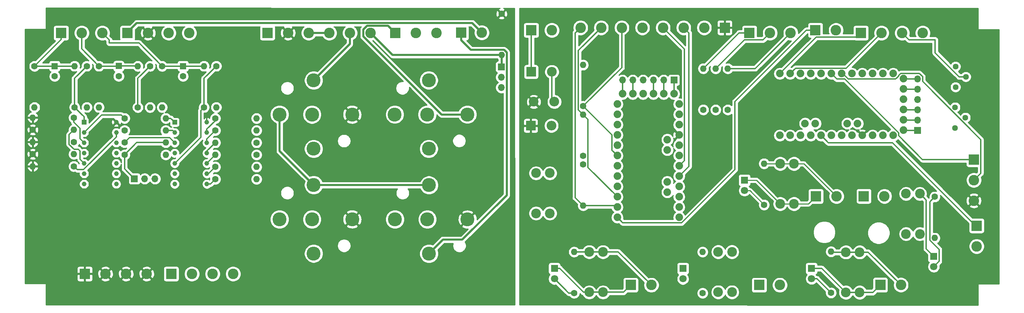
<source format=gbr>
%TF.GenerationSoftware,KiCad,Pcbnew,(5.1.9)-1*%
%TF.CreationDate,2023-01-30T16:09:17-06:00*%
%TF.ProjectId,Motherboard_2023,4d6f7468-6572-4626-9f61-72645f323032,rev?*%
%TF.SameCoordinates,Original*%
%TF.FileFunction,Copper,L1,Top*%
%TF.FilePolarity,Positive*%
%FSLAX46Y46*%
G04 Gerber Fmt 4.6, Leading zero omitted, Abs format (unit mm)*
G04 Created by KiCad (PCBNEW (5.1.9)-1) date 2023-01-30 16:09:17*
%MOMM*%
%LPD*%
G01*
G04 APERTURE LIST*
%TA.AperFunction,ComponentPad*%
%ADD10C,2.600000*%
%TD*%
%TA.AperFunction,ComponentPad*%
%ADD11R,2.600000X2.600000*%
%TD*%
%TA.AperFunction,ComponentPad*%
%ADD12C,1.879600*%
%TD*%
%TA.AperFunction,ComponentPad*%
%ADD13C,1.170000*%
%TD*%
%TA.AperFunction,ComponentPad*%
%ADD14R,1.170000X1.170000*%
%TD*%
%TA.AperFunction,ComponentPad*%
%ADD15O,2.400000X2.400000*%
%TD*%
%TA.AperFunction,ComponentPad*%
%ADD16C,2.400000*%
%TD*%
%TA.AperFunction,ComponentPad*%
%ADD17C,1.440000*%
%TD*%
%TA.AperFunction,ComponentPad*%
%ADD18C,1.600000*%
%TD*%
%TA.AperFunction,ComponentPad*%
%ADD19O,1.600000X1.600000*%
%TD*%
%TA.AperFunction,ComponentPad*%
%ADD20O,1.700000X1.700000*%
%TD*%
%TA.AperFunction,ComponentPad*%
%ADD21R,1.700000X1.700000*%
%TD*%
%TA.AperFunction,ComponentPad*%
%ADD22C,3.450000*%
%TD*%
%TA.AperFunction,ComponentPad*%
%ADD23R,1.800000X1.800000*%
%TD*%
%TA.AperFunction,ComponentPad*%
%ADD24C,1.800000*%
%TD*%
%TA.AperFunction,ComponentPad*%
%ADD25R,2.400000X2.400000*%
%TD*%
%TA.AperFunction,ComponentPad*%
%ADD26R,1.600000X1.600000*%
%TD*%
%TA.AperFunction,Conductor*%
%ADD27C,0.380000*%
%TD*%
%TA.AperFunction,Conductor*%
%ADD28C,0.250000*%
%TD*%
%TA.AperFunction,Conductor*%
%ADD29C,0.500000*%
%TD*%
%TA.AperFunction,Conductor*%
%ADD30C,0.254000*%
%TD*%
%TA.AperFunction,Conductor*%
%ADD31C,0.100000*%
%TD*%
G04 APERTURE END LIST*
D10*
%TO.P,J20,4*%
%TO.N,GND*%
X91490000Y-105930000D03*
%TO.P,J20,3*%
X86410000Y-105930000D03*
%TO.P,J20,2*%
X81330000Y-105930000D03*
D11*
%TO.P,J20,1*%
X76250000Y-105930000D03*
%TD*%
D10*
%TO.P,J19,4*%
%TO.N,+12V*%
X70170000Y-105930000D03*
%TO.P,J19,3*%
X65090000Y-105930000D03*
%TO.P,J19,2*%
X60010000Y-105930000D03*
D11*
%TO.P,J19,1*%
X54930000Y-105930000D03*
%TD*%
D12*
%TO.P,U4,JP7_12*%
%TO.N,Net-(U4-PadJP7_12)*%
X186220000Y-64050000D03*
%TO.P,U4,JP7_11*%
%TO.N,Net-(U4-PadJP7_11)*%
X186220000Y-66590000D03*
%TO.P,U4,JP7_10*%
%TO.N,Net-(U4-PadJP7_10)*%
X186220000Y-69130000D03*
%TO.P,U4,JP7_9*%
%TO.N,GND*%
X186220000Y-71670000D03*
%TO.P,U4,JP7_8*%
%TO.N,Net-(U4-PadJP7_8)*%
X186220000Y-74210000D03*
%TO.P,U4,JP7_7*%
%TO.N,Net-(J9-Pad6)*%
X186220000Y-76750000D03*
%TO.P,U4,JP7_6*%
%TO.N,Net-(R30-Pad1)*%
X186220000Y-79290000D03*
%TO.P,U4,JP7_5*%
%TO.N,Net-(R29-Pad1)*%
X186220000Y-81830000D03*
%TO.P,U4,JP7_4*%
%TO.N,Net-(R28-Pad1)*%
X186220000Y-84370000D03*
%TO.P,U4,JP7_3*%
%TO.N,Net-(J9-Pad7)*%
X186220000Y-86910000D03*
%TO.P,U4,JP7_2*%
%TO.N,Net-(J9-Pad8)*%
X186220000Y-89450000D03*
%TO.P,U4,JP7_1*%
%TO.N,Net-(J8-Pad1)*%
X186220000Y-91990000D03*
%TO.P,U4,JP6_12*%
%TO.N,Net-(U4-PadJP6_12)*%
X201460000Y-91990000D03*
%TO.P,U4,JP6_11*%
%TO.N,Net-(U4-PadJP6_11)*%
X201460000Y-89450000D03*
%TO.P,U4,JP6_10*%
%TO.N,Net-(U4-PadJP6_10)*%
X201460000Y-86910000D03*
%TO.P,U4,JP6_9*%
%TO.N,Net-(U4-PadJP6_9)*%
X201460000Y-84370000D03*
%TO.P,U4,JP6_8*%
%TO.N,Net-(J9-Pad3)*%
X201460000Y-81830000D03*
%TO.P,U4,JP6_7*%
%TO.N,Net-(J9-Pad4)*%
X201460000Y-79290000D03*
%TO.P,U4,JP6_6*%
%TO.N,Net-(U4-PadJP6_6)*%
X201460000Y-76750000D03*
%TO.P,U4,JP6_5*%
%TO.N,Net-(U4-PadJP6_5)*%
X201460000Y-74210000D03*
%TO.P,U4,JP6_4*%
%TO.N,+5V*%
X201460000Y-71670000D03*
%TO.P,U4,JP6_3*%
%TO.N,Net-(U4-PadJP6_3)*%
X201460000Y-69130000D03*
%TO.P,U4,JP6_2*%
%TO.N,GND*%
X201460000Y-66590000D03*
%TO.P,U4,JP6_1*%
%TO.N,Net-(U4-PadJP6_1)*%
X201460000Y-64050000D03*
%TO.P,U4,JP3_1*%
%TO.N,Net-(U4-PadJP3_1)*%
X198539000Y-85767000D03*
%TO.P,U4,JP3_2*%
%TO.N,Net-(U4-PadJP3_2)*%
X198539000Y-83227000D03*
%TO.P,U4,JP2_2*%
%TO.N,Net-(U4-PadJP2_2)*%
X198539000Y-72813000D03*
%TO.P,U4,JP2_1*%
%TO.N,Net-(U4-PadJP2_1)*%
X198539000Y-75353000D03*
%TO.P,U4,JP1_6*%
%TO.N,Net-(J10-Pad5)*%
X187490000Y-61510000D03*
%TO.P,U4,JP1_5*%
X190030000Y-61510000D03*
%TO.P,U4,JP1_4*%
%TO.N,Net-(U4-PadJP1_4)*%
X192570000Y-61510000D03*
%TO.P,U4,JP1_3*%
%TO.N,Net-(J10-Pad3)*%
X195110000Y-61510000D03*
%TO.P,U4,JP1_2*%
%TO.N,Net-(J10-Pad2)*%
X197650000Y-61510000D03*
%TO.P,U4,JP1_1*%
%TO.N,Net-(J10-Pad1)*%
X200190000Y-61510000D03*
%TD*%
%TO.P,U3,JP1_1*%
%TO.N,Net-(J4-Pad1)*%
X256770000Y-70490000D03*
%TO.P,U3,JP1_2*%
%TO.N,Net-(J4-Pad2)*%
X256770000Y-67950000D03*
%TO.P,U3,JP1_3*%
%TO.N,Net-(J4-Pad3)*%
X256770000Y-65410000D03*
%TO.P,U3,JP1_4*%
%TO.N,Net-(U3-PadJP1_4)*%
X256770000Y-62870000D03*
%TO.P,U3,JP1_5*%
%TO.N,Net-(J4-Pad5)*%
X256770000Y-60330000D03*
%TO.P,U3,JP1_6*%
X256770000Y-57790000D03*
%TO.P,U3,JP2_1*%
%TO.N,Net-(U3-PadJP2_1)*%
X242927000Y-68839000D03*
%TO.P,U3,JP2_2*%
%TO.N,Net-(U3-PadJP2_2)*%
X245467000Y-68839000D03*
%TO.P,U3,JP3_2*%
%TO.N,Net-(U3-PadJP3_2)*%
X235053000Y-68839000D03*
%TO.P,U3,JP3_1*%
%TO.N,Net-(U3-PadJP3_1)*%
X232513000Y-68839000D03*
%TO.P,U3,JP6_1*%
%TO.N,Net-(U3-PadJP6_1)*%
X254230000Y-71760000D03*
%TO.P,U3,JP6_2*%
%TO.N,GND*%
X251690000Y-71760000D03*
%TO.P,U3,JP6_3*%
%TO.N,Net-(U3-PadJP6_3)*%
X249150000Y-71760000D03*
%TO.P,U3,JP6_4*%
%TO.N,+5V*%
X246610000Y-71760000D03*
%TO.P,U3,JP6_5*%
%TO.N,Net-(U3-PadJP6_5)*%
X244070000Y-71760000D03*
%TO.P,U3,JP6_6*%
%TO.N,Net-(U3-PadJP6_6)*%
X241530000Y-71760000D03*
%TO.P,U3,JP6_7*%
%TO.N,Net-(U3-PadJP6_7)*%
X238990000Y-71760000D03*
%TO.P,U3,JP6_8*%
%TO.N,Net-(J3-Pad1)*%
X236450000Y-71760000D03*
%TO.P,U3,JP6_9*%
%TO.N,Net-(U3-PadJP6_9)*%
X233910000Y-71760000D03*
%TO.P,U3,JP6_10*%
%TO.N,Net-(U3-PadJP6_10)*%
X231370000Y-71760000D03*
%TO.P,U3,JP6_11*%
%TO.N,Net-(U3-PadJP6_11)*%
X228830000Y-71760000D03*
%TO.P,U3,JP6_12*%
%TO.N,Net-(U3-PadJP6_12)*%
X226290000Y-71760000D03*
%TO.P,U3,JP7_1*%
%TO.N,Net-(J5-Pad1)*%
X226290000Y-56520000D03*
%TO.P,U3,JP7_2*%
%TO.N,Net-(J5-Pad2)*%
X228830000Y-56520000D03*
%TO.P,U3,JP7_3*%
%TO.N,Net-(RV2-Pad3)*%
X231370000Y-56520000D03*
%TO.P,U3,JP7_4*%
%TO.N,Net-(RV1-Pad3)*%
X233910000Y-56520000D03*
%TO.P,U3,JP7_5*%
%TO.N,Net-(U3-PadJP7_5)*%
X236450000Y-56520000D03*
%TO.P,U3,JP7_6*%
%TO.N,Net-(J6-Pad1)*%
X238990000Y-56520000D03*
%TO.P,U3,JP7_7*%
%TO.N,Net-(J6-Pad2)*%
X241530000Y-56520000D03*
%TO.P,U3,JP7_8*%
%TO.N,Net-(U3-PadJP7_8)*%
X244070000Y-56520000D03*
%TO.P,U3,JP7_9*%
%TO.N,GND*%
X246610000Y-56520000D03*
%TO.P,U3,JP7_10*%
%TO.N,Net-(U3-PadJP7_10)*%
X249150000Y-56520000D03*
%TO.P,U3,JP7_11*%
%TO.N,Net-(U3-PadJP7_11)*%
X251690000Y-56520000D03*
%TO.P,U3,JP7_12*%
%TO.N,Net-(U3-PadJP7_12)*%
X254230000Y-56520000D03*
%TD*%
D13*
%TO.P,U2,14*%
%TO.N,+12V*%
X62690000Y-68510000D03*
%TO.P,U2,13*%
%TO.N,Net-(R18-Pad1)*%
X62690000Y-71050000D03*
%TO.P,U2,12*%
%TO.N,GND*%
X62690000Y-73590000D03*
%TO.P,U2,11*%
%TO.N,Net-(R17-Pad2)*%
X62690000Y-76130000D03*
%TO.P,U2,10*%
%TO.N,GND*%
X62690000Y-78670000D03*
%TO.P,U2,9*%
%TO.N,Net-(R16-Pad1)*%
X62690000Y-81210000D03*
%TO.P,U2,8*%
%TO.N,GND*%
X62690000Y-83750000D03*
%TO.P,U2,7*%
X54750000Y-83750000D03*
%TO.P,U2,6*%
X54750000Y-81210000D03*
%TO.P,U2,5*%
%TO.N,Net-(R15-Pad2)*%
X54750000Y-78670000D03*
%TO.P,U2,4*%
%TO.N,GND*%
X54750000Y-76130000D03*
%TO.P,U2,3*%
%TO.N,Net-(R14-Pad1)*%
X54750000Y-73590000D03*
%TO.P,U2,2*%
%TO.N,Net-(R23-Pad1)*%
X54750000Y-71050000D03*
D14*
%TO.P,U2,1*%
%TO.N,/Safety Circuit /Neutral_Output*%
X54750000Y-68510000D03*
%TD*%
D13*
%TO.P,U1,14*%
%TO.N,+12V*%
X85030000Y-68520000D03*
%TO.P,U1,13*%
%TO.N,Net-(R13-Pad1)*%
X85030000Y-71060000D03*
%TO.P,U1,12*%
%TO.N,Net-(R12-Pad1)*%
X85030000Y-73600000D03*
%TO.P,U1,11*%
%TO.N,Net-(R22-Pad2)*%
X85030000Y-76140000D03*
%TO.P,U1,10*%
%TO.N,Net-(R21-Pad2)*%
X85030000Y-78680000D03*
%TO.P,U1,9*%
%TO.N,Net-(R11-Pad1)*%
X85030000Y-81220000D03*
%TO.P,U1,8*%
%TO.N,Net-(R10-Pad1)*%
X85030000Y-83760000D03*
%TO.P,U1,7*%
%TO.N,GND*%
X77090000Y-83760000D03*
%TO.P,U1,6*%
%TO.N,/Safety Circuit /Brake_Output*%
X77090000Y-81220000D03*
%TO.P,U1,5*%
%TO.N,/Safety Circuit /Seat_Output*%
X77090000Y-78680000D03*
%TO.P,U1,4*%
%TO.N,Net-(R19-Pad1)*%
X77090000Y-76140000D03*
%TO.P,U1,3*%
%TO.N,Net-(R20-Pad1)*%
X77090000Y-73600000D03*
%TO.P,U1,2*%
%TO.N,Net-(R19-Pad2)*%
X77090000Y-71060000D03*
D14*
%TO.P,U1,1*%
%TO.N,/Safety Circuit /Neutral_Inverted*%
X77090000Y-68520000D03*
%TD*%
D15*
%TO.P,TH1,2*%
%TO.N,Net-(D1-Pad2)*%
X170700000Y-63470000D03*
D16*
%TO.P,TH1,1*%
%TO.N,+5V*%
X165620000Y-63470000D03*
%TD*%
D17*
%TO.P,RV2,1*%
%TO.N,GND*%
X269610000Y-59850000D03*
%TO.P,RV2,2*%
%TO.N,Net-(J5-Pad3)*%
X272150000Y-57310000D03*
%TO.P,RV2,3*%
%TO.N,Net-(RV2-Pad3)*%
X269610000Y-54770000D03*
%TD*%
%TO.P,RV1,1*%
%TO.N,GND*%
X269510000Y-69910000D03*
%TO.P,RV1,2*%
%TO.N,Net-(J5-Pad4)*%
X272050000Y-67370000D03*
%TO.P,RV1,3*%
%TO.N,Net-(RV1-Pad3)*%
X269510000Y-64830000D03*
%TD*%
D18*
%TO.P,R36,1*%
%TO.N,Net-(D7-Pad2)*%
X264490000Y-86920000D03*
D19*
%TO.P,R36,2*%
%TO.N,Net-(F6-Pad1)*%
X264490000Y-97080000D03*
%TD*%
D18*
%TO.P,R35,1*%
%TO.N,Net-(D6-Pad2)*%
X238930000Y-110610000D03*
D19*
%TO.P,R35,2*%
%TO.N,Net-(F5-Pad1)*%
X238930000Y-100450000D03*
%TD*%
D18*
%TO.P,R34,1*%
%TO.N,Net-(D5-Pad2)*%
X207240000Y-110660000D03*
D19*
%TO.P,R34,2*%
%TO.N,Net-(F4-Pad1)*%
X207240000Y-100500000D03*
%TD*%
D18*
%TO.P,R33,1*%
%TO.N,Net-(D4-Pad2)*%
X175560000Y-110660000D03*
D19*
%TO.P,R33,2*%
%TO.N,Net-(F2-Pad1)*%
X175560000Y-100500000D03*
%TD*%
D18*
%TO.P,R32,1*%
%TO.N,Net-(D3-Pad2)*%
X222420000Y-88880000D03*
D19*
%TO.P,R32,2*%
%TO.N,Net-(F1-Pad1)*%
X222420000Y-78720000D03*
%TD*%
%TO.P,R31,2*%
%TO.N,/Safety Start /Comp_Switch*%
X157700000Y-51920000D03*
D18*
%TO.P,R31,1*%
%TO.N,+12V*%
X157700000Y-41760000D03*
%TD*%
%TO.P,R30,1*%
%TO.N,Net-(R30-Pad1)*%
X207440000Y-65430000D03*
D19*
%TO.P,R30,2*%
%TO.N,Net-(J11-Pad1)*%
X207440000Y-55270000D03*
%TD*%
D18*
%TO.P,R29,1*%
%TO.N,Net-(R29-Pad1)*%
X210470000Y-65440000D03*
D19*
%TO.P,R29,2*%
%TO.N,Net-(J11-Pad2)*%
X210470000Y-55280000D03*
%TD*%
D18*
%TO.P,R28,1*%
%TO.N,Net-(R28-Pad1)*%
X213470000Y-65440000D03*
D19*
%TO.P,R28,2*%
%TO.N,Net-(J11-Pad3)*%
X213470000Y-55280000D03*
%TD*%
D18*
%TO.P,R27,1*%
%TO.N,GND*%
X177810000Y-76810000D03*
D19*
%TO.P,R27,2*%
%TO.N,Net-(J9-Pad7)*%
X177810000Y-66650000D03*
%TD*%
D18*
%TO.P,R26,1*%
%TO.N,GND*%
X177820000Y-78930000D03*
D19*
%TO.P,R26,2*%
%TO.N,Net-(J9-Pad8)*%
X177820000Y-89090000D03*
%TD*%
D18*
%TO.P,R25,1*%
%TO.N,Net-(J9-Pad6)*%
X177800000Y-64550000D03*
D19*
%TO.P,R25,2*%
%TO.N,GND*%
X177800000Y-54390000D03*
%TD*%
%TO.P,R24,2*%
%TO.N,GND*%
X74880000Y-76540000D03*
D18*
%TO.P,R24,1*%
%TO.N,Net-(Q1-Pad1)*%
X64720000Y-76540000D03*
%TD*%
D19*
%TO.P,R23,2*%
%TO.N,/Safety Circuit /Neutral_Inverted*%
X74880000Y-67540000D03*
D18*
%TO.P,R23,1*%
%TO.N,Net-(R23-Pad1)*%
X64720000Y-67540000D03*
%TD*%
D19*
%TO.P,R22,2*%
%TO.N,Net-(R22-Pad2)*%
X87110000Y-73550000D03*
D18*
%TO.P,R22,1*%
%TO.N,GND*%
X97270000Y-73550000D03*
%TD*%
D19*
%TO.P,R21,2*%
%TO.N,Net-(R21-Pad2)*%
X87110000Y-76550000D03*
D18*
%TO.P,R21,1*%
%TO.N,GND*%
X97270000Y-76550000D03*
%TD*%
D19*
%TO.P,R20,2*%
%TO.N,Net-(Q1-Pad1)*%
X74880000Y-73540000D03*
D18*
%TO.P,R20,1*%
%TO.N,Net-(R20-Pad1)*%
X64720000Y-73540000D03*
%TD*%
D19*
%TO.P,R19,2*%
%TO.N,Net-(R19-Pad2)*%
X74880000Y-70540000D03*
D18*
%TO.P,R19,1*%
%TO.N,Net-(R19-Pad1)*%
X64720000Y-70540000D03*
%TD*%
D19*
%TO.P,R18,2*%
%TO.N,+12V*%
X42080000Y-79400000D03*
D18*
%TO.P,R18,1*%
%TO.N,Net-(R18-Pad1)*%
X52240000Y-79400000D03*
%TD*%
D19*
%TO.P,R17,2*%
%TO.N,Net-(R17-Pad2)*%
X52240000Y-76400000D03*
D18*
%TO.P,R17,1*%
%TO.N,+12V*%
X42080000Y-76400000D03*
%TD*%
D19*
%TO.P,R16,2*%
%TO.N,+12V*%
X42080000Y-73400000D03*
D18*
%TO.P,R16,1*%
%TO.N,Net-(R16-Pad1)*%
X52240000Y-73400000D03*
%TD*%
D19*
%TO.P,R15,2*%
%TO.N,Net-(R15-Pad2)*%
X52240000Y-70400000D03*
D18*
%TO.P,R15,1*%
%TO.N,+12V*%
X42080000Y-70400000D03*
%TD*%
D19*
%TO.P,R14,2*%
%TO.N,+12V*%
X42080000Y-67390000D03*
D18*
%TO.P,R14,1*%
%TO.N,Net-(R14-Pad1)*%
X52240000Y-67390000D03*
%TD*%
D19*
%TO.P,R13,2*%
%TO.N,GND*%
X97270000Y-67550000D03*
D18*
%TO.P,R13,1*%
%TO.N,Net-(R13-Pad1)*%
X87110000Y-67550000D03*
%TD*%
D19*
%TO.P,R12,2*%
%TO.N,GND*%
X97270000Y-70550000D03*
D18*
%TO.P,R12,1*%
%TO.N,Net-(R12-Pad1)*%
X87110000Y-70550000D03*
%TD*%
D19*
%TO.P,R11,2*%
%TO.N,GND*%
X97270000Y-79550000D03*
D18*
%TO.P,R11,1*%
%TO.N,Net-(R11-Pad1)*%
X87110000Y-79550000D03*
%TD*%
D19*
%TO.P,R10,2*%
%TO.N,GND*%
X97270000Y-82550000D03*
D18*
%TO.P,R10,1*%
%TO.N,Net-(R10-Pad1)*%
X87110000Y-82550000D03*
%TD*%
D19*
%TO.P,R9,2*%
%TO.N,GND*%
X87330000Y-64830000D03*
D18*
%TO.P,R9,1*%
%TO.N,/Safety Circuit /Seat_Output*%
X87330000Y-54670000D03*
%TD*%
D19*
%TO.P,R8,2*%
%TO.N,GND*%
X71000000Y-64840000D03*
D18*
%TO.P,R8,1*%
%TO.N,/Safety Circuit /Brake_Output*%
X71000000Y-54680000D03*
%TD*%
D19*
%TO.P,R7,2*%
%TO.N,GND*%
X55410000Y-64830000D03*
D18*
%TO.P,R7,1*%
%TO.N,/Safety Circuit /Neutral_Output*%
X55410000Y-54670000D03*
%TD*%
D19*
%TO.P,R6,2*%
%TO.N,/Safety Circuit /Seat*%
X84330000Y-54670000D03*
D18*
%TO.P,R6,1*%
%TO.N,/Safety Circuit /Seat_Output*%
X84330000Y-64830000D03*
%TD*%
D19*
%TO.P,R5,2*%
%TO.N,/Safety Circuit /Brake*%
X68000000Y-54680000D03*
D18*
%TO.P,R5,1*%
%TO.N,/Safety Circuit /Brake_Output*%
X68000000Y-64840000D03*
%TD*%
D19*
%TO.P,R4,2*%
%TO.N,/Safety Circuit /Neutral*%
X52400000Y-54670000D03*
D18*
%TO.P,R4,1*%
%TO.N,/Safety Circuit /Neutral_Output*%
X52400000Y-64830000D03*
%TD*%
D19*
%TO.P,R3,2*%
%TO.N,GND*%
X74000000Y-64840000D03*
D18*
%TO.P,R3,1*%
%TO.N,/Safety Circuit /Seat*%
X74000000Y-54680000D03*
%TD*%
D19*
%TO.P,R2,2*%
%TO.N,GND*%
X58410000Y-64830000D03*
D18*
%TO.P,R2,1*%
%TO.N,/Safety Circuit /Brake*%
X58410000Y-54670000D03*
%TD*%
D19*
%TO.P,R1,2*%
%TO.N,GND*%
X42530000Y-64840000D03*
D18*
%TO.P,R1,1*%
%TO.N,/Safety Circuit /Neutral*%
X42530000Y-54680000D03*
%TD*%
D20*
%TO.P,Q2,3*%
%TO.N,GND*%
X157630000Y-59960000D03*
%TO.P,Q2,2*%
%TO.N,Net-(J13-Pad85)*%
X157630000Y-57420000D03*
D21*
%TO.P,Q2,1*%
%TO.N,/Safety Start /Comp_Switch*%
X157630000Y-54880000D03*
%TD*%
D20*
%TO.P,Q1,3*%
%TO.N,GND*%
X72230000Y-82460000D03*
%TO.P,Q1,2*%
%TO.N,Safety_Signal*%
X69690000Y-82460000D03*
D21*
%TO.P,Q1,1*%
%TO.N,Net-(Q1-Pad1)*%
X67150000Y-82460000D03*
%TD*%
D11*
%TO.P,J25,1*%
%TO.N,Net-(D7-Pad1)*%
X247000000Y-86770000D03*
D10*
%TO.P,J25,2*%
%TO.N,Net-(F6-Pad1)*%
X252080000Y-86770000D03*
%TD*%
D11*
%TO.P,J24,1*%
%TO.N,Net-(D6-Pad1)*%
X251070000Y-108660000D03*
D10*
%TO.P,J24,2*%
%TO.N,Net-(F5-Pad1)*%
X256150000Y-108660000D03*
%TD*%
D11*
%TO.P,J23,1*%
%TO.N,Net-(D5-Pad1)*%
X221210000Y-108680000D03*
D10*
%TO.P,J23,2*%
%TO.N,Net-(F4-Pad1)*%
X226290000Y-108680000D03*
%TD*%
D11*
%TO.P,J22,1*%
%TO.N,Net-(D4-Pad1)*%
X189530000Y-108680000D03*
D10*
%TO.P,J22,2*%
%TO.N,Net-(F2-Pad1)*%
X194610000Y-108680000D03*
%TD*%
D11*
%TO.P,J21,1*%
%TO.N,Net-(D3-Pad1)*%
X235180000Y-86790000D03*
D10*
%TO.P,J21,2*%
%TO.N,Net-(F1-Pad1)*%
X240260000Y-86790000D03*
%TD*%
%TO.P,J18,2*%
%TO.N,Safety_Signal*%
X152810000Y-46430000D03*
D11*
%TO.P,J18,1*%
%TO.N,Net-(J17-Pad85)*%
X147730000Y-46430000D03*
%TD*%
D22*
%TO.P,J17,30*%
%TO.N,+12V*%
X149290000Y-92480000D03*
%TO.P,J17,87*%
%TO.N,Net-(J15-Pad3)*%
X131390000Y-92480000D03*
%TO.P,J17,85*%
%TO.N,Net-(J17-Pad85)*%
X139790000Y-100930000D03*
%TO.P,J17,87A*%
%TO.N,Net-(J17-Pad87A)*%
X139390000Y-92480000D03*
%TO.P,J17,86*%
%TO.N,Net-(J13-Pad87)*%
X139790000Y-84030000D03*
%TD*%
%TO.P,J16,30*%
%TO.N,+12V*%
X120850000Y-92460000D03*
%TO.P,J16,87*%
%TO.N,Net-(J15-Pad2)*%
X102950000Y-92460000D03*
%TO.P,J16,85*%
%TO.N,GND*%
X111350000Y-100910000D03*
%TO.P,J16,87A*%
%TO.N,Net-(J16-Pad87A)*%
X110950000Y-92460000D03*
%TO.P,J16,86*%
%TO.N,Net-(J13-Pad87)*%
X111350000Y-84010000D03*
%TD*%
D10*
%TO.P,J15,3*%
%TO.N,Net-(J15-Pad3)*%
X141600000Y-46500000D03*
%TO.P,J15,2*%
%TO.N,Net-(J15-Pad2)*%
X136520000Y-46500000D03*
D11*
%TO.P,J15,1*%
%TO.N,Net-(J14-Pad30)*%
X131440000Y-46500000D03*
%TD*%
D22*
%TO.P,J14,30*%
%TO.N,Net-(J14-Pad30)*%
X149240000Y-66610000D03*
%TO.P,J14,87*%
%TO.N,Net-(J14-Pad87)*%
X131340000Y-66610000D03*
%TO.P,J14,85*%
%TO.N,GND*%
X139740000Y-75060000D03*
%TO.P,J14,87A*%
X139340000Y-66610000D03*
%TO.P,J14,86*%
%TO.N,Net-(J13-Pad87)*%
X139740000Y-58160000D03*
%TD*%
%TO.P,J13,30*%
%TO.N,+12V*%
X120850000Y-66620000D03*
%TO.P,J13,87*%
%TO.N,Net-(J13-Pad87)*%
X102950000Y-66620000D03*
%TO.P,J13,85*%
%TO.N,Net-(J13-Pad85)*%
X111350000Y-75070000D03*
%TO.P,J13,87A*%
%TO.N,Net-(J13-Pad87A)*%
X110950000Y-66620000D03*
%TO.P,J13,86*%
%TO.N,Net-(J12-Pad5)*%
X111350000Y-58170000D03*
%TD*%
D10*
%TO.P,J12,6*%
%TO.N,/Safety Start /Comp_Switch*%
X125360000Y-46500000D03*
%TO.P,J12,5*%
%TO.N,Net-(J12-Pad5)*%
X120280000Y-46500000D03*
%TO.P,J12,4*%
%TO.N,Net-(J12-Pad3)*%
X115200000Y-46500000D03*
%TO.P,J12,3*%
X110120000Y-46500000D03*
%TO.P,J12,2*%
%TO.N,+12V*%
X105040000Y-46500000D03*
D11*
%TO.P,J12,1*%
%TO.N,GND*%
X99960000Y-46500000D03*
%TD*%
%TO.P,J11,1*%
%TO.N,Net-(J11-Pad1)*%
X218800000Y-46500000D03*
D10*
%TO.P,J11,2*%
%TO.N,Net-(J11-Pad2)*%
X223880000Y-46500000D03*
%TO.P,J11,3*%
%TO.N,Net-(J11-Pad3)*%
X228960000Y-46500000D03*
%TD*%
D21*
%TO.P,J10,1*%
%TO.N,Net-(J10-Pad1)*%
X200190000Y-58110000D03*
D20*
%TO.P,J10,2*%
%TO.N,Net-(J10-Pad2)*%
X197650000Y-58110000D03*
%TO.P,J10,3*%
%TO.N,Net-(J10-Pad3)*%
X195110000Y-58110000D03*
%TO.P,J10,4*%
%TO.N,Net-(J10-Pad4)*%
X192570000Y-58110000D03*
%TO.P,J10,5*%
%TO.N,Net-(J10-Pad5)*%
X190030000Y-58110000D03*
%TO.P,J10,6*%
X187490000Y-58110000D03*
%TD*%
D11*
%TO.P,J9,1*%
%TO.N,+5V*%
X212720000Y-45200000D03*
D10*
%TO.P,J9,2*%
%TO.N,GND*%
X207640000Y-45200000D03*
%TO.P,J9,3*%
%TO.N,Net-(J9-Pad3)*%
X202560000Y-45200000D03*
%TO.P,J9,4*%
%TO.N,Net-(J9-Pad4)*%
X197480000Y-45200000D03*
%TO.P,J9,5*%
%TO.N,GND*%
X192400000Y-45200000D03*
%TO.P,J9,6*%
%TO.N,Net-(J9-Pad6)*%
X187320000Y-45200000D03*
%TO.P,J9,7*%
%TO.N,Net-(J9-Pad7)*%
X182240000Y-45200000D03*
%TO.P,J9,8*%
%TO.N,Net-(J9-Pad8)*%
X177160000Y-45200000D03*
%TD*%
D11*
%TO.P,J8,1*%
%TO.N,Net-(J8-Pad1)*%
X235060000Y-45810000D03*
D10*
%TO.P,J8,2*%
%TO.N,GND*%
X240140000Y-45810000D03*
%TD*%
%TO.P,J7,2*%
%TO.N,GND*%
X170090000Y-45820000D03*
D11*
%TO.P,J7,1*%
%TO.N,Net-(D1-Pad1)*%
X165010000Y-45820000D03*
%TD*%
D10*
%TO.P,J6,3*%
%TO.N,+5V*%
X274120000Y-87880000D03*
%TO.P,J6,2*%
%TO.N,Net-(J6-Pad2)*%
X274120000Y-82800000D03*
D11*
%TO.P,J6,1*%
%TO.N,Net-(J6-Pad1)*%
X274120000Y-77720000D03*
%TD*%
D10*
%TO.P,J5,4*%
%TO.N,Net-(J5-Pad4)*%
X261530000Y-46500000D03*
%TO.P,J5,3*%
%TO.N,Net-(J5-Pad3)*%
X256450000Y-46500000D03*
%TO.P,J5,2*%
%TO.N,Net-(J5-Pad2)*%
X251370000Y-46500000D03*
D11*
%TO.P,J5,1*%
%TO.N,Net-(J5-Pad1)*%
X246290000Y-46500000D03*
%TD*%
D20*
%TO.P,J4,6*%
%TO.N,Net-(J4-Pad5)*%
X260250000Y-57880000D03*
%TO.P,J4,5*%
X260250000Y-60420000D03*
%TO.P,J4,4*%
%TO.N,Net-(J4-Pad4)*%
X260250000Y-62960000D03*
%TO.P,J4,3*%
%TO.N,Net-(J4-Pad3)*%
X260250000Y-65500000D03*
%TO.P,J4,2*%
%TO.N,Net-(J4-Pad2)*%
X260250000Y-68040000D03*
D21*
%TO.P,J4,1*%
%TO.N,Net-(J4-Pad1)*%
X260250000Y-70580000D03*
%TD*%
D10*
%TO.P,J3,2*%
%TO.N,GND*%
X274810000Y-99130000D03*
D11*
%TO.P,J3,1*%
%TO.N,Net-(J3-Pad1)*%
X274810000Y-94050000D03*
%TD*%
D10*
%TO.P,J2,4*%
%TO.N,GND*%
X80690000Y-46500000D03*
%TO.P,J2,3*%
X75610000Y-46500000D03*
%TO.P,J2,2*%
%TO.N,+12V*%
X70530000Y-46500000D03*
D11*
%TO.P,J2,1*%
%TO.N,Safety_Signal*%
X65450000Y-46500000D03*
%TD*%
D10*
%TO.P,J1,3*%
%TO.N,/Safety Circuit /Seat*%
X59250000Y-46500000D03*
%TO.P,J1,2*%
%TO.N,/Safety Circuit /Brake*%
X54170000Y-46500000D03*
D11*
%TO.P,J1,1*%
%TO.N,/Safety Circuit /Neutral*%
X49090000Y-46500000D03*
%TD*%
D16*
%TO.P,F6,1*%
%TO.N,Net-(F6-Pad1)*%
X257410000Y-96070000D03*
%TO.P,F6,3*%
X260810000Y-96070000D03*
%TO.P,F6,2*%
%TO.N,Net-(D7-Pad1)*%
X257410000Y-86150000D03*
%TO.P,F6,4*%
X260810000Y-86150000D03*
%TD*%
%TO.P,F5,1*%
%TO.N,Net-(F5-Pad1)*%
X245980000Y-100580000D03*
%TO.P,F5,3*%
X242580000Y-100580000D03*
%TO.P,F5,2*%
%TO.N,Net-(D6-Pad1)*%
X245980000Y-110500000D03*
%TO.P,F5,4*%
X242580000Y-110500000D03*
%TD*%
%TO.P,F4,1*%
%TO.N,Net-(F4-Pad1)*%
X214500000Y-100520000D03*
%TO.P,F4,3*%
X211100000Y-100520000D03*
%TO.P,F4,2*%
%TO.N,Net-(D5-Pad1)*%
X214500000Y-110440000D03*
%TO.P,F4,4*%
X211100000Y-110440000D03*
%TD*%
%TO.P,F3,1*%
%TO.N,Net-(F3-Pad1)*%
X169580000Y-81080000D03*
%TO.P,F3,3*%
%TO.N,N/C*%
X166180000Y-81080000D03*
%TO.P,F3,2*%
%TO.N,Net-(F3-Pad2)*%
X169580000Y-91000000D03*
%TO.P,F3,4*%
%TO.N,N/C*%
X166180000Y-91000000D03*
%TD*%
%TO.P,F2,1*%
%TO.N,Net-(F2-Pad1)*%
X182710000Y-100530000D03*
%TO.P,F2,3*%
X179310000Y-100530000D03*
%TO.P,F2,2*%
%TO.N,Net-(D4-Pad1)*%
X182710000Y-110450000D03*
%TO.P,F2,4*%
X179310000Y-110450000D03*
%TD*%
%TO.P,F1,1*%
%TO.N,Net-(F1-Pad1)*%
X229790000Y-78740000D03*
%TO.P,F1,3*%
X226390000Y-78740000D03*
%TO.P,F1,2*%
%TO.N,Net-(D3-Pad1)*%
X229790000Y-88660000D03*
%TO.P,F1,4*%
X226390000Y-88660000D03*
%TD*%
D23*
%TO.P,D7,1*%
%TO.N,Net-(D7-Pad1)*%
X264260000Y-101590000D03*
D24*
%TO.P,D7,2*%
%TO.N,Net-(D7-Pad2)*%
X264260000Y-104130000D03*
%TD*%
D23*
%TO.P,D6,1*%
%TO.N,Net-(D6-Pad1)*%
X234100000Y-104590000D03*
D24*
%TO.P,D6,2*%
%TO.N,Net-(D6-Pad2)*%
X234100000Y-107130000D03*
%TD*%
D23*
%TO.P,D5,1*%
%TO.N,Net-(D5-Pad1)*%
X202400000Y-104610000D03*
D24*
%TO.P,D5,2*%
%TO.N,Net-(D5-Pad2)*%
X202400000Y-107150000D03*
%TD*%
D23*
%TO.P,D4,1*%
%TO.N,Net-(D4-Pad1)*%
X170720000Y-104610000D03*
D24*
%TO.P,D4,2*%
%TO.N,Net-(D4-Pad2)*%
X170720000Y-107150000D03*
%TD*%
D23*
%TO.P,D3,1*%
%TO.N,Net-(D3-Pad1)*%
X217580000Y-82820000D03*
D24*
%TO.P,D3,2*%
%TO.N,Net-(D3-Pad2)*%
X217580000Y-85360000D03*
%TD*%
D25*
%TO.P,D2,1*%
%TO.N,+5V*%
X164890000Y-69370000D03*
D15*
%TO.P,D2,2*%
%TO.N,GND*%
X169970000Y-69370000D03*
%TD*%
%TO.P,D1,2*%
%TO.N,Net-(D1-Pad2)*%
X170070000Y-56080000D03*
D25*
%TO.P,D1,1*%
%TO.N,Net-(D1-Pad1)*%
X164990000Y-56080000D03*
%TD*%
D18*
%TO.P,C3,2*%
%TO.N,GND*%
X79140000Y-57180000D03*
D26*
%TO.P,C3,1*%
%TO.N,/Safety Circuit /Seat*%
X79140000Y-54680000D03*
%TD*%
D18*
%TO.P,C2,2*%
%TO.N,GND*%
X63280000Y-57160000D03*
D26*
%TO.P,C2,1*%
%TO.N,/Safety Circuit /Brake*%
X63280000Y-54660000D03*
%TD*%
D18*
%TO.P,C1,2*%
%TO.N,GND*%
X47480000Y-57180000D03*
D26*
%TO.P,C1,1*%
%TO.N,/Safety Circuit /Neutral*%
X47480000Y-54680000D03*
%TD*%
D27*
%TO.N,/Safety Circuit /Neutral*%
X49090000Y-48120000D02*
X42530000Y-54680000D01*
X49090000Y-46500000D02*
X49090000Y-48120000D01*
X42530000Y-54680000D02*
X47480000Y-54680000D01*
X52390000Y-54680000D02*
X52400000Y-54670000D01*
X47480000Y-54680000D02*
X52390000Y-54680000D01*
%TO.N,/Safety Circuit /Brake*%
X54170000Y-50430000D02*
X58410000Y-54670000D01*
X54170000Y-46500000D02*
X54170000Y-50430000D01*
X63270000Y-54670000D02*
X63280000Y-54660000D01*
X58410000Y-54670000D02*
X63270000Y-54670000D01*
X67980000Y-54660000D02*
X68000000Y-54680000D01*
X63280000Y-54660000D02*
X67980000Y-54660000D01*
%TO.N,/Safety Circuit /Seat*%
X60940001Y-48190001D02*
X60940001Y-48960001D01*
X59250000Y-46500000D02*
X60940001Y-48190001D01*
X68280001Y-48960001D02*
X74000000Y-54680000D01*
X60940001Y-48960001D02*
X68280001Y-48960001D01*
X74000000Y-54680000D02*
X79140000Y-54680000D01*
X84320000Y-54680000D02*
X84330000Y-54670000D01*
X79140000Y-54680000D02*
X84320000Y-54680000D01*
%TO.N,Net-(D1-Pad2)*%
X170070000Y-62840000D02*
X170700000Y-63470000D01*
X170070000Y-56080000D02*
X170070000Y-62840000D01*
%TO.N,Net-(D1-Pad1)*%
X165010000Y-56060000D02*
X164990000Y-56080000D01*
X165010000Y-45820000D02*
X165010000Y-56060000D01*
D28*
%TO.N,Net-(D3-Pad2)*%
X218900000Y-85360000D02*
X222420000Y-88880000D01*
X217580000Y-85360000D02*
X218900000Y-85360000D01*
%TO.N,Net-(D3-Pad1)*%
X220550000Y-82820000D02*
X226390000Y-88660000D01*
X217580000Y-82820000D02*
X220550000Y-82820000D01*
X226390000Y-88660000D02*
X229790000Y-88660000D01*
X233310000Y-88660000D02*
X235180000Y-86790000D01*
X229790000Y-88660000D02*
X233310000Y-88660000D01*
D27*
%TO.N,Net-(D4-Pad2)*%
X174230000Y-110660000D02*
X170720000Y-107150000D01*
X175560000Y-110660000D02*
X174230000Y-110660000D01*
%TO.N,Net-(D4-Pad1)*%
X177840000Y-110450000D02*
X179310000Y-110450000D01*
X172000000Y-104610000D02*
X177840000Y-110450000D01*
X170720000Y-104610000D02*
X172000000Y-104610000D01*
X179310000Y-110450000D02*
X182710000Y-110450000D01*
X187760000Y-110450000D02*
X189530000Y-108680000D01*
X182710000Y-110450000D02*
X187760000Y-110450000D01*
%TO.N,Net-(D6-Pad2)*%
X235450000Y-107130000D02*
X238930000Y-110610000D01*
X234100000Y-107130000D02*
X235450000Y-107130000D01*
%TO.N,Net-(D6-Pad1)*%
X236670000Y-104590000D02*
X242580000Y-110500000D01*
X234100000Y-104590000D02*
X236670000Y-104590000D01*
X242580000Y-110500000D02*
X245980000Y-110500000D01*
X249230000Y-110500000D02*
X251070000Y-108660000D01*
X245980000Y-110500000D02*
X249230000Y-110500000D01*
%TO.N,Net-(D7-Pad2)*%
X265550001Y-102839999D02*
X264260000Y-104130000D01*
X265550001Y-99901203D02*
X265550001Y-102839999D01*
X263299999Y-97651201D02*
X265550001Y-99901203D01*
X263299999Y-88110001D02*
X263299999Y-97651201D01*
X264490000Y-86920000D02*
X263299999Y-88110001D01*
%TO.N,Net-(D7-Pad1)*%
X262400001Y-99730001D02*
X264260000Y-101590000D01*
X262400001Y-87740001D02*
X262400001Y-99730001D01*
X260810000Y-86150000D02*
X262400001Y-87740001D01*
D28*
%TO.N,Net-(F1-Pad1)*%
X232210000Y-78740000D02*
X229790000Y-78740000D01*
X240260000Y-86790000D02*
X232210000Y-78740000D01*
X229790000Y-78740000D02*
X226390000Y-78740000D01*
X222440000Y-78740000D02*
X222420000Y-78720000D01*
X226390000Y-78740000D02*
X222440000Y-78740000D01*
D27*
%TO.N,Net-(F2-Pad1)*%
X186460000Y-100530000D02*
X182710000Y-100530000D01*
X194610000Y-108680000D02*
X186460000Y-100530000D01*
X182710000Y-100530000D02*
X179310000Y-100530000D01*
X175590000Y-100530000D02*
X175560000Y-100500000D01*
X179310000Y-100530000D02*
X175590000Y-100530000D01*
%TO.N,Net-(F5-Pad1)*%
X248070000Y-100580000D02*
X245980000Y-100580000D01*
X256150000Y-108660000D02*
X248070000Y-100580000D01*
X245980000Y-100580000D02*
X242580000Y-100580000D01*
X239060000Y-100580000D02*
X238930000Y-100450000D01*
X242580000Y-100580000D02*
X239060000Y-100580000D01*
%TO.N,+12V*%
X85030000Y-68520000D02*
X85030000Y-67050000D01*
D29*
%TO.N,Safety_Signal*%
X150429989Y-44049989D02*
X152810000Y-46430000D01*
X67750011Y-44049989D02*
X150429989Y-44049989D01*
X65450000Y-46350000D02*
X67750011Y-44049989D01*
X65450000Y-46500000D02*
X65450000Y-46350000D01*
D27*
%TO.N,Net-(J3-Pad1)*%
X274810000Y-93960000D02*
X274480000Y-93960000D01*
X238280000Y-73590000D02*
X236450000Y-71760000D01*
X254110000Y-73590000D02*
X238280000Y-73590000D01*
X274570000Y-94050000D02*
X254110000Y-73590000D01*
X274810000Y-94050000D02*
X274570000Y-94050000D01*
%TO.N,Net-(J4-Pad5)*%
X256860000Y-57880000D02*
X256770000Y-57790000D01*
X260250000Y-57880000D02*
X256860000Y-57880000D01*
X256860000Y-60420000D02*
X256770000Y-60330000D01*
X260250000Y-60420000D02*
X256860000Y-60420000D01*
%TO.N,Net-(J4-Pad3)*%
X256860000Y-65500000D02*
X256770000Y-65410000D01*
X260250000Y-65500000D02*
X256860000Y-65500000D01*
%TO.N,Net-(J4-Pad2)*%
X256860000Y-68040000D02*
X256770000Y-67950000D01*
X260250000Y-68040000D02*
X256860000Y-68040000D01*
%TO.N,Net-(J4-Pad1)*%
X256860000Y-70580000D02*
X256770000Y-70490000D01*
X260250000Y-70580000D02*
X256860000Y-70580000D01*
%TO.N,Net-(J5-Pad3)*%
X258140001Y-48190001D02*
X264562803Y-48190001D01*
X256450000Y-46500000D02*
X258140001Y-48190001D01*
X264562803Y-51365605D02*
X264562803Y-48190001D01*
X270507198Y-57310000D02*
X264562803Y-51365605D01*
X272150000Y-57310000D02*
X270507198Y-57310000D01*
%TO.N,Net-(J5-Pad2)*%
X230159801Y-55190199D02*
X228830000Y-56520000D01*
X242679801Y-55190199D02*
X230159801Y-55190199D01*
X251370000Y-46500000D02*
X242679801Y-55190199D01*
%TO.N,Net-(J5-Pad1)*%
X235309999Y-47500001D02*
X226290000Y-56520000D01*
X246220000Y-46500000D02*
X245219999Y-47500001D01*
X245289999Y-47500001D02*
X235309999Y-47500001D01*
X246290000Y-46500000D02*
X245289999Y-47500001D01*
%TO.N,Net-(J6-Pad2)*%
X243108165Y-57849801D02*
X241778364Y-56520000D01*
X255559801Y-57158305D02*
X254868305Y-57849801D01*
X255559801Y-57032093D02*
X255559801Y-57158305D01*
X254868305Y-57849801D02*
X243108165Y-57849801D01*
X260665401Y-56460199D02*
X256131695Y-56460199D01*
X261490001Y-57284799D02*
X260665401Y-56460199D01*
X241778364Y-56520000D02*
X241530000Y-56520000D01*
X256131695Y-56460199D02*
X255559801Y-57032093D01*
X261490001Y-58475201D02*
X261490001Y-57284799D01*
X275810001Y-72795201D02*
X261490001Y-58475201D01*
X275810001Y-81109999D02*
X275810001Y-72795201D01*
X274120000Y-82800000D02*
X275810001Y-81109999D01*
%TO.N,Net-(J6-Pad1)*%
X242287907Y-57849801D02*
X240319801Y-57849801D01*
X240319801Y-57849801D02*
X238990000Y-56520000D01*
X255559801Y-71121695D02*
X242287907Y-57849801D01*
X255559801Y-71809801D02*
X255559801Y-71121695D01*
X261470000Y-77720000D02*
X255559801Y-71809801D01*
X274120000Y-77720000D02*
X261470000Y-77720000D01*
%TO.N,Net-(J8-Pad1)*%
X235060000Y-45810000D02*
X232850000Y-45810000D01*
X232850000Y-45810000D02*
X215240000Y-63420000D01*
X187549801Y-93319801D02*
X186220000Y-91990000D01*
X202098305Y-93319801D02*
X187549801Y-93319801D01*
X215240000Y-80178106D02*
X202098305Y-93319801D01*
X215240000Y-63420000D02*
X215240000Y-80178106D01*
%TO.N,Net-(J9-Pad8)*%
X185860000Y-89090000D02*
X186220000Y-89450000D01*
X177820000Y-89090000D02*
X185860000Y-89090000D01*
X175860001Y-87130001D02*
X177820000Y-89090000D01*
X175860001Y-46499999D02*
X175860001Y-87130001D01*
X177160000Y-45200000D02*
X175860001Y-46499999D01*
%TO.N,Net-(J9-Pad7)*%
X179010001Y-79700001D02*
X186220000Y-86910000D01*
X179010001Y-67850001D02*
X179010001Y-79700001D01*
X177810000Y-66650000D02*
X179010001Y-67850001D01*
X176609999Y-65449999D02*
X177810000Y-66650000D01*
X176609999Y-50830001D02*
X176609999Y-65449999D01*
X182240000Y-45200000D02*
X176609999Y-50830001D01*
%TO.N,Net-(J9-Pad6)*%
X184890199Y-75420199D02*
X186220000Y-76750000D01*
X184890199Y-71640199D02*
X184890199Y-75420199D01*
X177800000Y-64550000D02*
X184890199Y-71640199D01*
X187320000Y-55030000D02*
X187320000Y-45200000D01*
X177800000Y-64550000D02*
X187320000Y-55030000D01*
%TO.N,Net-(J9-Pad4)*%
X202789801Y-77960199D02*
X201460000Y-79290000D01*
X202789801Y-50509801D02*
X202789801Y-77960199D01*
X197480000Y-45200000D02*
X202789801Y-50509801D01*
%TO.N,Net-(J9-Pad3)*%
X203859999Y-79430001D02*
X201460000Y-81830000D01*
X203859999Y-46499999D02*
X203859999Y-79430001D01*
X202560000Y-45200000D02*
X203859999Y-46499999D01*
%TO.N,Net-(J10-Pad5)*%
X190030000Y-58110000D02*
X190030000Y-61510000D01*
X187490000Y-58110000D02*
X187490000Y-61510000D01*
%TO.N,Net-(J10-Pad3)*%
X195110000Y-58110000D02*
X195110000Y-61510000D01*
%TO.N,Net-(J10-Pad2)*%
X197650000Y-58110000D02*
X197650000Y-61510000D01*
%TO.N,Net-(J10-Pad1)*%
X200190000Y-58110000D02*
X200190000Y-61510000D01*
%TO.N,Net-(J11-Pad3)*%
X220180000Y-55280000D02*
X213470000Y-55280000D01*
X228960000Y-46500000D02*
X220180000Y-55280000D01*
%TO.N,Net-(J11-Pad2)*%
X217559999Y-48190001D02*
X210470000Y-55280000D01*
X222189999Y-48190001D02*
X217559999Y-48190001D01*
X223880000Y-46500000D02*
X222189999Y-48190001D01*
%TO.N,Net-(J11-Pad1)*%
X216210000Y-46500000D02*
X207440000Y-55270000D01*
X218800000Y-46500000D02*
X216210000Y-46500000D01*
D29*
%TO.N,/Safety Start /Comp_Switch*%
X130780000Y-51920000D02*
X157700000Y-51920000D01*
X125360000Y-46500000D02*
X130780000Y-51920000D01*
X157700000Y-54810000D02*
X157630000Y-54880000D01*
X157700000Y-51920000D02*
X157700000Y-54810000D01*
%TO.N,Net-(J12-Pad5)*%
X120280000Y-49240000D02*
X111350000Y-58170000D01*
X120280000Y-46500000D02*
X120280000Y-49240000D01*
%TO.N,Net-(J12-Pad3)*%
X110120000Y-46500000D02*
X115200000Y-46500000D01*
%TO.N,Net-(J13-Pad87)*%
X102950000Y-75610000D02*
X102950000Y-66620000D01*
X111350000Y-84010000D02*
X102950000Y-75610000D01*
X133560002Y-84030000D02*
X139790000Y-84030000D01*
X133540002Y-84010000D02*
X133560002Y-84030000D01*
X111350000Y-84010000D02*
X133540002Y-84010000D01*
%TO.N,Net-(J14-Pad30)*%
X123609999Y-47340001D02*
X142879998Y-66610000D01*
X123609999Y-45659999D02*
X123609999Y-47340001D01*
X124519999Y-44749999D02*
X123609999Y-45659999D01*
X142879998Y-66610000D02*
X149240000Y-66610000D01*
X129689999Y-44749999D02*
X124519999Y-44749999D01*
X131440000Y-46500000D02*
X129689999Y-44749999D01*
%TO.N,Net-(J17-Pad85)*%
X143240001Y-97479999D02*
X139790000Y-100930000D01*
X148010001Y-97479999D02*
X143240001Y-97479999D01*
X158950001Y-86539999D02*
X148010001Y-97479999D01*
X158950001Y-51319999D02*
X158950001Y-86539999D01*
X150119999Y-50669999D02*
X158300001Y-50669999D01*
X158300001Y-50669999D02*
X158950001Y-51319999D01*
X147730000Y-48280000D02*
X150119999Y-50669999D01*
X147730000Y-46430000D02*
X147730000Y-48280000D01*
D27*
%TO.N,Net-(Q1-Pad1)*%
X67720000Y-73540000D02*
X64720000Y-76540000D01*
X74880000Y-73540000D02*
X67720000Y-73540000D01*
X64720000Y-80030000D02*
X67150000Y-82460000D01*
X64720000Y-76540000D02*
X64720000Y-80030000D01*
%TO.N,/Safety Circuit /Neutral_Output*%
X52400000Y-57680000D02*
X55410000Y-54670000D01*
X52400000Y-64830000D02*
X52400000Y-57680000D01*
X54750000Y-67180000D02*
X54750000Y-68510000D01*
X52400000Y-64830000D02*
X54750000Y-67180000D01*
%TO.N,/Safety Circuit /Brake_Output*%
X68000000Y-57680000D02*
X71000000Y-54680000D01*
X68000000Y-64840000D02*
X68000000Y-57680000D01*
%TO.N,/Safety Circuit /Seat_Output*%
X84330000Y-57670000D02*
X87330000Y-54670000D01*
X84330000Y-64830000D02*
X84330000Y-57670000D01*
X83530001Y-72239999D02*
X77090000Y-78680000D01*
X83530001Y-65629999D02*
X83530001Y-72239999D01*
X84330000Y-64830000D02*
X83530001Y-65629999D01*
%TO.N,Net-(R10-Pad1)*%
X85900000Y-83760000D02*
X87110000Y-82550000D01*
X85030000Y-83760000D02*
X85900000Y-83760000D01*
%TO.N,Net-(R11-Pad1)*%
X85440000Y-81220000D02*
X87110000Y-79550000D01*
X85030000Y-81220000D02*
X85440000Y-81220000D01*
%TO.N,Net-(R12-Pad1)*%
X85030000Y-72630000D02*
X87110000Y-70550000D01*
X85030000Y-73600000D02*
X85030000Y-72630000D01*
%TO.N,Net-(R13-Pad1)*%
X87110000Y-68152686D02*
X87110000Y-67550000D01*
X85030000Y-70232686D02*
X87110000Y-68152686D01*
X85030000Y-71060000D02*
X85030000Y-70232686D01*
%TO.N,Net-(R14-Pad1)*%
X53774999Y-72614999D02*
X54750000Y-73590000D01*
X53774999Y-70056369D02*
X53774999Y-72614999D01*
X52240000Y-68521370D02*
X53774999Y-70056369D01*
X52240000Y-67390000D02*
X52240000Y-68521370D01*
%TO.N,Net-(R15-Pad2)*%
X53774999Y-75661999D02*
X53774999Y-77694999D01*
X53322999Y-75209999D02*
X53774999Y-75661999D01*
X52288797Y-75209999D02*
X53322999Y-75209999D01*
X51049999Y-73971201D02*
X52288797Y-75209999D01*
X51049999Y-71590001D02*
X51049999Y-73971201D01*
X53774999Y-77694999D02*
X54750000Y-78670000D01*
X52240000Y-70400000D02*
X51049999Y-71590001D01*
%TO.N,Net-(R18-Pad1)*%
X62690000Y-72146998D02*
X62690000Y-71050000D01*
X54636999Y-80199999D02*
X62690000Y-72146998D01*
X53039999Y-80199999D02*
X54636999Y-80199999D01*
X52240000Y-79400000D02*
X53039999Y-80199999D01*
%TO.N,Net-(R19-Pad2)*%
X76570000Y-70540000D02*
X77090000Y-71060000D01*
X74880000Y-70540000D02*
X76570000Y-70540000D01*
%TO.N,Net-(R20-Pad1)*%
X75839999Y-72349999D02*
X77090000Y-73600000D01*
X65910001Y-72349999D02*
X75839999Y-72349999D01*
X64720000Y-73540000D02*
X65910001Y-72349999D01*
%TO.N,Net-(R21-Pad2)*%
X85030000Y-78630000D02*
X87110000Y-76550000D01*
X85030000Y-78680000D02*
X85030000Y-78630000D01*
%TO.N,Net-(R22-Pad2)*%
X85030000Y-75630000D02*
X87110000Y-73550000D01*
X85030000Y-76140000D02*
X85030000Y-75630000D01*
%TO.N,/Safety Circuit /Neutral_Inverted*%
X76110000Y-67540000D02*
X77090000Y-68520000D01*
X74880000Y-67540000D02*
X76110000Y-67540000D01*
%TO.N,Net-(R23-Pad1)*%
X59059999Y-66740001D02*
X54750000Y-71050000D01*
X63920001Y-66740001D02*
X59059999Y-66740001D01*
X64720000Y-67540000D02*
X63920001Y-66740001D01*
%TD*%
D30*
%TO.N,+12V*%
X157258523Y-40393880D02*
X157083708Y-40456397D01*
X156958486Y-40523329D01*
X156886903Y-40767298D01*
X157700000Y-41580395D01*
X158513097Y-40767298D01*
X158441514Y-40523329D01*
X158186004Y-40402429D01*
X158153235Y-40394215D01*
X160883160Y-40395237D01*
X160922748Y-113575245D01*
X45407000Y-113532016D01*
X45407000Y-108420000D01*
X45404560Y-108395224D01*
X45397333Y-108371399D01*
X45385597Y-108349443D01*
X45369803Y-108330197D01*
X45350557Y-108314403D01*
X45328601Y-108302667D01*
X45304776Y-108295440D01*
X45280000Y-108293000D01*
X40178531Y-108293000D01*
X40178242Y-107230000D01*
X52991928Y-107230000D01*
X53004188Y-107354482D01*
X53040498Y-107474180D01*
X53099463Y-107584494D01*
X53178815Y-107681185D01*
X53275506Y-107760537D01*
X53385820Y-107819502D01*
X53505518Y-107855812D01*
X53630000Y-107868072D01*
X54644250Y-107865000D01*
X54803000Y-107706250D01*
X54803000Y-106057000D01*
X55057000Y-106057000D01*
X55057000Y-107706250D01*
X55215750Y-107865000D01*
X56230000Y-107868072D01*
X56354482Y-107855812D01*
X56474180Y-107819502D01*
X56584494Y-107760537D01*
X56681185Y-107681185D01*
X56760537Y-107584494D01*
X56819502Y-107474180D01*
X56855812Y-107354482D01*
X56863224Y-107279224D01*
X58840381Y-107279224D01*
X58972317Y-107574312D01*
X59313045Y-107745159D01*
X59680557Y-107846250D01*
X60060729Y-107873701D01*
X60438951Y-107826457D01*
X60800690Y-107706333D01*
X61047683Y-107574312D01*
X61179619Y-107279224D01*
X63920381Y-107279224D01*
X64052317Y-107574312D01*
X64393045Y-107745159D01*
X64760557Y-107846250D01*
X65140729Y-107873701D01*
X65518951Y-107826457D01*
X65880690Y-107706333D01*
X66127683Y-107574312D01*
X66259619Y-107279224D01*
X69000381Y-107279224D01*
X69132317Y-107574312D01*
X69473045Y-107745159D01*
X69840557Y-107846250D01*
X70220729Y-107873701D01*
X70598951Y-107826457D01*
X70960690Y-107706333D01*
X71207683Y-107574312D01*
X71339619Y-107279224D01*
X70170000Y-106109605D01*
X69000381Y-107279224D01*
X66259619Y-107279224D01*
X65090000Y-106109605D01*
X63920381Y-107279224D01*
X61179619Y-107279224D01*
X60010000Y-106109605D01*
X58840381Y-107279224D01*
X56863224Y-107279224D01*
X56868072Y-107230000D01*
X56865000Y-106215750D01*
X56706250Y-106057000D01*
X55057000Y-106057000D01*
X54803000Y-106057000D01*
X53153750Y-106057000D01*
X52995000Y-106215750D01*
X52991928Y-107230000D01*
X40178242Y-107230000D01*
X40177903Y-105980729D01*
X58066299Y-105980729D01*
X58113543Y-106358951D01*
X58233667Y-106720690D01*
X58365688Y-106967683D01*
X58660776Y-107099619D01*
X59830395Y-105930000D01*
X60189605Y-105930000D01*
X61359224Y-107099619D01*
X61654312Y-106967683D01*
X61825159Y-106626955D01*
X61926250Y-106259443D01*
X61946375Y-105980729D01*
X63146299Y-105980729D01*
X63193543Y-106358951D01*
X63313667Y-106720690D01*
X63445688Y-106967683D01*
X63740776Y-107099619D01*
X64910395Y-105930000D01*
X65269605Y-105930000D01*
X66439224Y-107099619D01*
X66734312Y-106967683D01*
X66905159Y-106626955D01*
X67006250Y-106259443D01*
X67026375Y-105980729D01*
X68226299Y-105980729D01*
X68273543Y-106358951D01*
X68393667Y-106720690D01*
X68525688Y-106967683D01*
X68820776Y-107099619D01*
X69990395Y-105930000D01*
X70349605Y-105930000D01*
X71519224Y-107099619D01*
X71814312Y-106967683D01*
X71985159Y-106626955D01*
X72086250Y-106259443D01*
X72113701Y-105879271D01*
X72066457Y-105501049D01*
X71946333Y-105139310D01*
X71814312Y-104892317D01*
X71519224Y-104760381D01*
X70349605Y-105930000D01*
X69990395Y-105930000D01*
X68820776Y-104760381D01*
X68525688Y-104892317D01*
X68354841Y-105233045D01*
X68253750Y-105600557D01*
X68226299Y-105980729D01*
X67026375Y-105980729D01*
X67033701Y-105879271D01*
X66986457Y-105501049D01*
X66866333Y-105139310D01*
X66734312Y-104892317D01*
X66439224Y-104760381D01*
X65269605Y-105930000D01*
X64910395Y-105930000D01*
X63740776Y-104760381D01*
X63445688Y-104892317D01*
X63274841Y-105233045D01*
X63173750Y-105600557D01*
X63146299Y-105980729D01*
X61946375Y-105980729D01*
X61953701Y-105879271D01*
X61906457Y-105501049D01*
X61786333Y-105139310D01*
X61654312Y-104892317D01*
X61359224Y-104760381D01*
X60189605Y-105930000D01*
X59830395Y-105930000D01*
X58660776Y-104760381D01*
X58365688Y-104892317D01*
X58194841Y-105233045D01*
X58093750Y-105600557D01*
X58066299Y-105980729D01*
X40177903Y-105980729D01*
X40177535Y-104630000D01*
X52991928Y-104630000D01*
X52995000Y-105644250D01*
X53153750Y-105803000D01*
X54803000Y-105803000D01*
X54803000Y-104153750D01*
X55057000Y-104153750D01*
X55057000Y-105803000D01*
X56706250Y-105803000D01*
X56865000Y-105644250D01*
X56868072Y-104630000D01*
X56863225Y-104580776D01*
X58840381Y-104580776D01*
X60010000Y-105750395D01*
X61179619Y-104580776D01*
X63920381Y-104580776D01*
X65090000Y-105750395D01*
X66259619Y-104580776D01*
X69000381Y-104580776D01*
X70170000Y-105750395D01*
X71290395Y-104630000D01*
X74311928Y-104630000D01*
X74311928Y-107230000D01*
X74324188Y-107354482D01*
X74360498Y-107474180D01*
X74419463Y-107584494D01*
X74498815Y-107681185D01*
X74595506Y-107760537D01*
X74705820Y-107819502D01*
X74825518Y-107855812D01*
X74950000Y-107868072D01*
X77550000Y-107868072D01*
X77674482Y-107855812D01*
X77794180Y-107819502D01*
X77904494Y-107760537D01*
X78001185Y-107681185D01*
X78080537Y-107584494D01*
X78139502Y-107474180D01*
X78175812Y-107354482D01*
X78188072Y-107230000D01*
X78188072Y-105739419D01*
X79395000Y-105739419D01*
X79395000Y-106120581D01*
X79469361Y-106494419D01*
X79615225Y-106846566D01*
X79826987Y-107163491D01*
X80096509Y-107433013D01*
X80413434Y-107644775D01*
X80765581Y-107790639D01*
X81139419Y-107865000D01*
X81520581Y-107865000D01*
X81894419Y-107790639D01*
X82246566Y-107644775D01*
X82563491Y-107433013D01*
X82833013Y-107163491D01*
X83044775Y-106846566D01*
X83190639Y-106494419D01*
X83265000Y-106120581D01*
X83265000Y-105739419D01*
X84475000Y-105739419D01*
X84475000Y-106120581D01*
X84549361Y-106494419D01*
X84695225Y-106846566D01*
X84906987Y-107163491D01*
X85176509Y-107433013D01*
X85493434Y-107644775D01*
X85845581Y-107790639D01*
X86219419Y-107865000D01*
X86600581Y-107865000D01*
X86974419Y-107790639D01*
X87326566Y-107644775D01*
X87643491Y-107433013D01*
X87913013Y-107163491D01*
X88124775Y-106846566D01*
X88270639Y-106494419D01*
X88345000Y-106120581D01*
X88345000Y-105739419D01*
X89555000Y-105739419D01*
X89555000Y-106120581D01*
X89629361Y-106494419D01*
X89775225Y-106846566D01*
X89986987Y-107163491D01*
X90256509Y-107433013D01*
X90573434Y-107644775D01*
X90925581Y-107790639D01*
X91299419Y-107865000D01*
X91680581Y-107865000D01*
X92054419Y-107790639D01*
X92406566Y-107644775D01*
X92723491Y-107433013D01*
X92993013Y-107163491D01*
X93204775Y-106846566D01*
X93350639Y-106494419D01*
X93425000Y-106120581D01*
X93425000Y-105739419D01*
X93350639Y-105365581D01*
X93204775Y-105013434D01*
X92993013Y-104696509D01*
X92723491Y-104426987D01*
X92406566Y-104215225D01*
X92054419Y-104069361D01*
X91680581Y-103995000D01*
X91299419Y-103995000D01*
X90925581Y-104069361D01*
X90573434Y-104215225D01*
X90256509Y-104426987D01*
X89986987Y-104696509D01*
X89775225Y-105013434D01*
X89629361Y-105365581D01*
X89555000Y-105739419D01*
X88345000Y-105739419D01*
X88270639Y-105365581D01*
X88124775Y-105013434D01*
X87913013Y-104696509D01*
X87643491Y-104426987D01*
X87326566Y-104215225D01*
X86974419Y-104069361D01*
X86600581Y-103995000D01*
X86219419Y-103995000D01*
X85845581Y-104069361D01*
X85493434Y-104215225D01*
X85176509Y-104426987D01*
X84906987Y-104696509D01*
X84695225Y-105013434D01*
X84549361Y-105365581D01*
X84475000Y-105739419D01*
X83265000Y-105739419D01*
X83190639Y-105365581D01*
X83044775Y-105013434D01*
X82833013Y-104696509D01*
X82563491Y-104426987D01*
X82246566Y-104215225D01*
X81894419Y-104069361D01*
X81520581Y-103995000D01*
X81139419Y-103995000D01*
X80765581Y-104069361D01*
X80413434Y-104215225D01*
X80096509Y-104426987D01*
X79826987Y-104696509D01*
X79615225Y-105013434D01*
X79469361Y-105365581D01*
X79395000Y-105739419D01*
X78188072Y-105739419D01*
X78188072Y-104630000D01*
X78175812Y-104505518D01*
X78139502Y-104385820D01*
X78080537Y-104275506D01*
X78001185Y-104178815D01*
X77904494Y-104099463D01*
X77794180Y-104040498D01*
X77674482Y-104004188D01*
X77550000Y-103991928D01*
X74950000Y-103991928D01*
X74825518Y-104004188D01*
X74705820Y-104040498D01*
X74595506Y-104099463D01*
X74498815Y-104178815D01*
X74419463Y-104275506D01*
X74360498Y-104385820D01*
X74324188Y-104505518D01*
X74311928Y-104630000D01*
X71290395Y-104630000D01*
X71339619Y-104580776D01*
X71207683Y-104285688D01*
X70866955Y-104114841D01*
X70499443Y-104013750D01*
X70119271Y-103986299D01*
X69741049Y-104033543D01*
X69379310Y-104153667D01*
X69132317Y-104285688D01*
X69000381Y-104580776D01*
X66259619Y-104580776D01*
X66127683Y-104285688D01*
X65786955Y-104114841D01*
X65419443Y-104013750D01*
X65039271Y-103986299D01*
X64661049Y-104033543D01*
X64299310Y-104153667D01*
X64052317Y-104285688D01*
X63920381Y-104580776D01*
X61179619Y-104580776D01*
X61047683Y-104285688D01*
X60706955Y-104114841D01*
X60339443Y-104013750D01*
X59959271Y-103986299D01*
X59581049Y-104033543D01*
X59219310Y-104153667D01*
X58972317Y-104285688D01*
X58840381Y-104580776D01*
X56863225Y-104580776D01*
X56855812Y-104505518D01*
X56819502Y-104385820D01*
X56760537Y-104275506D01*
X56681185Y-104178815D01*
X56584494Y-104099463D01*
X56474180Y-104040498D01*
X56354482Y-104004188D01*
X56230000Y-103991928D01*
X55215750Y-103995000D01*
X55057000Y-104153750D01*
X54803000Y-104153750D01*
X54644250Y-103995000D01*
X53630000Y-103991928D01*
X53505518Y-104004188D01*
X53385820Y-104040498D01*
X53275506Y-104099463D01*
X53178815Y-104178815D01*
X53099463Y-104275506D01*
X53040498Y-104385820D01*
X53004188Y-104505518D01*
X52991928Y-104630000D01*
X40177535Y-104630000D01*
X40176460Y-100677560D01*
X108990000Y-100677560D01*
X108990000Y-101142440D01*
X109080694Y-101598387D01*
X109258595Y-102027879D01*
X109516868Y-102414412D01*
X109845588Y-102743132D01*
X110232121Y-103001405D01*
X110661613Y-103179306D01*
X111117560Y-103270000D01*
X111582440Y-103270000D01*
X112038387Y-103179306D01*
X112467879Y-103001405D01*
X112854412Y-102743132D01*
X113183132Y-102414412D01*
X113441405Y-102027879D01*
X113619306Y-101598387D01*
X113710000Y-101142440D01*
X113710000Y-100677560D01*
X113619306Y-100221613D01*
X113441405Y-99792121D01*
X113183132Y-99405588D01*
X112854412Y-99076868D01*
X112467879Y-98818595D01*
X112408603Y-98794042D01*
X117165000Y-98794042D01*
X117165000Y-99125958D01*
X117229754Y-99451496D01*
X117356772Y-99758147D01*
X117541175Y-100034125D01*
X117775875Y-100268825D01*
X118051853Y-100453228D01*
X118358504Y-100580246D01*
X118684042Y-100645000D01*
X119015958Y-100645000D01*
X119341496Y-100580246D01*
X119648147Y-100453228D01*
X119924125Y-100268825D01*
X120158825Y-100034125D01*
X120343228Y-99758147D01*
X120470246Y-99451496D01*
X120535000Y-99125958D01*
X120535000Y-98794042D01*
X120470246Y-98468504D01*
X120343228Y-98161853D01*
X120158825Y-97885875D01*
X119924125Y-97651175D01*
X119648147Y-97466772D01*
X119341496Y-97339754D01*
X119015958Y-97275000D01*
X118684042Y-97275000D01*
X118358504Y-97339754D01*
X118051853Y-97466772D01*
X117775875Y-97651175D01*
X117541175Y-97885875D01*
X117356772Y-98161853D01*
X117229754Y-98468504D01*
X117165000Y-98794042D01*
X112408603Y-98794042D01*
X112038387Y-98640694D01*
X111582440Y-98550000D01*
X111117560Y-98550000D01*
X110661613Y-98640694D01*
X110232121Y-98818595D01*
X109845588Y-99076868D01*
X109516868Y-99405588D01*
X109258595Y-99792121D01*
X109080694Y-100221613D01*
X108990000Y-100677560D01*
X40176460Y-100677560D01*
X40174161Y-92227560D01*
X100590000Y-92227560D01*
X100590000Y-92692440D01*
X100680694Y-93148387D01*
X100858595Y-93577879D01*
X101116868Y-93964412D01*
X101445588Y-94293132D01*
X101832121Y-94551405D01*
X102261613Y-94729306D01*
X102717560Y-94820000D01*
X103182440Y-94820000D01*
X103638387Y-94729306D01*
X104067879Y-94551405D01*
X104454412Y-94293132D01*
X104783132Y-93964412D01*
X105041405Y-93577879D01*
X105219306Y-93148387D01*
X105310000Y-92692440D01*
X105310000Y-92227560D01*
X108590000Y-92227560D01*
X108590000Y-92692440D01*
X108680694Y-93148387D01*
X108858595Y-93577879D01*
X109116868Y-93964412D01*
X109445588Y-94293132D01*
X109832121Y-94551405D01*
X110261613Y-94729306D01*
X110717560Y-94820000D01*
X111182440Y-94820000D01*
X111638387Y-94729306D01*
X112067879Y-94551405D01*
X112454412Y-94293132D01*
X112635728Y-94111816D01*
X119377789Y-94111816D01*
X119560860Y-94450414D01*
X119973941Y-94663668D01*
X120420688Y-94792235D01*
X120883933Y-94831177D01*
X121345875Y-94778996D01*
X121788761Y-94637697D01*
X122139140Y-94450414D01*
X122322211Y-94111816D01*
X120850000Y-92639605D01*
X119377789Y-94111816D01*
X112635728Y-94111816D01*
X112783132Y-93964412D01*
X113041405Y-93577879D01*
X113219306Y-93148387D01*
X113310000Y-92692440D01*
X113310000Y-92493933D01*
X118478823Y-92493933D01*
X118531004Y-92955875D01*
X118672303Y-93398761D01*
X118859586Y-93749140D01*
X119198184Y-93932211D01*
X120670395Y-92460000D01*
X121029605Y-92460000D01*
X122501816Y-93932211D01*
X122840414Y-93749140D01*
X123053668Y-93336059D01*
X123182235Y-92889312D01*
X123221177Y-92426067D01*
X123201013Y-92247560D01*
X129030000Y-92247560D01*
X129030000Y-92712440D01*
X129120694Y-93168387D01*
X129298595Y-93597879D01*
X129556868Y-93984412D01*
X129885588Y-94313132D01*
X130272121Y-94571405D01*
X130701613Y-94749306D01*
X131157560Y-94840000D01*
X131622440Y-94840000D01*
X132078387Y-94749306D01*
X132507879Y-94571405D01*
X132894412Y-94313132D01*
X133223132Y-93984412D01*
X133481405Y-93597879D01*
X133659306Y-93168387D01*
X133750000Y-92712440D01*
X133750000Y-92247560D01*
X137030000Y-92247560D01*
X137030000Y-92712440D01*
X137120694Y-93168387D01*
X137298595Y-93597879D01*
X137556868Y-93984412D01*
X137885588Y-94313132D01*
X138272121Y-94571405D01*
X138701613Y-94749306D01*
X139157560Y-94840000D01*
X139622440Y-94840000D01*
X140078387Y-94749306D01*
X140507879Y-94571405D01*
X140894412Y-94313132D01*
X141223132Y-93984412D01*
X141481405Y-93597879D01*
X141659306Y-93168387D01*
X141750000Y-92712440D01*
X141750000Y-92513933D01*
X146918823Y-92513933D01*
X146971004Y-92975875D01*
X147112303Y-93418761D01*
X147299586Y-93769140D01*
X147638184Y-93952211D01*
X149110395Y-92480000D01*
X147638184Y-91007789D01*
X147299586Y-91190860D01*
X147086332Y-91603941D01*
X146957765Y-92050688D01*
X146918823Y-92513933D01*
X141750000Y-92513933D01*
X141750000Y-92247560D01*
X141659306Y-91791613D01*
X141481405Y-91362121D01*
X141223132Y-90975588D01*
X141075728Y-90828184D01*
X147817789Y-90828184D01*
X149290000Y-92300395D01*
X150762211Y-90828184D01*
X150579140Y-90489586D01*
X150166059Y-90276332D01*
X149719312Y-90147765D01*
X149256067Y-90108823D01*
X148794125Y-90161004D01*
X148351239Y-90302303D01*
X148000860Y-90489586D01*
X147817789Y-90828184D01*
X141075728Y-90828184D01*
X140894412Y-90646868D01*
X140507879Y-90388595D01*
X140078387Y-90210694D01*
X139622440Y-90120000D01*
X139157560Y-90120000D01*
X138701613Y-90210694D01*
X138272121Y-90388595D01*
X137885588Y-90646868D01*
X137556868Y-90975588D01*
X137298595Y-91362121D01*
X137120694Y-91791613D01*
X137030000Y-92247560D01*
X133750000Y-92247560D01*
X133659306Y-91791613D01*
X133481405Y-91362121D01*
X133223132Y-90975588D01*
X132894412Y-90646868D01*
X132507879Y-90388595D01*
X132078387Y-90210694D01*
X131622440Y-90120000D01*
X131157560Y-90120000D01*
X130701613Y-90210694D01*
X130272121Y-90388595D01*
X129885588Y-90646868D01*
X129556868Y-90975588D01*
X129298595Y-91362121D01*
X129120694Y-91791613D01*
X129030000Y-92247560D01*
X123201013Y-92247560D01*
X123168996Y-91964125D01*
X123027697Y-91521239D01*
X122840414Y-91170860D01*
X122501816Y-90987789D01*
X121029605Y-92460000D01*
X120670395Y-92460000D01*
X119198184Y-90987789D01*
X118859586Y-91170860D01*
X118646332Y-91583941D01*
X118517765Y-92030688D01*
X118478823Y-92493933D01*
X113310000Y-92493933D01*
X113310000Y-92227560D01*
X113219306Y-91771613D01*
X113041405Y-91342121D01*
X112783132Y-90955588D01*
X112635728Y-90808184D01*
X119377789Y-90808184D01*
X120850000Y-92280395D01*
X122322211Y-90808184D01*
X122139140Y-90469586D01*
X121726059Y-90256332D01*
X121279312Y-90127765D01*
X120816067Y-90088823D01*
X120354125Y-90141004D01*
X119911239Y-90282303D01*
X119560860Y-90469586D01*
X119377789Y-90808184D01*
X112635728Y-90808184D01*
X112454412Y-90626868D01*
X112067879Y-90368595D01*
X111638387Y-90190694D01*
X111182440Y-90100000D01*
X110717560Y-90100000D01*
X110261613Y-90190694D01*
X109832121Y-90368595D01*
X109445588Y-90626868D01*
X109116868Y-90955588D01*
X108858595Y-91342121D01*
X108680694Y-91771613D01*
X108590000Y-92227560D01*
X105310000Y-92227560D01*
X105219306Y-91771613D01*
X105041405Y-91342121D01*
X104783132Y-90955588D01*
X104454412Y-90626868D01*
X104067879Y-90368595D01*
X103638387Y-90190694D01*
X103182440Y-90100000D01*
X102717560Y-90100000D01*
X102261613Y-90190694D01*
X101832121Y-90368595D01*
X101445588Y-90626868D01*
X101116868Y-90955588D01*
X100858595Y-91342121D01*
X100680694Y-91771613D01*
X100590000Y-92227560D01*
X40174161Y-92227560D01*
X40172411Y-85794042D01*
X103165000Y-85794042D01*
X103165000Y-86125958D01*
X103229754Y-86451496D01*
X103356772Y-86758147D01*
X103541175Y-87034125D01*
X103775875Y-87268825D01*
X104051853Y-87453228D01*
X104358504Y-87580246D01*
X104684042Y-87645000D01*
X105015958Y-87645000D01*
X105341496Y-87580246D01*
X105648147Y-87453228D01*
X105924125Y-87268825D01*
X106158825Y-87034125D01*
X106343228Y-86758147D01*
X106470246Y-86451496D01*
X106535000Y-86125958D01*
X106535000Y-85794042D01*
X106470246Y-85468504D01*
X106343228Y-85161853D01*
X106158825Y-84885875D01*
X105924125Y-84651175D01*
X105648147Y-84466772D01*
X105341496Y-84339754D01*
X105015958Y-84275000D01*
X104684042Y-84275000D01*
X104358504Y-84339754D01*
X104051853Y-84466772D01*
X103775875Y-84651175D01*
X103541175Y-84885875D01*
X103356772Y-85161853D01*
X103229754Y-85468504D01*
X103165000Y-85794042D01*
X40172411Y-85794042D01*
X40171821Y-83629840D01*
X53530000Y-83629840D01*
X53530000Y-83870160D01*
X53576884Y-84105861D01*
X53668850Y-84327887D01*
X53802364Y-84527705D01*
X53972295Y-84697636D01*
X54172113Y-84831150D01*
X54394139Y-84923116D01*
X54629840Y-84970000D01*
X54870160Y-84970000D01*
X55105861Y-84923116D01*
X55327887Y-84831150D01*
X55527705Y-84697636D01*
X55697636Y-84527705D01*
X55831150Y-84327887D01*
X55923116Y-84105861D01*
X55970000Y-83870160D01*
X55970000Y-83629840D01*
X61470000Y-83629840D01*
X61470000Y-83870160D01*
X61516884Y-84105861D01*
X61608850Y-84327887D01*
X61742364Y-84527705D01*
X61912295Y-84697636D01*
X62112113Y-84831150D01*
X62334139Y-84923116D01*
X62569840Y-84970000D01*
X62810160Y-84970000D01*
X63045861Y-84923116D01*
X63267887Y-84831150D01*
X63467705Y-84697636D01*
X63637636Y-84527705D01*
X63771150Y-84327887D01*
X63863116Y-84105861D01*
X63910000Y-83870160D01*
X63910000Y-83629840D01*
X63863116Y-83394139D01*
X63771150Y-83172113D01*
X63637636Y-82972295D01*
X63467705Y-82802364D01*
X63267887Y-82668850D01*
X63045861Y-82576884D01*
X62810160Y-82530000D01*
X62569840Y-82530000D01*
X62334139Y-82576884D01*
X62112113Y-82668850D01*
X61912295Y-82802364D01*
X61742364Y-82972295D01*
X61608850Y-83172113D01*
X61516884Y-83394139D01*
X61470000Y-83629840D01*
X55970000Y-83629840D01*
X55923116Y-83394139D01*
X55831150Y-83172113D01*
X55697636Y-82972295D01*
X55527705Y-82802364D01*
X55327887Y-82668850D01*
X55105861Y-82576884D01*
X54870160Y-82530000D01*
X54629840Y-82530000D01*
X54394139Y-82576884D01*
X54172113Y-82668850D01*
X53972295Y-82802364D01*
X53802364Y-82972295D01*
X53668850Y-83172113D01*
X53576884Y-83394139D01*
X53530000Y-83629840D01*
X40171821Y-83629840D01*
X40170765Y-79749039D01*
X40688096Y-79749039D01*
X40728754Y-79883087D01*
X40848963Y-80137420D01*
X41016481Y-80363414D01*
X41224869Y-80552385D01*
X41466119Y-80697070D01*
X41730960Y-80791909D01*
X41953000Y-80670624D01*
X41953000Y-79527000D01*
X42207000Y-79527000D01*
X42207000Y-80670624D01*
X42429040Y-80791909D01*
X42693881Y-80697070D01*
X42935131Y-80552385D01*
X43143519Y-80363414D01*
X43311037Y-80137420D01*
X43431246Y-79883087D01*
X43471904Y-79749039D01*
X43349915Y-79527000D01*
X42207000Y-79527000D01*
X41953000Y-79527000D01*
X40810085Y-79527000D01*
X40688096Y-79749039D01*
X40170765Y-79749039D01*
X40170575Y-79050961D01*
X40688096Y-79050961D01*
X40810085Y-79273000D01*
X41953000Y-79273000D01*
X41953000Y-78129376D01*
X42207000Y-78129376D01*
X42207000Y-79273000D01*
X43349915Y-79273000D01*
X43471904Y-79050961D01*
X43431246Y-78916913D01*
X43311037Y-78662580D01*
X43143519Y-78436586D01*
X42935131Y-78247615D01*
X42693881Y-78102930D01*
X42429040Y-78008091D01*
X42207000Y-78129376D01*
X41953000Y-78129376D01*
X41730960Y-78008091D01*
X41466119Y-78102930D01*
X41224869Y-78247615D01*
X41016481Y-78436586D01*
X40848963Y-78662580D01*
X40728754Y-78916913D01*
X40688096Y-79050961D01*
X40170575Y-79050961D01*
X40170124Y-77392702D01*
X41266903Y-77392702D01*
X41338486Y-77636671D01*
X41593996Y-77757571D01*
X41868184Y-77826300D01*
X42150512Y-77840217D01*
X42430130Y-77798787D01*
X42696292Y-77703603D01*
X42821514Y-77636671D01*
X42893097Y-77392702D01*
X42080000Y-76579605D01*
X41266903Y-77392702D01*
X40170124Y-77392702D01*
X40169872Y-76470512D01*
X40639783Y-76470512D01*
X40681213Y-76750130D01*
X40776397Y-77016292D01*
X40843329Y-77141514D01*
X41087298Y-77213097D01*
X41900395Y-76400000D01*
X42259605Y-76400000D01*
X43072702Y-77213097D01*
X43316671Y-77141514D01*
X43437571Y-76886004D01*
X43506300Y-76611816D01*
X43520217Y-76329488D01*
X43478787Y-76049870D01*
X43383603Y-75783708D01*
X43316671Y-75658486D01*
X43072702Y-75586903D01*
X42259605Y-76400000D01*
X41900395Y-76400000D01*
X41087298Y-75586903D01*
X40843329Y-75658486D01*
X40722429Y-75913996D01*
X40653700Y-76188184D01*
X40639783Y-76470512D01*
X40169872Y-76470512D01*
X40169583Y-75407298D01*
X41266903Y-75407298D01*
X42080000Y-76220395D01*
X42893097Y-75407298D01*
X42821514Y-75163329D01*
X42566004Y-75042429D01*
X42291816Y-74973700D01*
X42009488Y-74959783D01*
X41729870Y-75001213D01*
X41463708Y-75096397D01*
X41338486Y-75163329D01*
X41266903Y-75407298D01*
X40169583Y-75407298D01*
X40169132Y-73749039D01*
X40688096Y-73749039D01*
X40728754Y-73883087D01*
X40848963Y-74137420D01*
X41016481Y-74363414D01*
X41224869Y-74552385D01*
X41466119Y-74697070D01*
X41730960Y-74791909D01*
X41953000Y-74670624D01*
X41953000Y-73527000D01*
X42207000Y-73527000D01*
X42207000Y-74670624D01*
X42429040Y-74791909D01*
X42693881Y-74697070D01*
X42935131Y-74552385D01*
X43143519Y-74363414D01*
X43311037Y-74137420D01*
X43431246Y-73883087D01*
X43471904Y-73749039D01*
X43349915Y-73527000D01*
X42207000Y-73527000D01*
X41953000Y-73527000D01*
X40810085Y-73527000D01*
X40688096Y-73749039D01*
X40169132Y-73749039D01*
X40168943Y-73050961D01*
X40688096Y-73050961D01*
X40810085Y-73273000D01*
X41953000Y-73273000D01*
X41953000Y-72129376D01*
X42207000Y-72129376D01*
X42207000Y-73273000D01*
X43349915Y-73273000D01*
X43471904Y-73050961D01*
X43431246Y-72916913D01*
X43311037Y-72662580D01*
X43143519Y-72436586D01*
X42935131Y-72247615D01*
X42693881Y-72102930D01*
X42429040Y-72008091D01*
X42207000Y-72129376D01*
X41953000Y-72129376D01*
X41730960Y-72008091D01*
X41466119Y-72102930D01*
X41224869Y-72247615D01*
X41016481Y-72436586D01*
X40848963Y-72662580D01*
X40728754Y-72916913D01*
X40688096Y-73050961D01*
X40168943Y-73050961D01*
X40168492Y-71392702D01*
X41266903Y-71392702D01*
X41338486Y-71636671D01*
X41593996Y-71757571D01*
X41868184Y-71826300D01*
X42150512Y-71840217D01*
X42430130Y-71798787D01*
X42696292Y-71703603D01*
X42821514Y-71636671D01*
X42893097Y-71392702D01*
X42080000Y-70579605D01*
X41266903Y-71392702D01*
X40168492Y-71392702D01*
X40168240Y-70470512D01*
X40639783Y-70470512D01*
X40681213Y-70750130D01*
X40776397Y-71016292D01*
X40843329Y-71141514D01*
X41087298Y-71213097D01*
X41900395Y-70400000D01*
X42259605Y-70400000D01*
X43072702Y-71213097D01*
X43316671Y-71141514D01*
X43437571Y-70886004D01*
X43506300Y-70611816D01*
X43520217Y-70329488D01*
X43478787Y-70049870D01*
X43383603Y-69783708D01*
X43316671Y-69658486D01*
X43072702Y-69586903D01*
X42259605Y-70400000D01*
X41900395Y-70400000D01*
X41087298Y-69586903D01*
X40843329Y-69658486D01*
X40722429Y-69913996D01*
X40653700Y-70188184D01*
X40639783Y-70470512D01*
X40168240Y-70470512D01*
X40167951Y-69407298D01*
X41266903Y-69407298D01*
X42080000Y-70220395D01*
X42893097Y-69407298D01*
X42821514Y-69163329D01*
X42566004Y-69042429D01*
X42291816Y-68973700D01*
X42009488Y-68959783D01*
X41729870Y-69001213D01*
X41463708Y-69096397D01*
X41338486Y-69163329D01*
X41266903Y-69407298D01*
X40167951Y-69407298D01*
X40167497Y-67739039D01*
X40688096Y-67739039D01*
X40728754Y-67873087D01*
X40848963Y-68127420D01*
X41016481Y-68353414D01*
X41224869Y-68542385D01*
X41466119Y-68687070D01*
X41730960Y-68781909D01*
X41953000Y-68660624D01*
X41953000Y-67517000D01*
X42207000Y-67517000D01*
X42207000Y-68660624D01*
X42429040Y-68781909D01*
X42693881Y-68687070D01*
X42935131Y-68542385D01*
X43143519Y-68353414D01*
X43311037Y-68127420D01*
X43431246Y-67873087D01*
X43471904Y-67739039D01*
X43349915Y-67517000D01*
X42207000Y-67517000D01*
X41953000Y-67517000D01*
X40810085Y-67517000D01*
X40688096Y-67739039D01*
X40167497Y-67739039D01*
X40167308Y-67040961D01*
X40688096Y-67040961D01*
X40810085Y-67263000D01*
X41953000Y-67263000D01*
X41953000Y-67243000D01*
X42207000Y-67243000D01*
X42207000Y-67263000D01*
X43349915Y-67263000D01*
X43471904Y-67040961D01*
X43431246Y-66906913D01*
X43311037Y-66652580D01*
X43143519Y-66426586D01*
X42935131Y-66237615D01*
X42916239Y-66226285D01*
X42948574Y-66219853D01*
X43209727Y-66111680D01*
X43444759Y-65954637D01*
X43644637Y-65754759D01*
X43801680Y-65519727D01*
X43909853Y-65258574D01*
X43965000Y-64981335D01*
X43965000Y-64698665D01*
X43909853Y-64421426D01*
X43801680Y-64160273D01*
X43644637Y-63925241D01*
X43444759Y-63725363D01*
X43209727Y-63568320D01*
X42948574Y-63460147D01*
X42671335Y-63405000D01*
X42388665Y-63405000D01*
X42111426Y-63460147D01*
X41850273Y-63568320D01*
X41615241Y-63725363D01*
X41415363Y-63925241D01*
X41258320Y-64160273D01*
X41150147Y-64421426D01*
X41095000Y-64698665D01*
X41095000Y-64981335D01*
X41150147Y-65258574D01*
X41258320Y-65519727D01*
X41415363Y-65754759D01*
X41615241Y-65954637D01*
X41697960Y-66009908D01*
X41466119Y-66092930D01*
X41224869Y-66237615D01*
X41016481Y-66426586D01*
X40848963Y-66652580D01*
X40728754Y-66906913D01*
X40688096Y-67040961D01*
X40167308Y-67040961D01*
X40163905Y-54538665D01*
X41095000Y-54538665D01*
X41095000Y-54821335D01*
X41150147Y-55098574D01*
X41258320Y-55359727D01*
X41415363Y-55594759D01*
X41615241Y-55794637D01*
X41850273Y-55951680D01*
X42111426Y-56059853D01*
X42388665Y-56115000D01*
X42671335Y-56115000D01*
X42948574Y-56059853D01*
X43209727Y-55951680D01*
X43444759Y-55794637D01*
X43644637Y-55594759D01*
X43704612Y-55505000D01*
X46044390Y-55505000D01*
X46054188Y-55604482D01*
X46090498Y-55724180D01*
X46149463Y-55834494D01*
X46228815Y-55931185D01*
X46325506Y-56010537D01*
X46435820Y-56069502D01*
X46531943Y-56098661D01*
X46365363Y-56265241D01*
X46208320Y-56500273D01*
X46100147Y-56761426D01*
X46045000Y-57038665D01*
X46045000Y-57321335D01*
X46100147Y-57598574D01*
X46208320Y-57859727D01*
X46365363Y-58094759D01*
X46565241Y-58294637D01*
X46800273Y-58451680D01*
X47061426Y-58559853D01*
X47338665Y-58615000D01*
X47621335Y-58615000D01*
X47898574Y-58559853D01*
X48159727Y-58451680D01*
X48394759Y-58294637D01*
X48594637Y-58094759D01*
X48751680Y-57859727D01*
X48859853Y-57598574D01*
X48915000Y-57321335D01*
X48915000Y-57038665D01*
X48859853Y-56761426D01*
X48751680Y-56500273D01*
X48594637Y-56265241D01*
X48428057Y-56098661D01*
X48524180Y-56069502D01*
X48634494Y-56010537D01*
X48731185Y-55931185D01*
X48810537Y-55834494D01*
X48869502Y-55724180D01*
X48905812Y-55604482D01*
X48915610Y-55505000D01*
X51232070Y-55505000D01*
X51285363Y-55584759D01*
X51485241Y-55784637D01*
X51720273Y-55941680D01*
X51981426Y-56049853D01*
X52258665Y-56105000D01*
X52541335Y-56105000D01*
X52818574Y-56049853D01*
X52895134Y-56018141D01*
X51845291Y-57067984D01*
X51813816Y-57093815D01*
X51710720Y-57219437D01*
X51681695Y-57273740D01*
X51634113Y-57362759D01*
X51586938Y-57518272D01*
X51571010Y-57680000D01*
X51575001Y-57720523D01*
X51575000Y-63655388D01*
X51485241Y-63715363D01*
X51285363Y-63915241D01*
X51128320Y-64150273D01*
X51020147Y-64411426D01*
X50965000Y-64688665D01*
X50965000Y-64971335D01*
X51020147Y-65248574D01*
X51128320Y-65509727D01*
X51285363Y-65744759D01*
X51485241Y-65944637D01*
X51674417Y-66071040D01*
X51560273Y-66118320D01*
X51325241Y-66275363D01*
X51125363Y-66475241D01*
X50968320Y-66710273D01*
X50860147Y-66971426D01*
X50805000Y-67248665D01*
X50805000Y-67531335D01*
X50860147Y-67808574D01*
X50968320Y-68069727D01*
X51125363Y-68304759D01*
X51325241Y-68504637D01*
X51415288Y-68564804D01*
X51426938Y-68683098D01*
X51470664Y-68827241D01*
X51474113Y-68838611D01*
X51550720Y-68981933D01*
X51642803Y-69094135D01*
X51560273Y-69128320D01*
X51325241Y-69285363D01*
X51125363Y-69485241D01*
X50968320Y-69720273D01*
X50860147Y-69981426D01*
X50805000Y-70258665D01*
X50805000Y-70541335D01*
X50826061Y-70647214D01*
X50495294Y-70977981D01*
X50463814Y-71003816D01*
X50360718Y-71129439D01*
X50284111Y-71272761D01*
X50270386Y-71318008D01*
X50236937Y-71428273D01*
X50235401Y-71443872D01*
X50224999Y-71549481D01*
X50224999Y-71549488D01*
X50221009Y-71590001D01*
X50224999Y-71630515D01*
X50225000Y-73930678D01*
X50221009Y-73971201D01*
X50236937Y-74132929D01*
X50266301Y-74229727D01*
X50284112Y-74288442D01*
X50360719Y-74431764D01*
X50463815Y-74557386D01*
X50495290Y-74583217D01*
X51261338Y-75349266D01*
X51125363Y-75485241D01*
X50968320Y-75720273D01*
X50860147Y-75981426D01*
X50805000Y-76258665D01*
X50805000Y-76541335D01*
X50860147Y-76818574D01*
X50968320Y-77079727D01*
X51125363Y-77314759D01*
X51325241Y-77514637D01*
X51560273Y-77671680D01*
X51821426Y-77779853D01*
X52098665Y-77835000D01*
X52381335Y-77835000D01*
X52658574Y-77779853D01*
X52919727Y-77671680D01*
X52950000Y-77651452D01*
X52950000Y-77654476D01*
X52946009Y-77694999D01*
X52961937Y-77856727D01*
X52994782Y-77965000D01*
X53009112Y-78012240D01*
X53085719Y-78155562D01*
X53188815Y-78281184D01*
X53220290Y-78307015D01*
X53530000Y-78616726D01*
X53530000Y-78764501D01*
X53511680Y-78720273D01*
X53354637Y-78485241D01*
X53154759Y-78285363D01*
X52919727Y-78128320D01*
X52658574Y-78020147D01*
X52381335Y-77965000D01*
X52098665Y-77965000D01*
X51821426Y-78020147D01*
X51560273Y-78128320D01*
X51325241Y-78285363D01*
X51125363Y-78485241D01*
X50968320Y-78720273D01*
X50860147Y-78981426D01*
X50805000Y-79258665D01*
X50805000Y-79541335D01*
X50860147Y-79818574D01*
X50968320Y-80079727D01*
X51125363Y-80314759D01*
X51325241Y-80514637D01*
X51560273Y-80671680D01*
X51821426Y-80779853D01*
X52098665Y-80835000D01*
X52381335Y-80835000D01*
X52487552Y-80813872D01*
X52579436Y-80889280D01*
X52722758Y-80965887D01*
X52831096Y-80998751D01*
X52878270Y-81013061D01*
X52893869Y-81014597D01*
X52999478Y-81024999D01*
X52999485Y-81024999D01*
X53039998Y-81028989D01*
X53080511Y-81024999D01*
X53542898Y-81024999D01*
X53530000Y-81089840D01*
X53530000Y-81330160D01*
X53576884Y-81565861D01*
X53668850Y-81787887D01*
X53802364Y-81987705D01*
X53972295Y-82157636D01*
X54172113Y-82291150D01*
X54394139Y-82383116D01*
X54629840Y-82430000D01*
X54870160Y-82430000D01*
X55105861Y-82383116D01*
X55327887Y-82291150D01*
X55527705Y-82157636D01*
X55697636Y-81987705D01*
X55831150Y-81787887D01*
X55923116Y-81565861D01*
X55970000Y-81330160D01*
X55970000Y-81089840D01*
X61470000Y-81089840D01*
X61470000Y-81330160D01*
X61516884Y-81565861D01*
X61608850Y-81787887D01*
X61742364Y-81987705D01*
X61912295Y-82157636D01*
X62112113Y-82291150D01*
X62334139Y-82383116D01*
X62569840Y-82430000D01*
X62810160Y-82430000D01*
X63045861Y-82383116D01*
X63267887Y-82291150D01*
X63467705Y-82157636D01*
X63637636Y-81987705D01*
X63771150Y-81787887D01*
X63863116Y-81565861D01*
X63910000Y-81330160D01*
X63910000Y-81089840D01*
X63863116Y-80854139D01*
X63771150Y-80632113D01*
X63637636Y-80432295D01*
X63467705Y-80262364D01*
X63267887Y-80128850D01*
X63045861Y-80036884D01*
X62810160Y-79990000D01*
X62569840Y-79990000D01*
X62334139Y-80036884D01*
X62112113Y-80128850D01*
X61912295Y-80262364D01*
X61742364Y-80432295D01*
X61608850Y-80632113D01*
X61516884Y-80854139D01*
X61470000Y-81089840D01*
X55970000Y-81089840D01*
X55923116Y-80854139D01*
X55831150Y-80632113D01*
X55697636Y-80432295D01*
X55634532Y-80369191D01*
X61699768Y-74303956D01*
X61742364Y-74367705D01*
X61912295Y-74537636D01*
X62112113Y-74671150D01*
X62334139Y-74763116D01*
X62569840Y-74810000D01*
X62810160Y-74810000D01*
X63045861Y-74763116D01*
X63267887Y-74671150D01*
X63467705Y-74537636D01*
X63583421Y-74421920D01*
X63605363Y-74454759D01*
X63805241Y-74654637D01*
X64040273Y-74811680D01*
X64301426Y-74919853D01*
X64578665Y-74975000D01*
X64861335Y-74975000D01*
X65138574Y-74919853D01*
X65198063Y-74895212D01*
X64967214Y-75126061D01*
X64861335Y-75105000D01*
X64578665Y-75105000D01*
X64301426Y-75160147D01*
X64040273Y-75268320D01*
X63805241Y-75425363D01*
X63734036Y-75496568D01*
X63637636Y-75352295D01*
X63467705Y-75182364D01*
X63267887Y-75048850D01*
X63045861Y-74956884D01*
X62810160Y-74910000D01*
X62569840Y-74910000D01*
X62334139Y-74956884D01*
X62112113Y-75048850D01*
X61912295Y-75182364D01*
X61742364Y-75352295D01*
X61608850Y-75552113D01*
X61516884Y-75774139D01*
X61470000Y-76009840D01*
X61470000Y-76250160D01*
X61516884Y-76485861D01*
X61608850Y-76707887D01*
X61742364Y-76907705D01*
X61912295Y-77077636D01*
X62112113Y-77211150D01*
X62334139Y-77303116D01*
X62569840Y-77350000D01*
X62810160Y-77350000D01*
X63045861Y-77303116D01*
X63267887Y-77211150D01*
X63406425Y-77118582D01*
X63448320Y-77219727D01*
X63605363Y-77454759D01*
X63805241Y-77654637D01*
X63895000Y-77714612D01*
X63895001Y-78474433D01*
X63863116Y-78314139D01*
X63771150Y-78092113D01*
X63637636Y-77892295D01*
X63467705Y-77722364D01*
X63267887Y-77588850D01*
X63045861Y-77496884D01*
X62810160Y-77450000D01*
X62569840Y-77450000D01*
X62334139Y-77496884D01*
X62112113Y-77588850D01*
X61912295Y-77722364D01*
X61742364Y-77892295D01*
X61608850Y-78092113D01*
X61516884Y-78314139D01*
X61470000Y-78549840D01*
X61470000Y-78790160D01*
X61516884Y-79025861D01*
X61608850Y-79247887D01*
X61742364Y-79447705D01*
X61912295Y-79617636D01*
X62112113Y-79751150D01*
X62334139Y-79843116D01*
X62569840Y-79890000D01*
X62810160Y-79890000D01*
X63045861Y-79843116D01*
X63267887Y-79751150D01*
X63467705Y-79617636D01*
X63637636Y-79447705D01*
X63771150Y-79247887D01*
X63863116Y-79025861D01*
X63895001Y-78865567D01*
X63895001Y-79989477D01*
X63891010Y-80030000D01*
X63906938Y-80191728D01*
X63931399Y-80272364D01*
X63954113Y-80347241D01*
X64030720Y-80490563D01*
X64133816Y-80616185D01*
X64165291Y-80642016D01*
X65661928Y-82138654D01*
X65661928Y-83310000D01*
X65674188Y-83434482D01*
X65710498Y-83554180D01*
X65769463Y-83664494D01*
X65848815Y-83761185D01*
X65945506Y-83840537D01*
X66055820Y-83899502D01*
X66175518Y-83935812D01*
X66300000Y-83948072D01*
X68000000Y-83948072D01*
X68124482Y-83935812D01*
X68244180Y-83899502D01*
X68354494Y-83840537D01*
X68451185Y-83761185D01*
X68530537Y-83664494D01*
X68589502Y-83554180D01*
X68611513Y-83481620D01*
X68743368Y-83613475D01*
X68986589Y-83775990D01*
X69256842Y-83887932D01*
X69543740Y-83945000D01*
X69836260Y-83945000D01*
X70123158Y-83887932D01*
X70393411Y-83775990D01*
X70636632Y-83613475D01*
X70843475Y-83406632D01*
X70960000Y-83232240D01*
X71076525Y-83406632D01*
X71283368Y-83613475D01*
X71526589Y-83775990D01*
X71796842Y-83887932D01*
X72083740Y-83945000D01*
X72376260Y-83945000D01*
X72663158Y-83887932D01*
X72933411Y-83775990D01*
X73137173Y-83639840D01*
X75870000Y-83639840D01*
X75870000Y-83880160D01*
X75916884Y-84115861D01*
X76008850Y-84337887D01*
X76142364Y-84537705D01*
X76312295Y-84707636D01*
X76512113Y-84841150D01*
X76734139Y-84933116D01*
X76969840Y-84980000D01*
X77210160Y-84980000D01*
X77445861Y-84933116D01*
X77667887Y-84841150D01*
X77867705Y-84707636D01*
X78037636Y-84537705D01*
X78171150Y-84337887D01*
X78263116Y-84115861D01*
X78310000Y-83880160D01*
X78310000Y-83639840D01*
X78263116Y-83404139D01*
X78171150Y-83182113D01*
X78037636Y-82982295D01*
X77867705Y-82812364D01*
X77667887Y-82678850D01*
X77445861Y-82586884D01*
X77210160Y-82540000D01*
X76969840Y-82540000D01*
X76734139Y-82586884D01*
X76512113Y-82678850D01*
X76312295Y-82812364D01*
X76142364Y-82982295D01*
X76008850Y-83182113D01*
X75916884Y-83404139D01*
X75870000Y-83639840D01*
X73137173Y-83639840D01*
X73176632Y-83613475D01*
X73383475Y-83406632D01*
X73545990Y-83163411D01*
X73657932Y-82893158D01*
X73715000Y-82606260D01*
X73715000Y-82313740D01*
X73657932Y-82026842D01*
X73545990Y-81756589D01*
X73383475Y-81513368D01*
X73176632Y-81306525D01*
X72933411Y-81144010D01*
X72826775Y-81099840D01*
X75870000Y-81099840D01*
X75870000Y-81340160D01*
X75916884Y-81575861D01*
X76008850Y-81797887D01*
X76142364Y-81997705D01*
X76312295Y-82167636D01*
X76512113Y-82301150D01*
X76734139Y-82393116D01*
X76969840Y-82440000D01*
X77210160Y-82440000D01*
X77445861Y-82393116D01*
X77667887Y-82301150D01*
X77867705Y-82167636D01*
X78037636Y-81997705D01*
X78171150Y-81797887D01*
X78263116Y-81575861D01*
X78310000Y-81340160D01*
X78310000Y-81099840D01*
X78263116Y-80864139D01*
X78171150Y-80642113D01*
X78037636Y-80442295D01*
X77867705Y-80272364D01*
X77667887Y-80138850D01*
X77445861Y-80046884D01*
X77210160Y-80000000D01*
X76969840Y-80000000D01*
X76734139Y-80046884D01*
X76512113Y-80138850D01*
X76312295Y-80272364D01*
X76142364Y-80442295D01*
X76008850Y-80642113D01*
X75916884Y-80864139D01*
X75870000Y-81099840D01*
X72826775Y-81099840D01*
X72663158Y-81032068D01*
X72376260Y-80975000D01*
X72083740Y-80975000D01*
X71796842Y-81032068D01*
X71526589Y-81144010D01*
X71283368Y-81306525D01*
X71076525Y-81513368D01*
X70960000Y-81687760D01*
X70843475Y-81513368D01*
X70636632Y-81306525D01*
X70393411Y-81144010D01*
X70123158Y-81032068D01*
X69836260Y-80975000D01*
X69543740Y-80975000D01*
X69256842Y-81032068D01*
X68986589Y-81144010D01*
X68743368Y-81306525D01*
X68611513Y-81438380D01*
X68589502Y-81365820D01*
X68530537Y-81255506D01*
X68451185Y-81158815D01*
X68354494Y-81079463D01*
X68244180Y-81020498D01*
X68124482Y-80984188D01*
X68000000Y-80971928D01*
X66828654Y-80971928D01*
X65545000Y-79688275D01*
X65545000Y-77714612D01*
X65634759Y-77654637D01*
X65834637Y-77454759D01*
X65991680Y-77219727D01*
X66099853Y-76958574D01*
X66155000Y-76681335D01*
X66155000Y-76398665D01*
X66133939Y-76292786D01*
X68061726Y-74365000D01*
X73705388Y-74365000D01*
X73765363Y-74454759D01*
X73965241Y-74654637D01*
X74200273Y-74811680D01*
X74461426Y-74919853D01*
X74738665Y-74975000D01*
X75021335Y-74975000D01*
X75298574Y-74919853D01*
X75559727Y-74811680D01*
X75794759Y-74654637D01*
X75994637Y-74454759D01*
X76094243Y-74305687D01*
X76142364Y-74377705D01*
X76312295Y-74547636D01*
X76512113Y-74681150D01*
X76734139Y-74773116D01*
X76969840Y-74820000D01*
X77210160Y-74820000D01*
X77445861Y-74773116D01*
X77667887Y-74681150D01*
X77867705Y-74547636D01*
X78037636Y-74377705D01*
X78171150Y-74177887D01*
X78263116Y-73955861D01*
X78310000Y-73720160D01*
X78310000Y-73479840D01*
X78263116Y-73244139D01*
X78171150Y-73022113D01*
X78037636Y-72822295D01*
X77867705Y-72652364D01*
X77667887Y-72518850D01*
X77445861Y-72426884D01*
X77210160Y-72380000D01*
X77036725Y-72380000D01*
X76928503Y-72271778D01*
X76969840Y-72280000D01*
X77210160Y-72280000D01*
X77445861Y-72233116D01*
X77667887Y-72141150D01*
X77867705Y-72007636D01*
X78037636Y-71837705D01*
X78171150Y-71637887D01*
X78263116Y-71415861D01*
X78310000Y-71180160D01*
X78310000Y-70939840D01*
X78263116Y-70704139D01*
X78171150Y-70482113D01*
X78037636Y-70282295D01*
X77867705Y-70112364D01*
X77667887Y-69978850D01*
X77445861Y-69886884D01*
X77210160Y-69840000D01*
X77010509Y-69840000D01*
X76887241Y-69774112D01*
X76784915Y-69743072D01*
X77675000Y-69743072D01*
X77799482Y-69730812D01*
X77919180Y-69694502D01*
X78029494Y-69635537D01*
X78126185Y-69556185D01*
X78205537Y-69459494D01*
X78264502Y-69349180D01*
X78300812Y-69229482D01*
X78313072Y-69105000D01*
X78313072Y-67935000D01*
X78300812Y-67810518D01*
X78264502Y-67690820D01*
X78205537Y-67580506D01*
X78126185Y-67483815D01*
X78029494Y-67404463D01*
X77919180Y-67345498D01*
X77799482Y-67309188D01*
X77675000Y-67296928D01*
X77033653Y-67296928D01*
X76722021Y-66985295D01*
X76696185Y-66953815D01*
X76570563Y-66850719D01*
X76427241Y-66774112D01*
X76271728Y-66726938D01*
X76150521Y-66715000D01*
X76150513Y-66715000D01*
X76110000Y-66711010D01*
X76069487Y-66715000D01*
X76054612Y-66715000D01*
X75994637Y-66625241D01*
X75794759Y-66425363D01*
X75559727Y-66268320D01*
X75298574Y-66160147D01*
X75021335Y-66105000D01*
X74738665Y-66105000D01*
X74656301Y-66121384D01*
X74679727Y-66111680D01*
X74914759Y-65954637D01*
X75114637Y-65754759D01*
X75271680Y-65519727D01*
X75379853Y-65258574D01*
X75435000Y-64981335D01*
X75435000Y-64698665D01*
X75379853Y-64421426D01*
X75271680Y-64160273D01*
X75114637Y-63925241D01*
X74914759Y-63725363D01*
X74679727Y-63568320D01*
X74418574Y-63460147D01*
X74141335Y-63405000D01*
X73858665Y-63405000D01*
X73581426Y-63460147D01*
X73320273Y-63568320D01*
X73085241Y-63725363D01*
X72885363Y-63925241D01*
X72728320Y-64160273D01*
X72620147Y-64421426D01*
X72565000Y-64698665D01*
X72565000Y-64981335D01*
X72620147Y-65258574D01*
X72728320Y-65519727D01*
X72885363Y-65754759D01*
X73085241Y-65954637D01*
X73320273Y-66111680D01*
X73581426Y-66219853D01*
X73858665Y-66275000D01*
X74141335Y-66275000D01*
X74223699Y-66258616D01*
X74200273Y-66268320D01*
X73965241Y-66425363D01*
X73765363Y-66625241D01*
X73608320Y-66860273D01*
X73500147Y-67121426D01*
X73445000Y-67398665D01*
X73445000Y-67681335D01*
X73500147Y-67958574D01*
X73608320Y-68219727D01*
X73765363Y-68454759D01*
X73965241Y-68654637D01*
X74200273Y-68811680D01*
X74461426Y-68919853D01*
X74738665Y-68975000D01*
X75021335Y-68975000D01*
X75298574Y-68919853D01*
X75559727Y-68811680D01*
X75794759Y-68654637D01*
X75866928Y-68582468D01*
X75866928Y-69105000D01*
X75879188Y-69229482D01*
X75915498Y-69349180D01*
X75974463Y-69459494D01*
X76053815Y-69556185D01*
X76150506Y-69635537D01*
X76260820Y-69694502D01*
X76328393Y-69715000D01*
X76054612Y-69715000D01*
X75994637Y-69625241D01*
X75794759Y-69425363D01*
X75559727Y-69268320D01*
X75298574Y-69160147D01*
X75021335Y-69105000D01*
X74738665Y-69105000D01*
X74461426Y-69160147D01*
X74200273Y-69268320D01*
X73965241Y-69425363D01*
X73765363Y-69625241D01*
X73608320Y-69860273D01*
X73500147Y-70121426D01*
X73445000Y-70398665D01*
X73445000Y-70681335D01*
X73500147Y-70958574D01*
X73608320Y-71219727D01*
X73765363Y-71454759D01*
X73835603Y-71524999D01*
X65950522Y-71524999D01*
X65910001Y-71521008D01*
X65752916Y-71536480D01*
X65834637Y-71454759D01*
X65991680Y-71219727D01*
X66099853Y-70958574D01*
X66155000Y-70681335D01*
X66155000Y-70398665D01*
X66099853Y-70121426D01*
X65991680Y-69860273D01*
X65834637Y-69625241D01*
X65634759Y-69425363D01*
X65399727Y-69268320D01*
X65138574Y-69160147D01*
X64861335Y-69105000D01*
X64578665Y-69105000D01*
X64301426Y-69160147D01*
X64040273Y-69268320D01*
X63805241Y-69425363D01*
X63605363Y-69625241D01*
X63448320Y-69860273D01*
X63373982Y-70039740D01*
X63267887Y-69968850D01*
X63045861Y-69876884D01*
X62810160Y-69830000D01*
X62569840Y-69830000D01*
X62334139Y-69876884D01*
X62112113Y-69968850D01*
X61912295Y-70102364D01*
X61742364Y-70272295D01*
X61608850Y-70472113D01*
X61516884Y-70694139D01*
X61470000Y-70929840D01*
X61470000Y-71170160D01*
X61516884Y-71405861D01*
X61608850Y-71627887D01*
X61742364Y-71827705D01*
X61792466Y-71877807D01*
X55729816Y-77940456D01*
X55697636Y-77892295D01*
X55527705Y-77722364D01*
X55327887Y-77588850D01*
X55105861Y-77496884D01*
X54870160Y-77450000D01*
X54696726Y-77450000D01*
X54599999Y-77353273D01*
X54599999Y-77344064D01*
X54629840Y-77350000D01*
X54870160Y-77350000D01*
X55105861Y-77303116D01*
X55327887Y-77211150D01*
X55527705Y-77077636D01*
X55697636Y-76907705D01*
X55831150Y-76707887D01*
X55923116Y-76485861D01*
X55970000Y-76250160D01*
X55970000Y-76009840D01*
X55923116Y-75774139D01*
X55831150Y-75552113D01*
X55697636Y-75352295D01*
X55527705Y-75182364D01*
X55327887Y-75048850D01*
X55105861Y-74956884D01*
X54870160Y-74910000D01*
X54629840Y-74910000D01*
X54394139Y-74956884D01*
X54282749Y-75003023D01*
X53935019Y-74655294D01*
X53909184Y-74623814D01*
X53783562Y-74520718D01*
X53640240Y-74444111D01*
X53484727Y-74396937D01*
X53363520Y-74384999D01*
X53363512Y-74384999D01*
X53322999Y-74381009D01*
X53284606Y-74384790D01*
X53354637Y-74314759D01*
X53511680Y-74079727D01*
X53573719Y-73929951D01*
X53576884Y-73945861D01*
X53668850Y-74167887D01*
X53802364Y-74367705D01*
X53972295Y-74537636D01*
X54172113Y-74671150D01*
X54394139Y-74763116D01*
X54629840Y-74810000D01*
X54870160Y-74810000D01*
X55105861Y-74763116D01*
X55327887Y-74671150D01*
X55527705Y-74537636D01*
X55697636Y-74367705D01*
X55831150Y-74167887D01*
X55923116Y-73945861D01*
X55970000Y-73710160D01*
X55970000Y-73469840D01*
X55923116Y-73234139D01*
X55831150Y-73012113D01*
X55697636Y-72812295D01*
X55527705Y-72642364D01*
X55327887Y-72508850D01*
X55105861Y-72416884D01*
X54870160Y-72370000D01*
X54696726Y-72370000D01*
X54599999Y-72273273D01*
X54599999Y-72264064D01*
X54629840Y-72270000D01*
X54870160Y-72270000D01*
X55105861Y-72223116D01*
X55327887Y-72131150D01*
X55527705Y-71997636D01*
X55697636Y-71827705D01*
X55831150Y-71627887D01*
X55923116Y-71405861D01*
X55970000Y-71170160D01*
X55970000Y-70996725D01*
X57617694Y-69349031D01*
X62030574Y-69349031D01*
X62076055Y-69571089D01*
X62294860Y-69670475D01*
X62528850Y-69725264D01*
X62769033Y-69733352D01*
X63006178Y-69694427D01*
X63231173Y-69609985D01*
X63303945Y-69571089D01*
X63349426Y-69349031D01*
X62690000Y-68689605D01*
X62030574Y-69349031D01*
X57617694Y-69349031D01*
X58377692Y-68589033D01*
X61466648Y-68589033D01*
X61505573Y-68826178D01*
X61590015Y-69051173D01*
X61628911Y-69123945D01*
X61850969Y-69169426D01*
X62510395Y-68510000D01*
X61850969Y-67850574D01*
X61628911Y-67896055D01*
X61529525Y-68114860D01*
X61474736Y-68348850D01*
X61466648Y-68589033D01*
X58377692Y-68589033D01*
X59401725Y-67565001D01*
X62052278Y-67565001D01*
X62030574Y-67670969D01*
X62690000Y-68330395D01*
X62704143Y-68316253D01*
X62883748Y-68495858D01*
X62869605Y-68510000D01*
X63529031Y-69169426D01*
X63751089Y-69123945D01*
X63850475Y-68905140D01*
X63895076Y-68714662D01*
X64040273Y-68811680D01*
X64301426Y-68919853D01*
X64578665Y-68975000D01*
X64861335Y-68975000D01*
X65138574Y-68919853D01*
X65399727Y-68811680D01*
X65634759Y-68654637D01*
X65834637Y-68454759D01*
X65991680Y-68219727D01*
X66099853Y-67958574D01*
X66155000Y-67681335D01*
X66155000Y-67398665D01*
X66099853Y-67121426D01*
X65991680Y-66860273D01*
X65834637Y-66625241D01*
X65634759Y-66425363D01*
X65399727Y-66268320D01*
X65138574Y-66160147D01*
X64861335Y-66105000D01*
X64578665Y-66105000D01*
X64472448Y-66126128D01*
X64380564Y-66050720D01*
X64237242Y-65974113D01*
X64081729Y-65926939D01*
X63960522Y-65915001D01*
X63960514Y-65915001D01*
X63920001Y-65911011D01*
X63879488Y-65915001D01*
X59354395Y-65915001D01*
X59524637Y-65744759D01*
X59681680Y-65509727D01*
X59789853Y-65248574D01*
X59845000Y-64971335D01*
X59845000Y-64688665D01*
X59789853Y-64411426D01*
X59681680Y-64150273D01*
X59524637Y-63915241D01*
X59324759Y-63715363D01*
X59089727Y-63558320D01*
X58828574Y-63450147D01*
X58551335Y-63395000D01*
X58268665Y-63395000D01*
X57991426Y-63450147D01*
X57730273Y-63558320D01*
X57495241Y-63715363D01*
X57295363Y-63915241D01*
X57138320Y-64150273D01*
X57030147Y-64411426D01*
X56975000Y-64688665D01*
X56975000Y-64971335D01*
X57030147Y-65248574D01*
X57138320Y-65509727D01*
X57295363Y-65744759D01*
X57495241Y-65944637D01*
X57730273Y-66101680D01*
X57991426Y-66209853D01*
X58268665Y-66265000D01*
X58368274Y-66265000D01*
X55973072Y-68660203D01*
X55973072Y-67925000D01*
X55960812Y-67800518D01*
X55924502Y-67680820D01*
X55865537Y-67570506D01*
X55786185Y-67473815D01*
X55689494Y-67394463D01*
X55579180Y-67335498D01*
X55575000Y-67334230D01*
X55575000Y-67220513D01*
X55578990Y-67180000D01*
X55575000Y-67139487D01*
X55575000Y-67139479D01*
X55563062Y-67018272D01*
X55515888Y-66862759D01*
X55439281Y-66719437D01*
X55336185Y-66593815D01*
X55304711Y-66567985D01*
X54914867Y-66178141D01*
X54991426Y-66209853D01*
X55268665Y-66265000D01*
X55551335Y-66265000D01*
X55828574Y-66209853D01*
X56089727Y-66101680D01*
X56324759Y-65944637D01*
X56524637Y-65744759D01*
X56681680Y-65509727D01*
X56789853Y-65248574D01*
X56845000Y-64971335D01*
X56845000Y-64688665D01*
X56789853Y-64411426D01*
X56681680Y-64150273D01*
X56524637Y-63915241D01*
X56324759Y-63715363D01*
X56089727Y-63558320D01*
X55828574Y-63450147D01*
X55551335Y-63395000D01*
X55268665Y-63395000D01*
X54991426Y-63450147D01*
X54730273Y-63558320D01*
X54495241Y-63715363D01*
X54295363Y-63915241D01*
X54138320Y-64150273D01*
X54030147Y-64411426D01*
X53975000Y-64688665D01*
X53975000Y-64971335D01*
X54030147Y-65248574D01*
X54061859Y-65325133D01*
X53813939Y-65077214D01*
X53835000Y-64971335D01*
X53835000Y-64688665D01*
X53779853Y-64411426D01*
X53671680Y-64150273D01*
X53514637Y-63915241D01*
X53314759Y-63715363D01*
X53225000Y-63655388D01*
X53225000Y-58021725D01*
X55162787Y-56083939D01*
X55268665Y-56105000D01*
X55551335Y-56105000D01*
X55828574Y-56049853D01*
X56089727Y-55941680D01*
X56324759Y-55784637D01*
X56524637Y-55584759D01*
X56681680Y-55349727D01*
X56789853Y-55088574D01*
X56845000Y-54811335D01*
X56845000Y-54528665D01*
X56789853Y-54251426D01*
X56765213Y-54191939D01*
X56996061Y-54422787D01*
X56975000Y-54528665D01*
X56975000Y-54811335D01*
X57030147Y-55088574D01*
X57138320Y-55349727D01*
X57295363Y-55584759D01*
X57495241Y-55784637D01*
X57730273Y-55941680D01*
X57991426Y-56049853D01*
X58268665Y-56105000D01*
X58551335Y-56105000D01*
X58828574Y-56049853D01*
X59089727Y-55941680D01*
X59324759Y-55784637D01*
X59524637Y-55584759D01*
X59584612Y-55495000D01*
X61845375Y-55495000D01*
X61854188Y-55584482D01*
X61890498Y-55704180D01*
X61949463Y-55814494D01*
X62028815Y-55911185D01*
X62125506Y-55990537D01*
X62235820Y-56049502D01*
X62331943Y-56078661D01*
X62165363Y-56245241D01*
X62008320Y-56480273D01*
X61900147Y-56741426D01*
X61845000Y-57018665D01*
X61845000Y-57301335D01*
X61900147Y-57578574D01*
X62008320Y-57839727D01*
X62165363Y-58074759D01*
X62365241Y-58274637D01*
X62600273Y-58431680D01*
X62861426Y-58539853D01*
X63138665Y-58595000D01*
X63421335Y-58595000D01*
X63698574Y-58539853D01*
X63959727Y-58431680D01*
X64194759Y-58274637D01*
X64394637Y-58074759D01*
X64551680Y-57839727D01*
X64659853Y-57578574D01*
X64715000Y-57301335D01*
X64715000Y-57018665D01*
X64659853Y-56741426D01*
X64551680Y-56480273D01*
X64394637Y-56245241D01*
X64228057Y-56078661D01*
X64324180Y-56049502D01*
X64434494Y-55990537D01*
X64531185Y-55911185D01*
X64610537Y-55814494D01*
X64669502Y-55704180D01*
X64705812Y-55584482D01*
X64715610Y-55485000D01*
X66812025Y-55485000D01*
X66885363Y-55594759D01*
X67085241Y-55794637D01*
X67320273Y-55951680D01*
X67581426Y-56059853D01*
X67858665Y-56115000D01*
X68141335Y-56115000D01*
X68418574Y-56059853D01*
X68478063Y-56035212D01*
X67445291Y-57067984D01*
X67413816Y-57093815D01*
X67310720Y-57219437D01*
X67281695Y-57273740D01*
X67234113Y-57362759D01*
X67186938Y-57518272D01*
X67171010Y-57680000D01*
X67175001Y-57720523D01*
X67175000Y-63665388D01*
X67085241Y-63725363D01*
X66885363Y-63925241D01*
X66728320Y-64160273D01*
X66620147Y-64421426D01*
X66565000Y-64698665D01*
X66565000Y-64981335D01*
X66620147Y-65258574D01*
X66728320Y-65519727D01*
X66885363Y-65754759D01*
X67085241Y-65954637D01*
X67320273Y-66111680D01*
X67581426Y-66219853D01*
X67858665Y-66275000D01*
X68141335Y-66275000D01*
X68418574Y-66219853D01*
X68679727Y-66111680D01*
X68914759Y-65954637D01*
X69114637Y-65754759D01*
X69271680Y-65519727D01*
X69379853Y-65258574D01*
X69435000Y-64981335D01*
X69435000Y-64698665D01*
X69565000Y-64698665D01*
X69565000Y-64981335D01*
X69620147Y-65258574D01*
X69728320Y-65519727D01*
X69885363Y-65754759D01*
X70085241Y-65954637D01*
X70320273Y-66111680D01*
X70581426Y-66219853D01*
X70858665Y-66275000D01*
X71141335Y-66275000D01*
X71418574Y-66219853D01*
X71679727Y-66111680D01*
X71914759Y-65954637D01*
X72114637Y-65754759D01*
X72271680Y-65519727D01*
X72379853Y-65258574D01*
X72435000Y-64981335D01*
X72435000Y-64698665D01*
X72379853Y-64421426D01*
X72271680Y-64160273D01*
X72114637Y-63925241D01*
X71914759Y-63725363D01*
X71679727Y-63568320D01*
X71418574Y-63460147D01*
X71141335Y-63405000D01*
X70858665Y-63405000D01*
X70581426Y-63460147D01*
X70320273Y-63568320D01*
X70085241Y-63725363D01*
X69885363Y-63925241D01*
X69728320Y-64160273D01*
X69620147Y-64421426D01*
X69565000Y-64698665D01*
X69435000Y-64698665D01*
X69379853Y-64421426D01*
X69271680Y-64160273D01*
X69114637Y-63925241D01*
X68914759Y-63725363D01*
X68825000Y-63665388D01*
X68825000Y-58021725D01*
X70752787Y-56093939D01*
X70858665Y-56115000D01*
X71141335Y-56115000D01*
X71418574Y-56059853D01*
X71679727Y-55951680D01*
X71914759Y-55794637D01*
X72114637Y-55594759D01*
X72271680Y-55359727D01*
X72379853Y-55098574D01*
X72435000Y-54821335D01*
X72435000Y-54538665D01*
X72379853Y-54261426D01*
X72355212Y-54201938D01*
X72586061Y-54432787D01*
X72565000Y-54538665D01*
X72565000Y-54821335D01*
X72620147Y-55098574D01*
X72728320Y-55359727D01*
X72885363Y-55594759D01*
X73085241Y-55794637D01*
X73320273Y-55951680D01*
X73581426Y-56059853D01*
X73858665Y-56115000D01*
X74141335Y-56115000D01*
X74418574Y-56059853D01*
X74679727Y-55951680D01*
X74914759Y-55794637D01*
X75114637Y-55594759D01*
X75174612Y-55505000D01*
X77704390Y-55505000D01*
X77714188Y-55604482D01*
X77750498Y-55724180D01*
X77809463Y-55834494D01*
X77888815Y-55931185D01*
X77985506Y-56010537D01*
X78095820Y-56069502D01*
X78191943Y-56098661D01*
X78025363Y-56265241D01*
X77868320Y-56500273D01*
X77760147Y-56761426D01*
X77705000Y-57038665D01*
X77705000Y-57321335D01*
X77760147Y-57598574D01*
X77868320Y-57859727D01*
X78025363Y-58094759D01*
X78225241Y-58294637D01*
X78460273Y-58451680D01*
X78721426Y-58559853D01*
X78998665Y-58615000D01*
X79281335Y-58615000D01*
X79558574Y-58559853D01*
X79819727Y-58451680D01*
X80054759Y-58294637D01*
X80254637Y-58094759D01*
X80411680Y-57859727D01*
X80519853Y-57598574D01*
X80575000Y-57321335D01*
X80575000Y-57038665D01*
X80519853Y-56761426D01*
X80411680Y-56500273D01*
X80254637Y-56265241D01*
X80088057Y-56098661D01*
X80184180Y-56069502D01*
X80294494Y-56010537D01*
X80391185Y-55931185D01*
X80470537Y-55834494D01*
X80529502Y-55724180D01*
X80565812Y-55604482D01*
X80575610Y-55505000D01*
X83162070Y-55505000D01*
X83215363Y-55584759D01*
X83415241Y-55784637D01*
X83650273Y-55941680D01*
X83911426Y-56049853D01*
X84188665Y-56105000D01*
X84471335Y-56105000D01*
X84748574Y-56049853D01*
X84808063Y-56025212D01*
X83775291Y-57057984D01*
X83743816Y-57083815D01*
X83640720Y-57209437D01*
X83564113Y-57352759D01*
X83516938Y-57508272D01*
X83501010Y-57670000D01*
X83505001Y-57710523D01*
X83505000Y-63655388D01*
X83415241Y-63715363D01*
X83215363Y-63915241D01*
X83058320Y-64150273D01*
X82950147Y-64411426D01*
X82895000Y-64688665D01*
X82895000Y-64971335D01*
X82916128Y-65077552D01*
X82840720Y-65169437D01*
X82764113Y-65312759D01*
X82716939Y-65468272D01*
X82705001Y-65589479D01*
X82705001Y-65589486D01*
X82701011Y-65629999D01*
X82705001Y-65670512D01*
X82705002Y-71898272D01*
X78301777Y-76301497D01*
X78310000Y-76260160D01*
X78310000Y-76019840D01*
X78263116Y-75784139D01*
X78171150Y-75562113D01*
X78037636Y-75362295D01*
X77867705Y-75192364D01*
X77667887Y-75058850D01*
X77445861Y-74966884D01*
X77210160Y-74920000D01*
X76969840Y-74920000D01*
X76734139Y-74966884D01*
X76512113Y-75058850D01*
X76312295Y-75192364D01*
X76142364Y-75362295D01*
X76008850Y-75562113D01*
X75986197Y-75616801D01*
X75794759Y-75425363D01*
X75559727Y-75268320D01*
X75298574Y-75160147D01*
X75021335Y-75105000D01*
X74738665Y-75105000D01*
X74461426Y-75160147D01*
X74200273Y-75268320D01*
X73965241Y-75425363D01*
X73765363Y-75625241D01*
X73608320Y-75860273D01*
X73500147Y-76121426D01*
X73445000Y-76398665D01*
X73445000Y-76681335D01*
X73500147Y-76958574D01*
X73608320Y-77219727D01*
X73765363Y-77454759D01*
X73965241Y-77654637D01*
X74200273Y-77811680D01*
X74461426Y-77919853D01*
X74738665Y-77975000D01*
X75021335Y-77975000D01*
X75298574Y-77919853D01*
X75559727Y-77811680D01*
X75794759Y-77654637D01*
X75994637Y-77454759D01*
X76151680Y-77219727D01*
X76237412Y-77012753D01*
X76312295Y-77087636D01*
X76512113Y-77221150D01*
X76734139Y-77313116D01*
X76969840Y-77360000D01*
X77210160Y-77360000D01*
X77251497Y-77351777D01*
X77143275Y-77460000D01*
X76969840Y-77460000D01*
X76734139Y-77506884D01*
X76512113Y-77598850D01*
X76312295Y-77732364D01*
X76142364Y-77902295D01*
X76008850Y-78102113D01*
X75916884Y-78324139D01*
X75870000Y-78559840D01*
X75870000Y-78800160D01*
X75916884Y-79035861D01*
X76008850Y-79257887D01*
X76142364Y-79457705D01*
X76312295Y-79627636D01*
X76512113Y-79761150D01*
X76734139Y-79853116D01*
X76969840Y-79900000D01*
X77210160Y-79900000D01*
X77445861Y-79853116D01*
X77667887Y-79761150D01*
X77867705Y-79627636D01*
X78037636Y-79457705D01*
X78171150Y-79257887D01*
X78263116Y-79035861D01*
X78310000Y-78800160D01*
X78310000Y-78626725D01*
X84017792Y-72918934D01*
X83948850Y-73022113D01*
X83856884Y-73244139D01*
X83810000Y-73479840D01*
X83810000Y-73720160D01*
X83856884Y-73955861D01*
X83948850Y-74177887D01*
X84082364Y-74377705D01*
X84252295Y-74547636D01*
X84452113Y-74681150D01*
X84674139Y-74773116D01*
X84712524Y-74780751D01*
X84475291Y-75017984D01*
X84443816Y-75043815D01*
X84406421Y-75089380D01*
X84252295Y-75192364D01*
X84082364Y-75362295D01*
X83948850Y-75562113D01*
X83856884Y-75784139D01*
X83810000Y-76019840D01*
X83810000Y-76260160D01*
X83856884Y-76495861D01*
X83948850Y-76717887D01*
X84082364Y-76917705D01*
X84252295Y-77087636D01*
X84452113Y-77221150D01*
X84674139Y-77313116D01*
X84909840Y-77360000D01*
X85133275Y-77360000D01*
X85033275Y-77460000D01*
X84909840Y-77460000D01*
X84674139Y-77506884D01*
X84452113Y-77598850D01*
X84252295Y-77732364D01*
X84082364Y-77902295D01*
X83948850Y-78102113D01*
X83856884Y-78324139D01*
X83810000Y-78559840D01*
X83810000Y-78800160D01*
X83856884Y-79035861D01*
X83948850Y-79257887D01*
X84082364Y-79457705D01*
X84252295Y-79627636D01*
X84452113Y-79761150D01*
X84674139Y-79853116D01*
X84909840Y-79900000D01*
X85150160Y-79900000D01*
X85385861Y-79853116D01*
X85607887Y-79761150D01*
X85679384Y-79713377D01*
X85696061Y-79797213D01*
X85428662Y-80064613D01*
X85385861Y-80046884D01*
X85150160Y-80000000D01*
X84909840Y-80000000D01*
X84674139Y-80046884D01*
X84452113Y-80138850D01*
X84252295Y-80272364D01*
X84082364Y-80442295D01*
X83948850Y-80642113D01*
X83856884Y-80864139D01*
X83810000Y-81099840D01*
X83810000Y-81340160D01*
X83856884Y-81575861D01*
X83948850Y-81797887D01*
X84082364Y-81997705D01*
X84252295Y-82167636D01*
X84452113Y-82301150D01*
X84674139Y-82393116D01*
X84909840Y-82440000D01*
X85150160Y-82440000D01*
X85385861Y-82393116D01*
X85607887Y-82301150D01*
X85709952Y-82232953D01*
X85675000Y-82408665D01*
X85675000Y-82691335D01*
X85682423Y-82728653D01*
X85607887Y-82678850D01*
X85385861Y-82586884D01*
X85150160Y-82540000D01*
X84909840Y-82540000D01*
X84674139Y-82586884D01*
X84452113Y-82678850D01*
X84252295Y-82812364D01*
X84082364Y-82982295D01*
X83948850Y-83182113D01*
X83856884Y-83404139D01*
X83810000Y-83639840D01*
X83810000Y-83880160D01*
X83856884Y-84115861D01*
X83948850Y-84337887D01*
X84082364Y-84537705D01*
X84252295Y-84707636D01*
X84452113Y-84841150D01*
X84674139Y-84933116D01*
X84909840Y-84980000D01*
X85150160Y-84980000D01*
X85385861Y-84933116D01*
X85607887Y-84841150D01*
X85807705Y-84707636D01*
X85929230Y-84586111D01*
X85940513Y-84585000D01*
X85940521Y-84585000D01*
X86061728Y-84573062D01*
X86217241Y-84525888D01*
X86360563Y-84449281D01*
X86486185Y-84346185D01*
X86512021Y-84314704D01*
X86862786Y-83963939D01*
X86968665Y-83985000D01*
X87251335Y-83985000D01*
X87528574Y-83929853D01*
X87789727Y-83821680D01*
X88024759Y-83664637D01*
X88224637Y-83464759D01*
X88381680Y-83229727D01*
X88489853Y-82968574D01*
X88545000Y-82691335D01*
X88545000Y-82408665D01*
X95835000Y-82408665D01*
X95835000Y-82691335D01*
X95890147Y-82968574D01*
X95998320Y-83229727D01*
X96155363Y-83464759D01*
X96355241Y-83664637D01*
X96590273Y-83821680D01*
X96851426Y-83929853D01*
X97128665Y-83985000D01*
X97411335Y-83985000D01*
X97688574Y-83929853D01*
X97949727Y-83821680D01*
X98184759Y-83664637D01*
X98384637Y-83464759D01*
X98541680Y-83229727D01*
X98649853Y-82968574D01*
X98705000Y-82691335D01*
X98705000Y-82408665D01*
X98649853Y-82131426D01*
X98541680Y-81870273D01*
X98384637Y-81635241D01*
X98184759Y-81435363D01*
X97949727Y-81278320D01*
X97688574Y-81170147D01*
X97411335Y-81115000D01*
X97128665Y-81115000D01*
X96851426Y-81170147D01*
X96590273Y-81278320D01*
X96355241Y-81435363D01*
X96155363Y-81635241D01*
X95998320Y-81870273D01*
X95890147Y-82131426D01*
X95835000Y-82408665D01*
X88545000Y-82408665D01*
X88489853Y-82131426D01*
X88381680Y-81870273D01*
X88224637Y-81635241D01*
X88024759Y-81435363D01*
X87789727Y-81278320D01*
X87528574Y-81170147D01*
X87251335Y-81115000D01*
X86968665Y-81115000D01*
X86691426Y-81170147D01*
X86631938Y-81194788D01*
X86862787Y-80963939D01*
X86968665Y-80985000D01*
X87251335Y-80985000D01*
X87528574Y-80929853D01*
X87789727Y-80821680D01*
X88024759Y-80664637D01*
X88224637Y-80464759D01*
X88381680Y-80229727D01*
X88489853Y-79968574D01*
X88545000Y-79691335D01*
X88545000Y-79408665D01*
X95835000Y-79408665D01*
X95835000Y-79691335D01*
X95890147Y-79968574D01*
X95998320Y-80229727D01*
X96155363Y-80464759D01*
X96355241Y-80664637D01*
X96590273Y-80821680D01*
X96851426Y-80929853D01*
X97128665Y-80985000D01*
X97411335Y-80985000D01*
X97688574Y-80929853D01*
X97949727Y-80821680D01*
X98184759Y-80664637D01*
X98384637Y-80464759D01*
X98541680Y-80229727D01*
X98649853Y-79968574D01*
X98705000Y-79691335D01*
X98705000Y-79408665D01*
X98649853Y-79131426D01*
X98541680Y-78870273D01*
X98384637Y-78635241D01*
X98184759Y-78435363D01*
X97949727Y-78278320D01*
X97688574Y-78170147D01*
X97411335Y-78115000D01*
X97128665Y-78115000D01*
X96851426Y-78170147D01*
X96590273Y-78278320D01*
X96355241Y-78435363D01*
X96155363Y-78635241D01*
X95998320Y-78870273D01*
X95890147Y-79131426D01*
X95835000Y-79408665D01*
X88545000Y-79408665D01*
X88489853Y-79131426D01*
X88381680Y-78870273D01*
X88224637Y-78635241D01*
X88024759Y-78435363D01*
X87789727Y-78278320D01*
X87528574Y-78170147D01*
X87251335Y-78115000D01*
X86968665Y-78115000D01*
X86691426Y-78170147D01*
X86631938Y-78194788D01*
X86862786Y-77963939D01*
X86968665Y-77985000D01*
X87251335Y-77985000D01*
X87528574Y-77929853D01*
X87789727Y-77821680D01*
X88024759Y-77664637D01*
X88224637Y-77464759D01*
X88381680Y-77229727D01*
X88489853Y-76968574D01*
X88545000Y-76691335D01*
X88545000Y-76408665D01*
X95835000Y-76408665D01*
X95835000Y-76691335D01*
X95890147Y-76968574D01*
X95998320Y-77229727D01*
X96155363Y-77464759D01*
X96355241Y-77664637D01*
X96590273Y-77821680D01*
X96851426Y-77929853D01*
X97128665Y-77985000D01*
X97411335Y-77985000D01*
X97688574Y-77929853D01*
X97949727Y-77821680D01*
X98184759Y-77664637D01*
X98384637Y-77464759D01*
X98541680Y-77229727D01*
X98649853Y-76968574D01*
X98705000Y-76691335D01*
X98705000Y-76408665D01*
X98649853Y-76131426D01*
X98541680Y-75870273D01*
X98384637Y-75635241D01*
X98184759Y-75435363D01*
X97949727Y-75278320D01*
X97688574Y-75170147D01*
X97411335Y-75115000D01*
X97128665Y-75115000D01*
X96851426Y-75170147D01*
X96590273Y-75278320D01*
X96355241Y-75435363D01*
X96155363Y-75635241D01*
X95998320Y-75870273D01*
X95890147Y-76131426D01*
X95835000Y-76408665D01*
X88545000Y-76408665D01*
X88489853Y-76131426D01*
X88381680Y-75870273D01*
X88224637Y-75635241D01*
X88024759Y-75435363D01*
X87789727Y-75278320D01*
X87528574Y-75170147D01*
X87251335Y-75115000D01*
X86968665Y-75115000D01*
X86691426Y-75170147D01*
X86631938Y-75194788D01*
X86862786Y-74963939D01*
X86968665Y-74985000D01*
X87251335Y-74985000D01*
X87528574Y-74929853D01*
X87789727Y-74821680D01*
X88024759Y-74664637D01*
X88224637Y-74464759D01*
X88381680Y-74229727D01*
X88489853Y-73968574D01*
X88545000Y-73691335D01*
X88545000Y-73408665D01*
X95835000Y-73408665D01*
X95835000Y-73691335D01*
X95890147Y-73968574D01*
X95998320Y-74229727D01*
X96155363Y-74464759D01*
X96355241Y-74664637D01*
X96590273Y-74821680D01*
X96851426Y-74929853D01*
X97128665Y-74985000D01*
X97411335Y-74985000D01*
X97688574Y-74929853D01*
X97949727Y-74821680D01*
X98184759Y-74664637D01*
X98384637Y-74464759D01*
X98541680Y-74229727D01*
X98649853Y-73968574D01*
X98705000Y-73691335D01*
X98705000Y-73408665D01*
X98649853Y-73131426D01*
X98541680Y-72870273D01*
X98384637Y-72635241D01*
X98184759Y-72435363D01*
X97949727Y-72278320D01*
X97688574Y-72170147D01*
X97411335Y-72115000D01*
X97128665Y-72115000D01*
X96851426Y-72170147D01*
X96590273Y-72278320D01*
X96355241Y-72435363D01*
X96155363Y-72635241D01*
X95998320Y-72870273D01*
X95890147Y-73131426D01*
X95835000Y-73408665D01*
X88545000Y-73408665D01*
X88489853Y-73131426D01*
X88381680Y-72870273D01*
X88224637Y-72635241D01*
X88024759Y-72435363D01*
X87789727Y-72278320D01*
X87528574Y-72170147D01*
X87251335Y-72115000D01*
X86968665Y-72115000D01*
X86691426Y-72170147D01*
X86631938Y-72194788D01*
X86862786Y-71963939D01*
X86968665Y-71985000D01*
X87251335Y-71985000D01*
X87528574Y-71929853D01*
X87789727Y-71821680D01*
X88024759Y-71664637D01*
X88224637Y-71464759D01*
X88381680Y-71229727D01*
X88489853Y-70968574D01*
X88545000Y-70691335D01*
X88545000Y-70408665D01*
X95835000Y-70408665D01*
X95835000Y-70691335D01*
X95890147Y-70968574D01*
X95998320Y-71229727D01*
X96155363Y-71464759D01*
X96355241Y-71664637D01*
X96590273Y-71821680D01*
X96851426Y-71929853D01*
X97128665Y-71985000D01*
X97411335Y-71985000D01*
X97688574Y-71929853D01*
X97949727Y-71821680D01*
X98184759Y-71664637D01*
X98384637Y-71464759D01*
X98541680Y-71229727D01*
X98649853Y-70968574D01*
X98705000Y-70691335D01*
X98705000Y-70408665D01*
X98649853Y-70131426D01*
X98541680Y-69870273D01*
X98384637Y-69635241D01*
X98184759Y-69435363D01*
X97949727Y-69278320D01*
X97688574Y-69170147D01*
X97411335Y-69115000D01*
X97128665Y-69115000D01*
X96851426Y-69170147D01*
X96590273Y-69278320D01*
X96355241Y-69435363D01*
X96155363Y-69635241D01*
X95998320Y-69870273D01*
X95890147Y-70131426D01*
X95835000Y-70408665D01*
X88545000Y-70408665D01*
X88489853Y-70131426D01*
X88381680Y-69870273D01*
X88224637Y-69635241D01*
X88024759Y-69435363D01*
X87789727Y-69278320D01*
X87528574Y-69170147D01*
X87303947Y-69125465D01*
X87492354Y-68937058D01*
X87528574Y-68929853D01*
X87789727Y-68821680D01*
X88024759Y-68664637D01*
X88224637Y-68464759D01*
X88381680Y-68229727D01*
X88489853Y-67968574D01*
X88545000Y-67691335D01*
X88545000Y-67408665D01*
X95835000Y-67408665D01*
X95835000Y-67691335D01*
X95890147Y-67968574D01*
X95998320Y-68229727D01*
X96155363Y-68464759D01*
X96355241Y-68664637D01*
X96590273Y-68821680D01*
X96851426Y-68929853D01*
X97128665Y-68985000D01*
X97411335Y-68985000D01*
X97688574Y-68929853D01*
X97949727Y-68821680D01*
X98184759Y-68664637D01*
X98384637Y-68464759D01*
X98541680Y-68229727D01*
X98649853Y-67968574D01*
X98705000Y-67691335D01*
X98705000Y-67408665D01*
X98649853Y-67131426D01*
X98541680Y-66870273D01*
X98384637Y-66635241D01*
X98184759Y-66435363D01*
X98113217Y-66387560D01*
X100590000Y-66387560D01*
X100590000Y-66852440D01*
X100680694Y-67308387D01*
X100858595Y-67737879D01*
X101116868Y-68124412D01*
X101445588Y-68453132D01*
X101832121Y-68711405D01*
X102065001Y-68807867D01*
X102065000Y-75566531D01*
X102060719Y-75610000D01*
X102065000Y-75653469D01*
X102065000Y-75653476D01*
X102077805Y-75783489D01*
X102128411Y-75950312D01*
X102210589Y-76104058D01*
X102321183Y-76238817D01*
X102354956Y-76266534D01*
X109177155Y-83088734D01*
X109080694Y-83321613D01*
X108990000Y-83777560D01*
X108990000Y-84242440D01*
X109080694Y-84698387D01*
X109258595Y-85127879D01*
X109516868Y-85514412D01*
X109845588Y-85843132D01*
X110232121Y-86101405D01*
X110661613Y-86279306D01*
X111117560Y-86370000D01*
X111582440Y-86370000D01*
X112038387Y-86279306D01*
X112467879Y-86101405D01*
X112854412Y-85843132D01*
X113183132Y-85514412D01*
X113441405Y-85127879D01*
X113537866Y-84895000D01*
X131992050Y-84895000D01*
X131981175Y-84905875D01*
X131796772Y-85181853D01*
X131669754Y-85488504D01*
X131605000Y-85814042D01*
X131605000Y-86145958D01*
X131669754Y-86471496D01*
X131796772Y-86778147D01*
X131981175Y-87054125D01*
X132215875Y-87288825D01*
X132491853Y-87473228D01*
X132798504Y-87600246D01*
X133124042Y-87665000D01*
X133455958Y-87665000D01*
X133781496Y-87600246D01*
X134088147Y-87473228D01*
X134364125Y-87288825D01*
X134598825Y-87054125D01*
X134783228Y-86778147D01*
X134910246Y-86471496D01*
X134975000Y-86145958D01*
X134975000Y-85814042D01*
X134910246Y-85488504D01*
X134783228Y-85181853D01*
X134604922Y-84915000D01*
X137602134Y-84915000D01*
X137698595Y-85147879D01*
X137956868Y-85534412D01*
X138285588Y-85863132D01*
X138672121Y-86121405D01*
X139101613Y-86299306D01*
X139557560Y-86390000D01*
X140022440Y-86390000D01*
X140478387Y-86299306D01*
X140907879Y-86121405D01*
X141294412Y-85863132D01*
X141623132Y-85534412D01*
X141881405Y-85147879D01*
X142059306Y-84718387D01*
X142150000Y-84262440D01*
X142150000Y-83797560D01*
X142059306Y-83341613D01*
X141881405Y-82912121D01*
X141623132Y-82525588D01*
X141294412Y-82196868D01*
X140907879Y-81938595D01*
X140478387Y-81760694D01*
X140022440Y-81670000D01*
X139557560Y-81670000D01*
X139101613Y-81760694D01*
X138672121Y-81938595D01*
X138285588Y-82196868D01*
X137956868Y-82525588D01*
X137698595Y-82912121D01*
X137602134Y-83145000D01*
X133737210Y-83145000D01*
X133713492Y-83137805D01*
X133583479Y-83125000D01*
X133583471Y-83125000D01*
X133540002Y-83120719D01*
X133496533Y-83125000D01*
X113537866Y-83125000D01*
X113441405Y-82892121D01*
X113183132Y-82505588D01*
X112854412Y-82176868D01*
X112467879Y-81918595D01*
X112038387Y-81740694D01*
X111582440Y-81650000D01*
X111117560Y-81650000D01*
X110661613Y-81740694D01*
X110428734Y-81837155D01*
X103835000Y-75243422D01*
X103835000Y-74837560D01*
X108990000Y-74837560D01*
X108990000Y-75302440D01*
X109080694Y-75758387D01*
X109258595Y-76187879D01*
X109516868Y-76574412D01*
X109845588Y-76903132D01*
X110232121Y-77161405D01*
X110661613Y-77339306D01*
X111117560Y-77430000D01*
X111582440Y-77430000D01*
X112038387Y-77339306D01*
X112467879Y-77161405D01*
X112854412Y-76903132D01*
X113183132Y-76574412D01*
X113441405Y-76187879D01*
X113619306Y-75758387D01*
X113710000Y-75302440D01*
X113710000Y-74837560D01*
X113708011Y-74827560D01*
X137380000Y-74827560D01*
X137380000Y-75292440D01*
X137470694Y-75748387D01*
X137648595Y-76177879D01*
X137906868Y-76564412D01*
X138235588Y-76893132D01*
X138622121Y-77151405D01*
X139051613Y-77329306D01*
X139507560Y-77420000D01*
X139972440Y-77420000D01*
X140428387Y-77329306D01*
X140857879Y-77151405D01*
X141244412Y-76893132D01*
X141573132Y-76564412D01*
X141831405Y-76177879D01*
X142009306Y-75748387D01*
X142100000Y-75292440D01*
X142100000Y-74827560D01*
X142009306Y-74371613D01*
X141831405Y-73942121D01*
X141573132Y-73555588D01*
X141244412Y-73226868D01*
X140857879Y-72968595D01*
X140798603Y-72944042D01*
X145555000Y-72944042D01*
X145555000Y-73275958D01*
X145619754Y-73601496D01*
X145746772Y-73908147D01*
X145931175Y-74184125D01*
X146165875Y-74418825D01*
X146441853Y-74603228D01*
X146748504Y-74730246D01*
X147074042Y-74795000D01*
X147405958Y-74795000D01*
X147731496Y-74730246D01*
X148038147Y-74603228D01*
X148314125Y-74418825D01*
X148548825Y-74184125D01*
X148733228Y-73908147D01*
X148860246Y-73601496D01*
X148925000Y-73275958D01*
X148925000Y-72944042D01*
X148860246Y-72618504D01*
X148733228Y-72311853D01*
X148548825Y-72035875D01*
X148314125Y-71801175D01*
X148038147Y-71616772D01*
X147731496Y-71489754D01*
X147405958Y-71425000D01*
X147074042Y-71425000D01*
X146748504Y-71489754D01*
X146441853Y-71616772D01*
X146165875Y-71801175D01*
X145931175Y-72035875D01*
X145746772Y-72311853D01*
X145619754Y-72618504D01*
X145555000Y-72944042D01*
X140798603Y-72944042D01*
X140428387Y-72790694D01*
X139972440Y-72700000D01*
X139507560Y-72700000D01*
X139051613Y-72790694D01*
X138622121Y-72968595D01*
X138235588Y-73226868D01*
X137906868Y-73555588D01*
X137648595Y-73942121D01*
X137470694Y-74371613D01*
X137380000Y-74827560D01*
X113708011Y-74827560D01*
X113619306Y-74381613D01*
X113441405Y-73952121D01*
X113183132Y-73565588D01*
X112854412Y-73236868D01*
X112467879Y-72978595D01*
X112408603Y-72954042D01*
X117165000Y-72954042D01*
X117165000Y-73285958D01*
X117229754Y-73611496D01*
X117356772Y-73918147D01*
X117541175Y-74194125D01*
X117775875Y-74428825D01*
X118051853Y-74613228D01*
X118358504Y-74740246D01*
X118684042Y-74805000D01*
X119015958Y-74805000D01*
X119341496Y-74740246D01*
X119648147Y-74613228D01*
X119924125Y-74428825D01*
X120158825Y-74194125D01*
X120343228Y-73918147D01*
X120470246Y-73611496D01*
X120535000Y-73285958D01*
X120535000Y-72954042D01*
X120470246Y-72628504D01*
X120343228Y-72321853D01*
X120158825Y-72045875D01*
X119924125Y-71811175D01*
X119648147Y-71626772D01*
X119341496Y-71499754D01*
X119015958Y-71435000D01*
X118684042Y-71435000D01*
X118358504Y-71499754D01*
X118051853Y-71626772D01*
X117775875Y-71811175D01*
X117541175Y-72045875D01*
X117356772Y-72321853D01*
X117229754Y-72628504D01*
X117165000Y-72954042D01*
X112408603Y-72954042D01*
X112038387Y-72800694D01*
X111582440Y-72710000D01*
X111117560Y-72710000D01*
X110661613Y-72800694D01*
X110232121Y-72978595D01*
X109845588Y-73236868D01*
X109516868Y-73565588D01*
X109258595Y-73952121D01*
X109080694Y-74381613D01*
X108990000Y-74837560D01*
X103835000Y-74837560D01*
X103835000Y-68807866D01*
X104067879Y-68711405D01*
X104454412Y-68453132D01*
X104783132Y-68124412D01*
X105041405Y-67737879D01*
X105219306Y-67308387D01*
X105310000Y-66852440D01*
X105310000Y-66387560D01*
X108590000Y-66387560D01*
X108590000Y-66852440D01*
X108680694Y-67308387D01*
X108858595Y-67737879D01*
X109116868Y-68124412D01*
X109445588Y-68453132D01*
X109832121Y-68711405D01*
X110261613Y-68889306D01*
X110717560Y-68980000D01*
X111182440Y-68980000D01*
X111638387Y-68889306D01*
X112067879Y-68711405D01*
X112454412Y-68453132D01*
X112635728Y-68271816D01*
X119377789Y-68271816D01*
X119560860Y-68610414D01*
X119973941Y-68823668D01*
X120420688Y-68952235D01*
X120883933Y-68991177D01*
X121345875Y-68938996D01*
X121788761Y-68797697D01*
X122139140Y-68610414D01*
X122322211Y-68271816D01*
X120850000Y-66799605D01*
X119377789Y-68271816D01*
X112635728Y-68271816D01*
X112783132Y-68124412D01*
X113041405Y-67737879D01*
X113219306Y-67308387D01*
X113310000Y-66852440D01*
X113310000Y-66653933D01*
X118478823Y-66653933D01*
X118531004Y-67115875D01*
X118672303Y-67558761D01*
X118859586Y-67909140D01*
X119198184Y-68092211D01*
X120670395Y-66620000D01*
X121029605Y-66620000D01*
X122501816Y-68092211D01*
X122840414Y-67909140D01*
X123053668Y-67496059D01*
X123182235Y-67049312D01*
X123221177Y-66586067D01*
X123197625Y-66377560D01*
X128980000Y-66377560D01*
X128980000Y-66842440D01*
X129070694Y-67298387D01*
X129248595Y-67727879D01*
X129506868Y-68114412D01*
X129835588Y-68443132D01*
X130222121Y-68701405D01*
X130651613Y-68879306D01*
X131107560Y-68970000D01*
X131572440Y-68970000D01*
X132028387Y-68879306D01*
X132457879Y-68701405D01*
X132844412Y-68443132D01*
X133173132Y-68114412D01*
X133431405Y-67727879D01*
X133609306Y-67298387D01*
X133700000Y-66842440D01*
X133700000Y-66377560D01*
X133609306Y-65921613D01*
X133431405Y-65492121D01*
X133173132Y-65105588D01*
X132844412Y-64776868D01*
X132457879Y-64518595D01*
X132028387Y-64340694D01*
X131572440Y-64250000D01*
X131107560Y-64250000D01*
X130651613Y-64340694D01*
X130222121Y-64518595D01*
X129835588Y-64776868D01*
X129506868Y-65105588D01*
X129248595Y-65492121D01*
X129070694Y-65921613D01*
X128980000Y-66377560D01*
X123197625Y-66377560D01*
X123168996Y-66124125D01*
X123027697Y-65681239D01*
X122840414Y-65330860D01*
X122501816Y-65147789D01*
X121029605Y-66620000D01*
X120670395Y-66620000D01*
X119198184Y-65147789D01*
X118859586Y-65330860D01*
X118646332Y-65743941D01*
X118517765Y-66190688D01*
X118478823Y-66653933D01*
X113310000Y-66653933D01*
X113310000Y-66387560D01*
X113219306Y-65931613D01*
X113041405Y-65502121D01*
X112783132Y-65115588D01*
X112635728Y-64968184D01*
X119377789Y-64968184D01*
X120850000Y-66440395D01*
X122322211Y-64968184D01*
X122139140Y-64629586D01*
X121726059Y-64416332D01*
X121279312Y-64287765D01*
X120816067Y-64248823D01*
X120354125Y-64301004D01*
X119911239Y-64442303D01*
X119560860Y-64629586D01*
X119377789Y-64968184D01*
X112635728Y-64968184D01*
X112454412Y-64786868D01*
X112067879Y-64528595D01*
X111638387Y-64350694D01*
X111182440Y-64260000D01*
X110717560Y-64260000D01*
X110261613Y-64350694D01*
X109832121Y-64528595D01*
X109445588Y-64786868D01*
X109116868Y-65115588D01*
X108858595Y-65502121D01*
X108680694Y-65931613D01*
X108590000Y-66387560D01*
X105310000Y-66387560D01*
X105219306Y-65931613D01*
X105041405Y-65502121D01*
X104783132Y-65115588D01*
X104454412Y-64786868D01*
X104067879Y-64528595D01*
X103638387Y-64350694D01*
X103182440Y-64260000D01*
X102717560Y-64260000D01*
X102261613Y-64350694D01*
X101832121Y-64528595D01*
X101445588Y-64786868D01*
X101116868Y-65115588D01*
X100858595Y-65502121D01*
X100680694Y-65931613D01*
X100590000Y-66387560D01*
X98113217Y-66387560D01*
X97949727Y-66278320D01*
X97688574Y-66170147D01*
X97411335Y-66115000D01*
X97128665Y-66115000D01*
X96851426Y-66170147D01*
X96590273Y-66278320D01*
X96355241Y-66435363D01*
X96155363Y-66635241D01*
X95998320Y-66870273D01*
X95890147Y-67131426D01*
X95835000Y-67408665D01*
X88545000Y-67408665D01*
X88489853Y-67131426D01*
X88381680Y-66870273D01*
X88224637Y-66635241D01*
X88024759Y-66435363D01*
X87789727Y-66278320D01*
X87664708Y-66226535D01*
X87748574Y-66209853D01*
X88009727Y-66101680D01*
X88244759Y-65944637D01*
X88444637Y-65744759D01*
X88601680Y-65509727D01*
X88709853Y-65248574D01*
X88765000Y-64971335D01*
X88765000Y-64688665D01*
X88709853Y-64411426D01*
X88601680Y-64150273D01*
X88444637Y-63915241D01*
X88244759Y-63715363D01*
X88009727Y-63558320D01*
X87748574Y-63450147D01*
X87471335Y-63395000D01*
X87188665Y-63395000D01*
X86911426Y-63450147D01*
X86650273Y-63558320D01*
X86415241Y-63715363D01*
X86215363Y-63915241D01*
X86058320Y-64150273D01*
X85950147Y-64411426D01*
X85895000Y-64688665D01*
X85895000Y-64971335D01*
X85950147Y-65248574D01*
X86058320Y-65509727D01*
X86215363Y-65744759D01*
X86415241Y-65944637D01*
X86650273Y-66101680D01*
X86775292Y-66153465D01*
X86691426Y-66170147D01*
X86430273Y-66278320D01*
X86195241Y-66435363D01*
X85995363Y-66635241D01*
X85838320Y-66870273D01*
X85730147Y-67131426D01*
X85675000Y-67408665D01*
X85675000Y-67610535D01*
X85643945Y-67458911D01*
X85425140Y-67359525D01*
X85191150Y-67304736D01*
X84950967Y-67296648D01*
X84713822Y-67335573D01*
X84488827Y-67420015D01*
X84416055Y-67458911D01*
X84370575Y-67680967D01*
X84355001Y-67665393D01*
X84355001Y-66265000D01*
X84471335Y-66265000D01*
X84748574Y-66209853D01*
X85009727Y-66101680D01*
X85244759Y-65944637D01*
X85444637Y-65744759D01*
X85601680Y-65509727D01*
X85709853Y-65248574D01*
X85765000Y-64971335D01*
X85765000Y-64688665D01*
X85709853Y-64411426D01*
X85601680Y-64150273D01*
X85444637Y-63915241D01*
X85244759Y-63715363D01*
X85155000Y-63655388D01*
X85155000Y-59954042D01*
X103165000Y-59954042D01*
X103165000Y-60285958D01*
X103229754Y-60611496D01*
X103356772Y-60918147D01*
X103541175Y-61194125D01*
X103775875Y-61428825D01*
X104051853Y-61613228D01*
X104358504Y-61740246D01*
X104684042Y-61805000D01*
X105015958Y-61805000D01*
X105341496Y-61740246D01*
X105648147Y-61613228D01*
X105924125Y-61428825D01*
X106158825Y-61194125D01*
X106343228Y-60918147D01*
X106470246Y-60611496D01*
X106535000Y-60285958D01*
X106535000Y-59954042D01*
X106470246Y-59628504D01*
X106343228Y-59321853D01*
X106158825Y-59045875D01*
X105924125Y-58811175D01*
X105648147Y-58626772D01*
X105341496Y-58499754D01*
X105015958Y-58435000D01*
X104684042Y-58435000D01*
X104358504Y-58499754D01*
X104051853Y-58626772D01*
X103775875Y-58811175D01*
X103541175Y-59045875D01*
X103356772Y-59321853D01*
X103229754Y-59628504D01*
X103165000Y-59954042D01*
X85155000Y-59954042D01*
X85155000Y-58011725D01*
X87082787Y-56083939D01*
X87188665Y-56105000D01*
X87471335Y-56105000D01*
X87748574Y-56049853D01*
X88009727Y-55941680D01*
X88244759Y-55784637D01*
X88444637Y-55584759D01*
X88601680Y-55349727D01*
X88709853Y-55088574D01*
X88765000Y-54811335D01*
X88765000Y-54528665D01*
X88709853Y-54251426D01*
X88601680Y-53990273D01*
X88444637Y-53755241D01*
X88244759Y-53555363D01*
X88009727Y-53398320D01*
X87748574Y-53290147D01*
X87471335Y-53235000D01*
X87188665Y-53235000D01*
X86911426Y-53290147D01*
X86650273Y-53398320D01*
X86415241Y-53555363D01*
X86215363Y-53755241D01*
X86058320Y-53990273D01*
X85950147Y-54251426D01*
X85895000Y-54528665D01*
X85895000Y-54811335D01*
X85916061Y-54917213D01*
X85685212Y-55148062D01*
X85709853Y-55088574D01*
X85765000Y-54811335D01*
X85765000Y-54528665D01*
X85709853Y-54251426D01*
X85601680Y-53990273D01*
X85444637Y-53755241D01*
X85244759Y-53555363D01*
X85009727Y-53398320D01*
X84748574Y-53290147D01*
X84471335Y-53235000D01*
X84188665Y-53235000D01*
X83911426Y-53290147D01*
X83650273Y-53398320D01*
X83415241Y-53555363D01*
X83215363Y-53755241D01*
X83148706Y-53855000D01*
X80575610Y-53855000D01*
X80565812Y-53755518D01*
X80529502Y-53635820D01*
X80470537Y-53525506D01*
X80391185Y-53428815D01*
X80294494Y-53349463D01*
X80184180Y-53290498D01*
X80064482Y-53254188D01*
X79940000Y-53241928D01*
X78340000Y-53241928D01*
X78215518Y-53254188D01*
X78095820Y-53290498D01*
X77985506Y-53349463D01*
X77888815Y-53428815D01*
X77809463Y-53525506D01*
X77750498Y-53635820D01*
X77714188Y-53755518D01*
X77704390Y-53855000D01*
X75174612Y-53855000D01*
X75114637Y-53765241D01*
X74914759Y-53565363D01*
X74679727Y-53408320D01*
X74418574Y-53300147D01*
X74141335Y-53245000D01*
X73858665Y-53245000D01*
X73752787Y-53266061D01*
X68892022Y-48405297D01*
X68866186Y-48373816D01*
X68740564Y-48270720D01*
X68597242Y-48194113D01*
X68441729Y-48146939D01*
X68320522Y-48135001D01*
X68320514Y-48135001D01*
X68280001Y-48131011D01*
X68239488Y-48135001D01*
X67290956Y-48135001D01*
X67339502Y-48044180D01*
X67375812Y-47924482D01*
X67383224Y-47849224D01*
X69360381Y-47849224D01*
X69492317Y-48144312D01*
X69833045Y-48315159D01*
X70200557Y-48416250D01*
X70580729Y-48443701D01*
X70958951Y-48396457D01*
X71320690Y-48276333D01*
X71567683Y-48144312D01*
X71699619Y-47849224D01*
X70530000Y-46679605D01*
X69360381Y-47849224D01*
X67383224Y-47849224D01*
X67388072Y-47800000D01*
X67388072Y-46550729D01*
X68586299Y-46550729D01*
X68633543Y-46928951D01*
X68753667Y-47290690D01*
X68885688Y-47537683D01*
X69180776Y-47669619D01*
X70350395Y-46500000D01*
X70709605Y-46500000D01*
X71879224Y-47669619D01*
X72174312Y-47537683D01*
X72345159Y-47196955D01*
X72446250Y-46829443D01*
X72473701Y-46449271D01*
X72426457Y-46071049D01*
X72306333Y-45709310D01*
X72174312Y-45462317D01*
X71879224Y-45330381D01*
X70709605Y-46500000D01*
X70350395Y-46500000D01*
X69180776Y-45330381D01*
X68885688Y-45462317D01*
X68714841Y-45803045D01*
X68613750Y-46170557D01*
X68586299Y-46550729D01*
X67388072Y-46550729D01*
X67388072Y-45663507D01*
X68116590Y-44934989D01*
X69456861Y-44934989D01*
X69360381Y-45150776D01*
X70530000Y-46320395D01*
X71699619Y-45150776D01*
X71603139Y-44934989D01*
X74469296Y-44934989D01*
X74376509Y-44996987D01*
X74106987Y-45266509D01*
X73895225Y-45583434D01*
X73749361Y-45935581D01*
X73675000Y-46309419D01*
X73675000Y-46690581D01*
X73749361Y-47064419D01*
X73895225Y-47416566D01*
X74106987Y-47733491D01*
X74376509Y-48003013D01*
X74693434Y-48214775D01*
X75045581Y-48360639D01*
X75419419Y-48435000D01*
X75800581Y-48435000D01*
X76174419Y-48360639D01*
X76526566Y-48214775D01*
X76843491Y-48003013D01*
X77113013Y-47733491D01*
X77324775Y-47416566D01*
X77470639Y-47064419D01*
X77545000Y-46690581D01*
X77545000Y-46309419D01*
X77470639Y-45935581D01*
X77324775Y-45583434D01*
X77113013Y-45266509D01*
X76843491Y-44996987D01*
X76750704Y-44934989D01*
X79549296Y-44934989D01*
X79456509Y-44996987D01*
X79186987Y-45266509D01*
X78975225Y-45583434D01*
X78829361Y-45935581D01*
X78755000Y-46309419D01*
X78755000Y-46690581D01*
X78829361Y-47064419D01*
X78975225Y-47416566D01*
X79186987Y-47733491D01*
X79456509Y-48003013D01*
X79773434Y-48214775D01*
X80125581Y-48360639D01*
X80499419Y-48435000D01*
X80880581Y-48435000D01*
X81254419Y-48360639D01*
X81606566Y-48214775D01*
X81923491Y-48003013D01*
X82193013Y-47733491D01*
X82404775Y-47416566D01*
X82550639Y-47064419D01*
X82625000Y-46690581D01*
X82625000Y-46309419D01*
X82550639Y-45935581D01*
X82404775Y-45583434D01*
X82193013Y-45266509D01*
X81923491Y-44996987D01*
X81830704Y-44934989D01*
X98081633Y-44934989D01*
X98070498Y-44955820D01*
X98034188Y-45075518D01*
X98021928Y-45200000D01*
X98021928Y-47800000D01*
X98034188Y-47924482D01*
X98070498Y-48044180D01*
X98129463Y-48154494D01*
X98208815Y-48251185D01*
X98305506Y-48330537D01*
X98415820Y-48389502D01*
X98535518Y-48425812D01*
X98660000Y-48438072D01*
X101260000Y-48438072D01*
X101384482Y-48425812D01*
X101504180Y-48389502D01*
X101614494Y-48330537D01*
X101711185Y-48251185D01*
X101790537Y-48154494D01*
X101849502Y-48044180D01*
X101885812Y-47924482D01*
X101893224Y-47849224D01*
X103870381Y-47849224D01*
X104002317Y-48144312D01*
X104343045Y-48315159D01*
X104710557Y-48416250D01*
X105090729Y-48443701D01*
X105468951Y-48396457D01*
X105830690Y-48276333D01*
X106077683Y-48144312D01*
X106209619Y-47849224D01*
X105040000Y-46679605D01*
X103870381Y-47849224D01*
X101893224Y-47849224D01*
X101898072Y-47800000D01*
X101898072Y-46550729D01*
X103096299Y-46550729D01*
X103143543Y-46928951D01*
X103263667Y-47290690D01*
X103395688Y-47537683D01*
X103690776Y-47669619D01*
X104860395Y-46500000D01*
X105219605Y-46500000D01*
X106389224Y-47669619D01*
X106684312Y-47537683D01*
X106855159Y-47196955D01*
X106956250Y-46829443D01*
X106983701Y-46449271D01*
X106936457Y-46071049D01*
X106816333Y-45709310D01*
X106684312Y-45462317D01*
X106389224Y-45330381D01*
X105219605Y-46500000D01*
X104860395Y-46500000D01*
X103690776Y-45330381D01*
X103395688Y-45462317D01*
X103224841Y-45803045D01*
X103123750Y-46170557D01*
X103096299Y-46550729D01*
X101898072Y-46550729D01*
X101898072Y-45200000D01*
X101885812Y-45075518D01*
X101849502Y-44955820D01*
X101838367Y-44934989D01*
X103966861Y-44934989D01*
X103870381Y-45150776D01*
X105040000Y-46320395D01*
X106209619Y-45150776D01*
X106113139Y-44934989D01*
X108979296Y-44934989D01*
X108886509Y-44996987D01*
X108616987Y-45266509D01*
X108405225Y-45583434D01*
X108259361Y-45935581D01*
X108185000Y-46309419D01*
X108185000Y-46690581D01*
X108259361Y-47064419D01*
X108405225Y-47416566D01*
X108616987Y-47733491D01*
X108886509Y-48003013D01*
X109203434Y-48214775D01*
X109555581Y-48360639D01*
X109929419Y-48435000D01*
X110310581Y-48435000D01*
X110684419Y-48360639D01*
X111036566Y-48214775D01*
X111353491Y-48003013D01*
X111623013Y-47733491D01*
X111834775Y-47416566D01*
X111847850Y-47385000D01*
X113472150Y-47385000D01*
X113485225Y-47416566D01*
X113696987Y-47733491D01*
X113966509Y-48003013D01*
X114283434Y-48214775D01*
X114635581Y-48360639D01*
X115009419Y-48435000D01*
X115390581Y-48435000D01*
X115764419Y-48360639D01*
X116116566Y-48214775D01*
X116433491Y-48003013D01*
X116703013Y-47733491D01*
X116914775Y-47416566D01*
X117060639Y-47064419D01*
X117135000Y-46690581D01*
X117135000Y-46309419D01*
X117060639Y-45935581D01*
X116914775Y-45583434D01*
X116703013Y-45266509D01*
X116433491Y-44996987D01*
X116340704Y-44934989D01*
X119139296Y-44934989D01*
X119046509Y-44996987D01*
X118776987Y-45266509D01*
X118565225Y-45583434D01*
X118419361Y-45935581D01*
X118345000Y-46309419D01*
X118345000Y-46690581D01*
X118419361Y-47064419D01*
X118565225Y-47416566D01*
X118776987Y-47733491D01*
X119046509Y-48003013D01*
X119363434Y-48214775D01*
X119395001Y-48227850D01*
X119395001Y-48873420D01*
X112271266Y-55997156D01*
X112038387Y-55900694D01*
X111582440Y-55810000D01*
X111117560Y-55810000D01*
X110661613Y-55900694D01*
X110232121Y-56078595D01*
X109845588Y-56336868D01*
X109516868Y-56665588D01*
X109258595Y-57052121D01*
X109080694Y-57481613D01*
X108990000Y-57937560D01*
X108990000Y-58402440D01*
X109080694Y-58858387D01*
X109258595Y-59287879D01*
X109516868Y-59674412D01*
X109845588Y-60003132D01*
X110232121Y-60261405D01*
X110661613Y-60439306D01*
X111117560Y-60530000D01*
X111582440Y-60530000D01*
X112038387Y-60439306D01*
X112467879Y-60261405D01*
X112854412Y-60003132D01*
X113183132Y-59674412D01*
X113441405Y-59287879D01*
X113619306Y-58858387D01*
X113710000Y-58402440D01*
X113710000Y-57937560D01*
X113619306Y-57481613D01*
X113522844Y-57248734D01*
X120875049Y-49896530D01*
X120908817Y-49868817D01*
X120967097Y-49797804D01*
X121019410Y-49734060D01*
X121019411Y-49734059D01*
X121101589Y-49580313D01*
X121152195Y-49413490D01*
X121165000Y-49283477D01*
X121165000Y-49283467D01*
X121169281Y-49240001D01*
X121165000Y-49196535D01*
X121165000Y-48227850D01*
X121196566Y-48214775D01*
X121513491Y-48003013D01*
X121783013Y-47733491D01*
X121994775Y-47416566D01*
X122140639Y-47064419D01*
X122215000Y-46690581D01*
X122215000Y-46309419D01*
X122140639Y-45935581D01*
X121994775Y-45583434D01*
X121783013Y-45266509D01*
X121513491Y-44996987D01*
X121420704Y-44934989D01*
X123083431Y-44934989D01*
X123014955Y-45003465D01*
X122981182Y-45031182D01*
X122870588Y-45165941D01*
X122788410Y-45319687D01*
X122770473Y-45378816D01*
X122740445Y-45477805D01*
X122737804Y-45486510D01*
X122724999Y-45616523D01*
X122724999Y-45616530D01*
X122720718Y-45659999D01*
X122724999Y-45703468D01*
X122725000Y-47296522D01*
X122720718Y-47340001D01*
X122737804Y-47513491D01*
X122788411Y-47680314D01*
X122870589Y-47834060D01*
X122953467Y-47935047D01*
X122953470Y-47935050D01*
X122981183Y-47968818D01*
X123014951Y-47996531D01*
X133452721Y-58434302D01*
X133405958Y-58425000D01*
X133074042Y-58425000D01*
X132748504Y-58489754D01*
X132441853Y-58616772D01*
X132165875Y-58801175D01*
X131931175Y-59035875D01*
X131746772Y-59311853D01*
X131619754Y-59618504D01*
X131555000Y-59944042D01*
X131555000Y-60275958D01*
X131619754Y-60601496D01*
X131746772Y-60908147D01*
X131931175Y-61184125D01*
X132165875Y-61418825D01*
X132441853Y-61603228D01*
X132748504Y-61730246D01*
X133074042Y-61795000D01*
X133405958Y-61795000D01*
X133731496Y-61730246D01*
X134038147Y-61603228D01*
X134314125Y-61418825D01*
X134548825Y-61184125D01*
X134733228Y-60908147D01*
X134860246Y-60601496D01*
X134925000Y-60275958D01*
X134925000Y-59944042D01*
X134915698Y-59897279D01*
X139268419Y-64250000D01*
X139107560Y-64250000D01*
X138651613Y-64340694D01*
X138222121Y-64518595D01*
X137835588Y-64776868D01*
X137506868Y-65105588D01*
X137248595Y-65492121D01*
X137070694Y-65921613D01*
X136980000Y-66377560D01*
X136980000Y-66842440D01*
X137070694Y-67298387D01*
X137248595Y-67727879D01*
X137506868Y-68114412D01*
X137835588Y-68443132D01*
X138222121Y-68701405D01*
X138651613Y-68879306D01*
X139107560Y-68970000D01*
X139572440Y-68970000D01*
X140028387Y-68879306D01*
X140457879Y-68701405D01*
X140844412Y-68443132D01*
X141173132Y-68114412D01*
X141431405Y-67727879D01*
X141609306Y-67298387D01*
X141700000Y-66842440D01*
X141700000Y-66681581D01*
X142223468Y-67205049D01*
X142251181Y-67238817D01*
X142284949Y-67266530D01*
X142284951Y-67266532D01*
X142368986Y-67335498D01*
X142385939Y-67349411D01*
X142539685Y-67431589D01*
X142644570Y-67463406D01*
X142706507Y-67482195D01*
X142721304Y-67483652D01*
X142836521Y-67495000D01*
X142836529Y-67495000D01*
X142879998Y-67499281D01*
X142923467Y-67495000D01*
X147052134Y-67495000D01*
X147148595Y-67727879D01*
X147406868Y-68114412D01*
X147735588Y-68443132D01*
X148122121Y-68701405D01*
X148551613Y-68879306D01*
X149007560Y-68970000D01*
X149472440Y-68970000D01*
X149928387Y-68879306D01*
X150357879Y-68701405D01*
X150744412Y-68443132D01*
X151073132Y-68114412D01*
X151331405Y-67727879D01*
X151509306Y-67298387D01*
X151600000Y-66842440D01*
X151600000Y-66377560D01*
X151509306Y-65921613D01*
X151331405Y-65492121D01*
X151073132Y-65105588D01*
X150744412Y-64776868D01*
X150357879Y-64518595D01*
X149928387Y-64340694D01*
X149472440Y-64250000D01*
X149007560Y-64250000D01*
X148551613Y-64340694D01*
X148122121Y-64518595D01*
X147735588Y-64776868D01*
X147406868Y-65105588D01*
X147148595Y-65492121D01*
X147052134Y-65725000D01*
X143246577Y-65725000D01*
X135449137Y-57927560D01*
X137380000Y-57927560D01*
X137380000Y-58392440D01*
X137470694Y-58848387D01*
X137648595Y-59277879D01*
X137906868Y-59664412D01*
X138235588Y-59993132D01*
X138622121Y-60251405D01*
X139051613Y-60429306D01*
X139507560Y-60520000D01*
X139972440Y-60520000D01*
X140428387Y-60429306D01*
X140857879Y-60251405D01*
X141244412Y-59993132D01*
X141573132Y-59664412D01*
X141831405Y-59277879D01*
X142009306Y-58848387D01*
X142100000Y-58392440D01*
X142100000Y-57927560D01*
X142009306Y-57471613D01*
X141831405Y-57042121D01*
X141573132Y-56655588D01*
X141244412Y-56326868D01*
X140857879Y-56068595D01*
X140428387Y-55890694D01*
X139972440Y-55800000D01*
X139507560Y-55800000D01*
X139051613Y-55890694D01*
X138622121Y-56068595D01*
X138235588Y-56326868D01*
X137906868Y-56655588D01*
X137648595Y-57042121D01*
X137470694Y-57471613D01*
X137380000Y-57927560D01*
X135449137Y-57927560D01*
X125889217Y-48367641D01*
X125924419Y-48360639D01*
X125955986Y-48347564D01*
X130123470Y-52515049D01*
X130151183Y-52548817D01*
X130184951Y-52576530D01*
X130184953Y-52576532D01*
X130285941Y-52659411D01*
X130439686Y-52741589D01*
X130606510Y-52792195D01*
X130736523Y-52805000D01*
X130736531Y-52805000D01*
X130780000Y-52809281D01*
X130823469Y-52805000D01*
X156565479Y-52805000D01*
X156585363Y-52834759D01*
X156785241Y-53034637D01*
X156815000Y-53054522D01*
X156815001Y-53391928D01*
X156780000Y-53391928D01*
X156655518Y-53404188D01*
X156535820Y-53440498D01*
X156425506Y-53499463D01*
X156328815Y-53578815D01*
X156249463Y-53675506D01*
X156190498Y-53785820D01*
X156154188Y-53905518D01*
X156141928Y-54030000D01*
X156141928Y-55730000D01*
X156154188Y-55854482D01*
X156190498Y-55974180D01*
X156249463Y-56084494D01*
X156328815Y-56181185D01*
X156425506Y-56260537D01*
X156535820Y-56319502D01*
X156608380Y-56341513D01*
X156476525Y-56473368D01*
X156314010Y-56716589D01*
X156202068Y-56986842D01*
X156145000Y-57273740D01*
X156145000Y-57566260D01*
X156202068Y-57853158D01*
X156314010Y-58123411D01*
X156476525Y-58366632D01*
X156683368Y-58573475D01*
X156857760Y-58690000D01*
X156683368Y-58806525D01*
X156476525Y-59013368D01*
X156314010Y-59256589D01*
X156202068Y-59526842D01*
X156145000Y-59813740D01*
X156145000Y-60106260D01*
X156202068Y-60393158D01*
X156314010Y-60663411D01*
X156476525Y-60906632D01*
X156683368Y-61113475D01*
X156926589Y-61275990D01*
X157196842Y-61387932D01*
X157483740Y-61445000D01*
X157776260Y-61445000D01*
X158063158Y-61387932D01*
X158065001Y-61387168D01*
X158065002Y-86173419D01*
X151649138Y-92589284D01*
X151661177Y-92446067D01*
X151608996Y-91984125D01*
X151467697Y-91541239D01*
X151280414Y-91190860D01*
X150941816Y-91007789D01*
X149469605Y-92480000D01*
X149483748Y-92494143D01*
X149304143Y-92673748D01*
X149290000Y-92659605D01*
X147817789Y-94131816D01*
X148000860Y-94470414D01*
X148413941Y-94683668D01*
X148860688Y-94812235D01*
X149323933Y-94851177D01*
X149395307Y-94843115D01*
X147643423Y-96594999D01*
X143283466Y-96594999D01*
X143240000Y-96590718D01*
X143196534Y-96594999D01*
X143196524Y-96594999D01*
X143066511Y-96607804D01*
X142899688Y-96658410D01*
X142745942Y-96740588D01*
X142745940Y-96740589D01*
X142745941Y-96740589D01*
X142644954Y-96823467D01*
X142644952Y-96823469D01*
X142611184Y-96851182D01*
X142583471Y-96884950D01*
X140711266Y-98757155D01*
X140478387Y-98660694D01*
X140022440Y-98570000D01*
X139557560Y-98570000D01*
X139101613Y-98660694D01*
X138672121Y-98838595D01*
X138285588Y-99096868D01*
X137956868Y-99425588D01*
X137698595Y-99812121D01*
X137520694Y-100241613D01*
X137430000Y-100697560D01*
X137430000Y-101162440D01*
X137520694Y-101618387D01*
X137698595Y-102047879D01*
X137956868Y-102434412D01*
X138285588Y-102763132D01*
X138672121Y-103021405D01*
X139101613Y-103199306D01*
X139557560Y-103290000D01*
X140022440Y-103290000D01*
X140478387Y-103199306D01*
X140907879Y-103021405D01*
X141294412Y-102763132D01*
X141623132Y-102434412D01*
X141881405Y-102047879D01*
X142059306Y-101618387D01*
X142150000Y-101162440D01*
X142150000Y-100697560D01*
X142059306Y-100241613D01*
X141962845Y-100008734D01*
X143606580Y-98364999D01*
X145720911Y-98364999D01*
X145669754Y-98488504D01*
X145605000Y-98814042D01*
X145605000Y-99145958D01*
X145669754Y-99471496D01*
X145796772Y-99778147D01*
X145981175Y-100054125D01*
X146215875Y-100288825D01*
X146491853Y-100473228D01*
X146798504Y-100600246D01*
X147124042Y-100665000D01*
X147455958Y-100665000D01*
X147781496Y-100600246D01*
X148088147Y-100473228D01*
X148364125Y-100288825D01*
X148598825Y-100054125D01*
X148783228Y-99778147D01*
X148910246Y-99471496D01*
X148975000Y-99145958D01*
X148975000Y-98814042D01*
X148910246Y-98488504D01*
X148783228Y-98181853D01*
X148693705Y-98047873D01*
X159545050Y-87196529D01*
X159578818Y-87168816D01*
X159689412Y-87034058D01*
X159771590Y-86880312D01*
X159822196Y-86713489D01*
X159835001Y-86583476D01*
X159835001Y-86583466D01*
X159839282Y-86540000D01*
X159835001Y-86496534D01*
X159835001Y-51363468D01*
X159839282Y-51319999D01*
X159835001Y-51276530D01*
X159835001Y-51276522D01*
X159822196Y-51146509D01*
X159771590Y-50979686D01*
X159689412Y-50825940D01*
X159578818Y-50691182D01*
X159545051Y-50663470D01*
X158956535Y-50074955D01*
X158928818Y-50041182D01*
X158794060Y-49930588D01*
X158640314Y-49848410D01*
X158473491Y-49797804D01*
X158343478Y-49784999D01*
X158343470Y-49784999D01*
X158300001Y-49780718D01*
X158256532Y-49784999D01*
X150486578Y-49784999D01*
X149066095Y-48364517D01*
X149154482Y-48355812D01*
X149274180Y-48319502D01*
X149384494Y-48260537D01*
X149481185Y-48181185D01*
X149560537Y-48084494D01*
X149619502Y-47974180D01*
X149655812Y-47854482D01*
X149668072Y-47730000D01*
X149668072Y-45130000D01*
X149655812Y-45005518D01*
X149634417Y-44934989D01*
X150063411Y-44934989D01*
X150962436Y-45834015D01*
X150949361Y-45865581D01*
X150875000Y-46239419D01*
X150875000Y-46620581D01*
X150949361Y-46994419D01*
X151095225Y-47346566D01*
X151306987Y-47663491D01*
X151576509Y-47933013D01*
X151893434Y-48144775D01*
X152245581Y-48290639D01*
X152619419Y-48365000D01*
X153000581Y-48365000D01*
X153374419Y-48290639D01*
X153726566Y-48144775D01*
X154043491Y-47933013D01*
X154313013Y-47663491D01*
X154524775Y-47346566D01*
X154670639Y-46994419D01*
X154745000Y-46620581D01*
X154745000Y-46239419D01*
X154670639Y-45865581D01*
X154524775Y-45513434D01*
X154313013Y-45196509D01*
X154043491Y-44926987D01*
X153726566Y-44715225D01*
X153374419Y-44569361D01*
X153000581Y-44495000D01*
X152619419Y-44495000D01*
X152245581Y-44569361D01*
X152214015Y-44582436D01*
X151086523Y-43454945D01*
X151058806Y-43421172D01*
X150924048Y-43310578D01*
X150770302Y-43228400D01*
X150603479Y-43177794D01*
X150473466Y-43164989D01*
X150473458Y-43164989D01*
X150429989Y-43160708D01*
X150386520Y-43164989D01*
X67793480Y-43164989D01*
X67750011Y-43160708D01*
X67706542Y-43164989D01*
X67706534Y-43164989D01*
X67576521Y-43177794D01*
X67409698Y-43228400D01*
X67255952Y-43310578D01*
X67154964Y-43393457D01*
X67154962Y-43393459D01*
X67121194Y-43421172D01*
X67093481Y-43454940D01*
X65986493Y-44561928D01*
X64150000Y-44561928D01*
X64025518Y-44574188D01*
X63905820Y-44610498D01*
X63795506Y-44669463D01*
X63698815Y-44748815D01*
X63619463Y-44845506D01*
X63560498Y-44955820D01*
X63524188Y-45075518D01*
X63511928Y-45200000D01*
X63511928Y-47800000D01*
X63524188Y-47924482D01*
X63560498Y-48044180D01*
X63609044Y-48135001D01*
X61763575Y-48135001D01*
X61753063Y-48028273D01*
X61705889Y-47872760D01*
X61629282Y-47729438D01*
X61526186Y-47603816D01*
X61494712Y-47577986D01*
X61072711Y-47155985D01*
X61110639Y-47064419D01*
X61185000Y-46690581D01*
X61185000Y-46309419D01*
X61110639Y-45935581D01*
X60964775Y-45583434D01*
X60753013Y-45266509D01*
X60483491Y-44996987D01*
X60166566Y-44785225D01*
X59814419Y-44639361D01*
X59440581Y-44565000D01*
X59059419Y-44565000D01*
X58685581Y-44639361D01*
X58333434Y-44785225D01*
X58016509Y-44996987D01*
X57746987Y-45266509D01*
X57535225Y-45583434D01*
X57389361Y-45935581D01*
X57315000Y-46309419D01*
X57315000Y-46690581D01*
X57389361Y-47064419D01*
X57535225Y-47416566D01*
X57746987Y-47733491D01*
X58016509Y-48003013D01*
X58333434Y-48214775D01*
X58685581Y-48360639D01*
X59059419Y-48435000D01*
X59440581Y-48435000D01*
X59814419Y-48360639D01*
X59905985Y-48322711D01*
X60115001Y-48531727D01*
X60115001Y-48919480D01*
X60111010Y-48960001D01*
X60126939Y-49121729D01*
X60174113Y-49277242D01*
X60250720Y-49420564D01*
X60353816Y-49546186D01*
X60479438Y-49649282D01*
X60622760Y-49725889D01*
X60778273Y-49773063D01*
X60899480Y-49785001D01*
X60940001Y-49788992D01*
X60980522Y-49785001D01*
X67938276Y-49785001D01*
X71478062Y-53324788D01*
X71418574Y-53300147D01*
X71141335Y-53245000D01*
X70858665Y-53245000D01*
X70581426Y-53300147D01*
X70320273Y-53408320D01*
X70085241Y-53565363D01*
X69885363Y-53765241D01*
X69728320Y-54000273D01*
X69620147Y-54261426D01*
X69565000Y-54538665D01*
X69565000Y-54821335D01*
X69586061Y-54927213D01*
X69355212Y-55158062D01*
X69379853Y-55098574D01*
X69435000Y-54821335D01*
X69435000Y-54538665D01*
X69379853Y-54261426D01*
X69271680Y-54000273D01*
X69114637Y-53765241D01*
X68914759Y-53565363D01*
X68679727Y-53408320D01*
X68418574Y-53300147D01*
X68141335Y-53245000D01*
X67858665Y-53245000D01*
X67581426Y-53300147D01*
X67320273Y-53408320D01*
X67085241Y-53565363D01*
X66885363Y-53765241D01*
X66838752Y-53835000D01*
X64715610Y-53835000D01*
X64705812Y-53735518D01*
X64669502Y-53615820D01*
X64610537Y-53505506D01*
X64531185Y-53408815D01*
X64434494Y-53329463D01*
X64324180Y-53270498D01*
X64204482Y-53234188D01*
X64080000Y-53221928D01*
X62480000Y-53221928D01*
X62355518Y-53234188D01*
X62235820Y-53270498D01*
X62125506Y-53329463D01*
X62028815Y-53408815D01*
X61949463Y-53505506D01*
X61890498Y-53615820D01*
X61854188Y-53735518D01*
X61843405Y-53845000D01*
X59584612Y-53845000D01*
X59524637Y-53755241D01*
X59324759Y-53555363D01*
X59089727Y-53398320D01*
X58828574Y-53290147D01*
X58551335Y-53235000D01*
X58268665Y-53235000D01*
X58162787Y-53256061D01*
X54995000Y-50088275D01*
X54995000Y-48252703D01*
X55086566Y-48214775D01*
X55403491Y-48003013D01*
X55673013Y-47733491D01*
X55884775Y-47416566D01*
X56030639Y-47064419D01*
X56105000Y-46690581D01*
X56105000Y-46309419D01*
X56030639Y-45935581D01*
X55884775Y-45583434D01*
X55673013Y-45266509D01*
X55403491Y-44996987D01*
X55086566Y-44785225D01*
X54734419Y-44639361D01*
X54360581Y-44565000D01*
X53979419Y-44565000D01*
X53605581Y-44639361D01*
X53253434Y-44785225D01*
X52936509Y-44996987D01*
X52666987Y-45266509D01*
X52455225Y-45583434D01*
X52309361Y-45935581D01*
X52235000Y-46309419D01*
X52235000Y-46690581D01*
X52309361Y-47064419D01*
X52455225Y-47416566D01*
X52666987Y-47733491D01*
X52936509Y-48003013D01*
X53253434Y-48214775D01*
X53345000Y-48252703D01*
X53345001Y-50389477D01*
X53341010Y-50430000D01*
X53356938Y-50591728D01*
X53397352Y-50724952D01*
X53404113Y-50747241D01*
X53480720Y-50890563D01*
X53583816Y-51016185D01*
X53615291Y-51042016D01*
X55888061Y-53314787D01*
X55828574Y-53290147D01*
X55551335Y-53235000D01*
X55268665Y-53235000D01*
X54991426Y-53290147D01*
X54730273Y-53398320D01*
X54495241Y-53555363D01*
X54295363Y-53755241D01*
X54138320Y-53990273D01*
X54030147Y-54251426D01*
X53975000Y-54528665D01*
X53975000Y-54811335D01*
X53996061Y-54917213D01*
X53748141Y-55165133D01*
X53779853Y-55088574D01*
X53835000Y-54811335D01*
X53835000Y-54528665D01*
X53779853Y-54251426D01*
X53671680Y-53990273D01*
X53514637Y-53755241D01*
X53314759Y-53555363D01*
X53079727Y-53398320D01*
X52818574Y-53290147D01*
X52541335Y-53235000D01*
X52258665Y-53235000D01*
X51981426Y-53290147D01*
X51720273Y-53398320D01*
X51485241Y-53555363D01*
X51285363Y-53755241D01*
X51218706Y-53855000D01*
X48915610Y-53855000D01*
X48905812Y-53755518D01*
X48869502Y-53635820D01*
X48810537Y-53525506D01*
X48731185Y-53428815D01*
X48634494Y-53349463D01*
X48524180Y-53290498D01*
X48404482Y-53254188D01*
X48280000Y-53241928D01*
X46680000Y-53241928D01*
X46555518Y-53254188D01*
X46435820Y-53290498D01*
X46325506Y-53349463D01*
X46228815Y-53428815D01*
X46149463Y-53525506D01*
X46090498Y-53635820D01*
X46054188Y-53755518D01*
X46044390Y-53855000D01*
X44521725Y-53855000D01*
X49644710Y-48732016D01*
X49676185Y-48706185D01*
X49779281Y-48580563D01*
X49855444Y-48438072D01*
X50390000Y-48438072D01*
X50514482Y-48425812D01*
X50634180Y-48389502D01*
X50744494Y-48330537D01*
X50841185Y-48251185D01*
X50920537Y-48154494D01*
X50979502Y-48044180D01*
X51015812Y-47924482D01*
X51028072Y-47800000D01*
X51028072Y-45200000D01*
X51015812Y-45075518D01*
X50979502Y-44955820D01*
X50920537Y-44845506D01*
X50841185Y-44748815D01*
X50744494Y-44669463D01*
X50634180Y-44610498D01*
X50514482Y-44574188D01*
X50390000Y-44561928D01*
X47790000Y-44561928D01*
X47665518Y-44574188D01*
X47545820Y-44610498D01*
X47435506Y-44669463D01*
X47338815Y-44748815D01*
X47259463Y-44845506D01*
X47200498Y-44955820D01*
X47164188Y-45075518D01*
X47151928Y-45200000D01*
X47151928Y-47800000D01*
X47164188Y-47924482D01*
X47200498Y-48044180D01*
X47259463Y-48154494D01*
X47338815Y-48251185D01*
X47435506Y-48330537D01*
X47545820Y-48389502D01*
X47628647Y-48414627D01*
X42777214Y-53266061D01*
X42671335Y-53245000D01*
X42388665Y-53245000D01*
X42111426Y-53300147D01*
X41850273Y-53408320D01*
X41615241Y-53565363D01*
X41415363Y-53765241D01*
X41258320Y-54000273D01*
X41150147Y-54261426D01*
X41095000Y-54538665D01*
X40163905Y-54538665D01*
X40161468Y-45587000D01*
X45280000Y-45587000D01*
X45304776Y-45584560D01*
X45328601Y-45577333D01*
X45350557Y-45565597D01*
X45369803Y-45549803D01*
X45385597Y-45530557D01*
X45397333Y-45508601D01*
X45404560Y-45484776D01*
X45407000Y-45460000D01*
X45407000Y-42752702D01*
X156886903Y-42752702D01*
X156958486Y-42996671D01*
X157213996Y-43117571D01*
X157488184Y-43186300D01*
X157770512Y-43200217D01*
X158050130Y-43158787D01*
X158316292Y-43063603D01*
X158441514Y-42996671D01*
X158513097Y-42752702D01*
X157700000Y-41939605D01*
X156886903Y-42752702D01*
X45407000Y-42752702D01*
X45407000Y-41830512D01*
X156259783Y-41830512D01*
X156301213Y-42110130D01*
X156396397Y-42376292D01*
X156463329Y-42501514D01*
X156707298Y-42573097D01*
X157520395Y-41760000D01*
X157879605Y-41760000D01*
X158692702Y-42573097D01*
X158936671Y-42501514D01*
X159057571Y-42246004D01*
X159126300Y-41971816D01*
X159140217Y-41689488D01*
X159098787Y-41409870D01*
X159003603Y-41143708D01*
X158936671Y-41018486D01*
X158692702Y-40946903D01*
X157879605Y-41760000D01*
X157520395Y-41760000D01*
X156707298Y-40946903D01*
X156463329Y-41018486D01*
X156342429Y-41273996D01*
X156273700Y-41548184D01*
X156259783Y-41830512D01*
X45407000Y-41830512D01*
X45407000Y-40352023D01*
X157258523Y-40393880D01*
%TA.AperFunction,Conductor*%
D31*
G36*
X157258523Y-40393880D02*
G01*
X157083708Y-40456397D01*
X156958486Y-40523329D01*
X156886903Y-40767298D01*
X157700000Y-41580395D01*
X158513097Y-40767298D01*
X158441514Y-40523329D01*
X158186004Y-40402429D01*
X158153235Y-40394215D01*
X160883160Y-40395237D01*
X160922748Y-113575245D01*
X45407000Y-113532016D01*
X45407000Y-108420000D01*
X45404560Y-108395224D01*
X45397333Y-108371399D01*
X45385597Y-108349443D01*
X45369803Y-108330197D01*
X45350557Y-108314403D01*
X45328601Y-108302667D01*
X45304776Y-108295440D01*
X45280000Y-108293000D01*
X40178531Y-108293000D01*
X40178242Y-107230000D01*
X52991928Y-107230000D01*
X53004188Y-107354482D01*
X53040498Y-107474180D01*
X53099463Y-107584494D01*
X53178815Y-107681185D01*
X53275506Y-107760537D01*
X53385820Y-107819502D01*
X53505518Y-107855812D01*
X53630000Y-107868072D01*
X54644250Y-107865000D01*
X54803000Y-107706250D01*
X54803000Y-106057000D01*
X55057000Y-106057000D01*
X55057000Y-107706250D01*
X55215750Y-107865000D01*
X56230000Y-107868072D01*
X56354482Y-107855812D01*
X56474180Y-107819502D01*
X56584494Y-107760537D01*
X56681185Y-107681185D01*
X56760537Y-107584494D01*
X56819502Y-107474180D01*
X56855812Y-107354482D01*
X56863224Y-107279224D01*
X58840381Y-107279224D01*
X58972317Y-107574312D01*
X59313045Y-107745159D01*
X59680557Y-107846250D01*
X60060729Y-107873701D01*
X60438951Y-107826457D01*
X60800690Y-107706333D01*
X61047683Y-107574312D01*
X61179619Y-107279224D01*
X63920381Y-107279224D01*
X64052317Y-107574312D01*
X64393045Y-107745159D01*
X64760557Y-107846250D01*
X65140729Y-107873701D01*
X65518951Y-107826457D01*
X65880690Y-107706333D01*
X66127683Y-107574312D01*
X66259619Y-107279224D01*
X69000381Y-107279224D01*
X69132317Y-107574312D01*
X69473045Y-107745159D01*
X69840557Y-107846250D01*
X70220729Y-107873701D01*
X70598951Y-107826457D01*
X70960690Y-107706333D01*
X71207683Y-107574312D01*
X71339619Y-107279224D01*
X70170000Y-106109605D01*
X69000381Y-107279224D01*
X66259619Y-107279224D01*
X65090000Y-106109605D01*
X63920381Y-107279224D01*
X61179619Y-107279224D01*
X60010000Y-106109605D01*
X58840381Y-107279224D01*
X56863224Y-107279224D01*
X56868072Y-107230000D01*
X56865000Y-106215750D01*
X56706250Y-106057000D01*
X55057000Y-106057000D01*
X54803000Y-106057000D01*
X53153750Y-106057000D01*
X52995000Y-106215750D01*
X52991928Y-107230000D01*
X40178242Y-107230000D01*
X40177903Y-105980729D01*
X58066299Y-105980729D01*
X58113543Y-106358951D01*
X58233667Y-106720690D01*
X58365688Y-106967683D01*
X58660776Y-107099619D01*
X59830395Y-105930000D01*
X60189605Y-105930000D01*
X61359224Y-107099619D01*
X61654312Y-106967683D01*
X61825159Y-106626955D01*
X61926250Y-106259443D01*
X61946375Y-105980729D01*
X63146299Y-105980729D01*
X63193543Y-106358951D01*
X63313667Y-106720690D01*
X63445688Y-106967683D01*
X63740776Y-107099619D01*
X64910395Y-105930000D01*
X65269605Y-105930000D01*
X66439224Y-107099619D01*
X66734312Y-106967683D01*
X66905159Y-106626955D01*
X67006250Y-106259443D01*
X67026375Y-105980729D01*
X68226299Y-105980729D01*
X68273543Y-106358951D01*
X68393667Y-106720690D01*
X68525688Y-106967683D01*
X68820776Y-107099619D01*
X69990395Y-105930000D01*
X70349605Y-105930000D01*
X71519224Y-107099619D01*
X71814312Y-106967683D01*
X71985159Y-106626955D01*
X72086250Y-106259443D01*
X72113701Y-105879271D01*
X72066457Y-105501049D01*
X71946333Y-105139310D01*
X71814312Y-104892317D01*
X71519224Y-104760381D01*
X70349605Y-105930000D01*
X69990395Y-105930000D01*
X68820776Y-104760381D01*
X68525688Y-104892317D01*
X68354841Y-105233045D01*
X68253750Y-105600557D01*
X68226299Y-105980729D01*
X67026375Y-105980729D01*
X67033701Y-105879271D01*
X66986457Y-105501049D01*
X66866333Y-105139310D01*
X66734312Y-104892317D01*
X66439224Y-104760381D01*
X65269605Y-105930000D01*
X64910395Y-105930000D01*
X63740776Y-104760381D01*
X63445688Y-104892317D01*
X63274841Y-105233045D01*
X63173750Y-105600557D01*
X63146299Y-105980729D01*
X61946375Y-105980729D01*
X61953701Y-105879271D01*
X61906457Y-105501049D01*
X61786333Y-105139310D01*
X61654312Y-104892317D01*
X61359224Y-104760381D01*
X60189605Y-105930000D01*
X59830395Y-105930000D01*
X58660776Y-104760381D01*
X58365688Y-104892317D01*
X58194841Y-105233045D01*
X58093750Y-105600557D01*
X58066299Y-105980729D01*
X40177903Y-105980729D01*
X40177535Y-104630000D01*
X52991928Y-104630000D01*
X52995000Y-105644250D01*
X53153750Y-105803000D01*
X54803000Y-105803000D01*
X54803000Y-104153750D01*
X55057000Y-104153750D01*
X55057000Y-105803000D01*
X56706250Y-105803000D01*
X56865000Y-105644250D01*
X56868072Y-104630000D01*
X56863225Y-104580776D01*
X58840381Y-104580776D01*
X60010000Y-105750395D01*
X61179619Y-104580776D01*
X63920381Y-104580776D01*
X65090000Y-105750395D01*
X66259619Y-104580776D01*
X69000381Y-104580776D01*
X70170000Y-105750395D01*
X71290395Y-104630000D01*
X74311928Y-104630000D01*
X74311928Y-107230000D01*
X74324188Y-107354482D01*
X74360498Y-107474180D01*
X74419463Y-107584494D01*
X74498815Y-107681185D01*
X74595506Y-107760537D01*
X74705820Y-107819502D01*
X74825518Y-107855812D01*
X74950000Y-107868072D01*
X77550000Y-107868072D01*
X77674482Y-107855812D01*
X77794180Y-107819502D01*
X77904494Y-107760537D01*
X78001185Y-107681185D01*
X78080537Y-107584494D01*
X78139502Y-107474180D01*
X78175812Y-107354482D01*
X78188072Y-107230000D01*
X78188072Y-105739419D01*
X79395000Y-105739419D01*
X79395000Y-106120581D01*
X79469361Y-106494419D01*
X79615225Y-106846566D01*
X79826987Y-107163491D01*
X80096509Y-107433013D01*
X80413434Y-107644775D01*
X80765581Y-107790639D01*
X81139419Y-107865000D01*
X81520581Y-107865000D01*
X81894419Y-107790639D01*
X82246566Y-107644775D01*
X82563491Y-107433013D01*
X82833013Y-107163491D01*
X83044775Y-106846566D01*
X83190639Y-106494419D01*
X83265000Y-106120581D01*
X83265000Y-105739419D01*
X84475000Y-105739419D01*
X84475000Y-106120581D01*
X84549361Y-106494419D01*
X84695225Y-106846566D01*
X84906987Y-107163491D01*
X85176509Y-107433013D01*
X85493434Y-107644775D01*
X85845581Y-107790639D01*
X86219419Y-107865000D01*
X86600581Y-107865000D01*
X86974419Y-107790639D01*
X87326566Y-107644775D01*
X87643491Y-107433013D01*
X87913013Y-107163491D01*
X88124775Y-106846566D01*
X88270639Y-106494419D01*
X88345000Y-106120581D01*
X88345000Y-105739419D01*
X89555000Y-105739419D01*
X89555000Y-106120581D01*
X89629361Y-106494419D01*
X89775225Y-106846566D01*
X89986987Y-107163491D01*
X90256509Y-107433013D01*
X90573434Y-107644775D01*
X90925581Y-107790639D01*
X91299419Y-107865000D01*
X91680581Y-107865000D01*
X92054419Y-107790639D01*
X92406566Y-107644775D01*
X92723491Y-107433013D01*
X92993013Y-107163491D01*
X93204775Y-106846566D01*
X93350639Y-106494419D01*
X93425000Y-106120581D01*
X93425000Y-105739419D01*
X93350639Y-105365581D01*
X93204775Y-105013434D01*
X92993013Y-104696509D01*
X92723491Y-104426987D01*
X92406566Y-104215225D01*
X92054419Y-104069361D01*
X91680581Y-103995000D01*
X91299419Y-103995000D01*
X90925581Y-104069361D01*
X90573434Y-104215225D01*
X90256509Y-104426987D01*
X89986987Y-104696509D01*
X89775225Y-105013434D01*
X89629361Y-105365581D01*
X89555000Y-105739419D01*
X88345000Y-105739419D01*
X88270639Y-105365581D01*
X88124775Y-105013434D01*
X87913013Y-104696509D01*
X87643491Y-104426987D01*
X87326566Y-104215225D01*
X86974419Y-104069361D01*
X86600581Y-103995000D01*
X86219419Y-103995000D01*
X85845581Y-104069361D01*
X85493434Y-104215225D01*
X85176509Y-104426987D01*
X84906987Y-104696509D01*
X84695225Y-105013434D01*
X84549361Y-105365581D01*
X84475000Y-105739419D01*
X83265000Y-105739419D01*
X83190639Y-105365581D01*
X83044775Y-105013434D01*
X82833013Y-104696509D01*
X82563491Y-104426987D01*
X82246566Y-104215225D01*
X81894419Y-104069361D01*
X81520581Y-103995000D01*
X81139419Y-103995000D01*
X80765581Y-104069361D01*
X80413434Y-104215225D01*
X80096509Y-104426987D01*
X79826987Y-104696509D01*
X79615225Y-105013434D01*
X79469361Y-105365581D01*
X79395000Y-105739419D01*
X78188072Y-105739419D01*
X78188072Y-104630000D01*
X78175812Y-104505518D01*
X78139502Y-104385820D01*
X78080537Y-104275506D01*
X78001185Y-104178815D01*
X77904494Y-104099463D01*
X77794180Y-104040498D01*
X77674482Y-104004188D01*
X77550000Y-103991928D01*
X74950000Y-103991928D01*
X74825518Y-104004188D01*
X74705820Y-104040498D01*
X74595506Y-104099463D01*
X74498815Y-104178815D01*
X74419463Y-104275506D01*
X74360498Y-104385820D01*
X74324188Y-104505518D01*
X74311928Y-104630000D01*
X71290395Y-104630000D01*
X71339619Y-104580776D01*
X71207683Y-104285688D01*
X70866955Y-104114841D01*
X70499443Y-104013750D01*
X70119271Y-103986299D01*
X69741049Y-104033543D01*
X69379310Y-104153667D01*
X69132317Y-104285688D01*
X69000381Y-104580776D01*
X66259619Y-104580776D01*
X66127683Y-104285688D01*
X65786955Y-104114841D01*
X65419443Y-104013750D01*
X65039271Y-103986299D01*
X64661049Y-104033543D01*
X64299310Y-104153667D01*
X64052317Y-104285688D01*
X63920381Y-104580776D01*
X61179619Y-104580776D01*
X61047683Y-104285688D01*
X60706955Y-104114841D01*
X60339443Y-104013750D01*
X59959271Y-103986299D01*
X59581049Y-104033543D01*
X59219310Y-104153667D01*
X58972317Y-104285688D01*
X58840381Y-104580776D01*
X56863225Y-104580776D01*
X56855812Y-104505518D01*
X56819502Y-104385820D01*
X56760537Y-104275506D01*
X56681185Y-104178815D01*
X56584494Y-104099463D01*
X56474180Y-104040498D01*
X56354482Y-104004188D01*
X56230000Y-103991928D01*
X55215750Y-103995000D01*
X55057000Y-104153750D01*
X54803000Y-104153750D01*
X54644250Y-103995000D01*
X53630000Y-103991928D01*
X53505518Y-104004188D01*
X53385820Y-104040498D01*
X53275506Y-104099463D01*
X53178815Y-104178815D01*
X53099463Y-104275506D01*
X53040498Y-104385820D01*
X53004188Y-104505518D01*
X52991928Y-104630000D01*
X40177535Y-104630000D01*
X40176460Y-100677560D01*
X108990000Y-100677560D01*
X108990000Y-101142440D01*
X109080694Y-101598387D01*
X109258595Y-102027879D01*
X109516868Y-102414412D01*
X109845588Y-102743132D01*
X110232121Y-103001405D01*
X110661613Y-103179306D01*
X111117560Y-103270000D01*
X111582440Y-103270000D01*
X112038387Y-103179306D01*
X112467879Y-103001405D01*
X112854412Y-102743132D01*
X113183132Y-102414412D01*
X113441405Y-102027879D01*
X113619306Y-101598387D01*
X113710000Y-101142440D01*
X113710000Y-100677560D01*
X113619306Y-100221613D01*
X113441405Y-99792121D01*
X113183132Y-99405588D01*
X112854412Y-99076868D01*
X112467879Y-98818595D01*
X112408603Y-98794042D01*
X117165000Y-98794042D01*
X117165000Y-99125958D01*
X117229754Y-99451496D01*
X117356772Y-99758147D01*
X117541175Y-100034125D01*
X117775875Y-100268825D01*
X118051853Y-100453228D01*
X118358504Y-100580246D01*
X118684042Y-100645000D01*
X119015958Y-100645000D01*
X119341496Y-100580246D01*
X119648147Y-100453228D01*
X119924125Y-100268825D01*
X120158825Y-100034125D01*
X120343228Y-99758147D01*
X120470246Y-99451496D01*
X120535000Y-99125958D01*
X120535000Y-98794042D01*
X120470246Y-98468504D01*
X120343228Y-98161853D01*
X120158825Y-97885875D01*
X119924125Y-97651175D01*
X119648147Y-97466772D01*
X119341496Y-97339754D01*
X119015958Y-97275000D01*
X118684042Y-97275000D01*
X118358504Y-97339754D01*
X118051853Y-97466772D01*
X117775875Y-97651175D01*
X117541175Y-97885875D01*
X117356772Y-98161853D01*
X117229754Y-98468504D01*
X117165000Y-98794042D01*
X112408603Y-98794042D01*
X112038387Y-98640694D01*
X111582440Y-98550000D01*
X111117560Y-98550000D01*
X110661613Y-98640694D01*
X110232121Y-98818595D01*
X109845588Y-99076868D01*
X109516868Y-99405588D01*
X109258595Y-99792121D01*
X109080694Y-100221613D01*
X108990000Y-100677560D01*
X40176460Y-100677560D01*
X40174161Y-92227560D01*
X100590000Y-92227560D01*
X100590000Y-92692440D01*
X100680694Y-93148387D01*
X100858595Y-93577879D01*
X101116868Y-93964412D01*
X101445588Y-94293132D01*
X101832121Y-94551405D01*
X102261613Y-94729306D01*
X102717560Y-94820000D01*
X103182440Y-94820000D01*
X103638387Y-94729306D01*
X104067879Y-94551405D01*
X104454412Y-94293132D01*
X104783132Y-93964412D01*
X105041405Y-93577879D01*
X105219306Y-93148387D01*
X105310000Y-92692440D01*
X105310000Y-92227560D01*
X108590000Y-92227560D01*
X108590000Y-92692440D01*
X108680694Y-93148387D01*
X108858595Y-93577879D01*
X109116868Y-93964412D01*
X109445588Y-94293132D01*
X109832121Y-94551405D01*
X110261613Y-94729306D01*
X110717560Y-94820000D01*
X111182440Y-94820000D01*
X111638387Y-94729306D01*
X112067879Y-94551405D01*
X112454412Y-94293132D01*
X112635728Y-94111816D01*
X119377789Y-94111816D01*
X119560860Y-94450414D01*
X119973941Y-94663668D01*
X120420688Y-94792235D01*
X120883933Y-94831177D01*
X121345875Y-94778996D01*
X121788761Y-94637697D01*
X122139140Y-94450414D01*
X122322211Y-94111816D01*
X120850000Y-92639605D01*
X119377789Y-94111816D01*
X112635728Y-94111816D01*
X112783132Y-93964412D01*
X113041405Y-93577879D01*
X113219306Y-93148387D01*
X113310000Y-92692440D01*
X113310000Y-92493933D01*
X118478823Y-92493933D01*
X118531004Y-92955875D01*
X118672303Y-93398761D01*
X118859586Y-93749140D01*
X119198184Y-93932211D01*
X120670395Y-92460000D01*
X121029605Y-92460000D01*
X122501816Y-93932211D01*
X122840414Y-93749140D01*
X123053668Y-93336059D01*
X123182235Y-92889312D01*
X123221177Y-92426067D01*
X123201013Y-92247560D01*
X129030000Y-92247560D01*
X129030000Y-92712440D01*
X129120694Y-93168387D01*
X129298595Y-93597879D01*
X129556868Y-93984412D01*
X129885588Y-94313132D01*
X130272121Y-94571405D01*
X130701613Y-94749306D01*
X131157560Y-94840000D01*
X131622440Y-94840000D01*
X132078387Y-94749306D01*
X132507879Y-94571405D01*
X132894412Y-94313132D01*
X133223132Y-93984412D01*
X133481405Y-93597879D01*
X133659306Y-93168387D01*
X133750000Y-92712440D01*
X133750000Y-92247560D01*
X137030000Y-92247560D01*
X137030000Y-92712440D01*
X137120694Y-93168387D01*
X137298595Y-93597879D01*
X137556868Y-93984412D01*
X137885588Y-94313132D01*
X138272121Y-94571405D01*
X138701613Y-94749306D01*
X139157560Y-94840000D01*
X139622440Y-94840000D01*
X140078387Y-94749306D01*
X140507879Y-94571405D01*
X140894412Y-94313132D01*
X141223132Y-93984412D01*
X141481405Y-93597879D01*
X141659306Y-93168387D01*
X141750000Y-92712440D01*
X141750000Y-92513933D01*
X146918823Y-92513933D01*
X146971004Y-92975875D01*
X147112303Y-93418761D01*
X147299586Y-93769140D01*
X147638184Y-93952211D01*
X149110395Y-92480000D01*
X147638184Y-91007789D01*
X147299586Y-91190860D01*
X147086332Y-91603941D01*
X146957765Y-92050688D01*
X146918823Y-92513933D01*
X141750000Y-92513933D01*
X141750000Y-92247560D01*
X141659306Y-91791613D01*
X141481405Y-91362121D01*
X141223132Y-90975588D01*
X141075728Y-90828184D01*
X147817789Y-90828184D01*
X149290000Y-92300395D01*
X150762211Y-90828184D01*
X150579140Y-90489586D01*
X150166059Y-90276332D01*
X149719312Y-90147765D01*
X149256067Y-90108823D01*
X148794125Y-90161004D01*
X148351239Y-90302303D01*
X148000860Y-90489586D01*
X147817789Y-90828184D01*
X141075728Y-90828184D01*
X140894412Y-90646868D01*
X140507879Y-90388595D01*
X140078387Y-90210694D01*
X139622440Y-90120000D01*
X139157560Y-90120000D01*
X138701613Y-90210694D01*
X138272121Y-90388595D01*
X137885588Y-90646868D01*
X137556868Y-90975588D01*
X137298595Y-91362121D01*
X137120694Y-91791613D01*
X137030000Y-92247560D01*
X133750000Y-92247560D01*
X133659306Y-91791613D01*
X133481405Y-91362121D01*
X133223132Y-90975588D01*
X132894412Y-90646868D01*
X132507879Y-90388595D01*
X132078387Y-90210694D01*
X131622440Y-90120000D01*
X131157560Y-90120000D01*
X130701613Y-90210694D01*
X130272121Y-90388595D01*
X129885588Y-90646868D01*
X129556868Y-90975588D01*
X129298595Y-91362121D01*
X129120694Y-91791613D01*
X129030000Y-92247560D01*
X123201013Y-92247560D01*
X123168996Y-91964125D01*
X123027697Y-91521239D01*
X122840414Y-91170860D01*
X122501816Y-90987789D01*
X121029605Y-92460000D01*
X120670395Y-92460000D01*
X119198184Y-90987789D01*
X118859586Y-91170860D01*
X118646332Y-91583941D01*
X118517765Y-92030688D01*
X118478823Y-92493933D01*
X113310000Y-92493933D01*
X113310000Y-92227560D01*
X113219306Y-91771613D01*
X113041405Y-91342121D01*
X112783132Y-90955588D01*
X112635728Y-90808184D01*
X119377789Y-90808184D01*
X120850000Y-92280395D01*
X122322211Y-90808184D01*
X122139140Y-90469586D01*
X121726059Y-90256332D01*
X121279312Y-90127765D01*
X120816067Y-90088823D01*
X120354125Y-90141004D01*
X119911239Y-90282303D01*
X119560860Y-90469586D01*
X119377789Y-90808184D01*
X112635728Y-90808184D01*
X112454412Y-90626868D01*
X112067879Y-90368595D01*
X111638387Y-90190694D01*
X111182440Y-90100000D01*
X110717560Y-90100000D01*
X110261613Y-90190694D01*
X109832121Y-90368595D01*
X109445588Y-90626868D01*
X109116868Y-90955588D01*
X108858595Y-91342121D01*
X108680694Y-91771613D01*
X108590000Y-92227560D01*
X105310000Y-92227560D01*
X105219306Y-91771613D01*
X105041405Y-91342121D01*
X104783132Y-90955588D01*
X104454412Y-90626868D01*
X104067879Y-90368595D01*
X103638387Y-90190694D01*
X103182440Y-90100000D01*
X102717560Y-90100000D01*
X102261613Y-90190694D01*
X101832121Y-90368595D01*
X101445588Y-90626868D01*
X101116868Y-90955588D01*
X100858595Y-91342121D01*
X100680694Y-91771613D01*
X100590000Y-92227560D01*
X40174161Y-92227560D01*
X40172411Y-85794042D01*
X103165000Y-85794042D01*
X103165000Y-86125958D01*
X103229754Y-86451496D01*
X103356772Y-86758147D01*
X103541175Y-87034125D01*
X103775875Y-87268825D01*
X104051853Y-87453228D01*
X104358504Y-87580246D01*
X104684042Y-87645000D01*
X105015958Y-87645000D01*
X105341496Y-87580246D01*
X105648147Y-87453228D01*
X105924125Y-87268825D01*
X106158825Y-87034125D01*
X106343228Y-86758147D01*
X106470246Y-86451496D01*
X106535000Y-86125958D01*
X106535000Y-85794042D01*
X106470246Y-85468504D01*
X106343228Y-85161853D01*
X106158825Y-84885875D01*
X105924125Y-84651175D01*
X105648147Y-84466772D01*
X105341496Y-84339754D01*
X105015958Y-84275000D01*
X104684042Y-84275000D01*
X104358504Y-84339754D01*
X104051853Y-84466772D01*
X103775875Y-84651175D01*
X103541175Y-84885875D01*
X103356772Y-85161853D01*
X103229754Y-85468504D01*
X103165000Y-85794042D01*
X40172411Y-85794042D01*
X40171821Y-83629840D01*
X53530000Y-83629840D01*
X53530000Y-83870160D01*
X53576884Y-84105861D01*
X53668850Y-84327887D01*
X53802364Y-84527705D01*
X53972295Y-84697636D01*
X54172113Y-84831150D01*
X54394139Y-84923116D01*
X54629840Y-84970000D01*
X54870160Y-84970000D01*
X55105861Y-84923116D01*
X55327887Y-84831150D01*
X55527705Y-84697636D01*
X55697636Y-84527705D01*
X55831150Y-84327887D01*
X55923116Y-84105861D01*
X55970000Y-83870160D01*
X55970000Y-83629840D01*
X61470000Y-83629840D01*
X61470000Y-83870160D01*
X61516884Y-84105861D01*
X61608850Y-84327887D01*
X61742364Y-84527705D01*
X61912295Y-84697636D01*
X62112113Y-84831150D01*
X62334139Y-84923116D01*
X62569840Y-84970000D01*
X62810160Y-84970000D01*
X63045861Y-84923116D01*
X63267887Y-84831150D01*
X63467705Y-84697636D01*
X63637636Y-84527705D01*
X63771150Y-84327887D01*
X63863116Y-84105861D01*
X63910000Y-83870160D01*
X63910000Y-83629840D01*
X63863116Y-83394139D01*
X63771150Y-83172113D01*
X63637636Y-82972295D01*
X63467705Y-82802364D01*
X63267887Y-82668850D01*
X63045861Y-82576884D01*
X62810160Y-82530000D01*
X62569840Y-82530000D01*
X62334139Y-82576884D01*
X62112113Y-82668850D01*
X61912295Y-82802364D01*
X61742364Y-82972295D01*
X61608850Y-83172113D01*
X61516884Y-83394139D01*
X61470000Y-83629840D01*
X55970000Y-83629840D01*
X55923116Y-83394139D01*
X55831150Y-83172113D01*
X55697636Y-82972295D01*
X55527705Y-82802364D01*
X55327887Y-82668850D01*
X55105861Y-82576884D01*
X54870160Y-82530000D01*
X54629840Y-82530000D01*
X54394139Y-82576884D01*
X54172113Y-82668850D01*
X53972295Y-82802364D01*
X53802364Y-82972295D01*
X53668850Y-83172113D01*
X53576884Y-83394139D01*
X53530000Y-83629840D01*
X40171821Y-83629840D01*
X40170765Y-79749039D01*
X40688096Y-79749039D01*
X40728754Y-79883087D01*
X40848963Y-80137420D01*
X41016481Y-80363414D01*
X41224869Y-80552385D01*
X41466119Y-80697070D01*
X41730960Y-80791909D01*
X41953000Y-80670624D01*
X41953000Y-79527000D01*
X42207000Y-79527000D01*
X42207000Y-80670624D01*
X42429040Y-80791909D01*
X42693881Y-80697070D01*
X42935131Y-80552385D01*
X43143519Y-80363414D01*
X43311037Y-80137420D01*
X43431246Y-79883087D01*
X43471904Y-79749039D01*
X43349915Y-79527000D01*
X42207000Y-79527000D01*
X41953000Y-79527000D01*
X40810085Y-79527000D01*
X40688096Y-79749039D01*
X40170765Y-79749039D01*
X40170575Y-79050961D01*
X40688096Y-79050961D01*
X40810085Y-79273000D01*
X41953000Y-79273000D01*
X41953000Y-78129376D01*
X42207000Y-78129376D01*
X42207000Y-79273000D01*
X43349915Y-79273000D01*
X43471904Y-79050961D01*
X43431246Y-78916913D01*
X43311037Y-78662580D01*
X43143519Y-78436586D01*
X42935131Y-78247615D01*
X42693881Y-78102930D01*
X42429040Y-78008091D01*
X42207000Y-78129376D01*
X41953000Y-78129376D01*
X41730960Y-78008091D01*
X41466119Y-78102930D01*
X41224869Y-78247615D01*
X41016481Y-78436586D01*
X40848963Y-78662580D01*
X40728754Y-78916913D01*
X40688096Y-79050961D01*
X40170575Y-79050961D01*
X40170124Y-77392702D01*
X41266903Y-77392702D01*
X41338486Y-77636671D01*
X41593996Y-77757571D01*
X41868184Y-77826300D01*
X42150512Y-77840217D01*
X42430130Y-77798787D01*
X42696292Y-77703603D01*
X42821514Y-77636671D01*
X42893097Y-77392702D01*
X42080000Y-76579605D01*
X41266903Y-77392702D01*
X40170124Y-77392702D01*
X40169872Y-76470512D01*
X40639783Y-76470512D01*
X40681213Y-76750130D01*
X40776397Y-77016292D01*
X40843329Y-77141514D01*
X41087298Y-77213097D01*
X41900395Y-76400000D01*
X42259605Y-76400000D01*
X43072702Y-77213097D01*
X43316671Y-77141514D01*
X43437571Y-76886004D01*
X43506300Y-76611816D01*
X43520217Y-76329488D01*
X43478787Y-76049870D01*
X43383603Y-75783708D01*
X43316671Y-75658486D01*
X43072702Y-75586903D01*
X42259605Y-76400000D01*
X41900395Y-76400000D01*
X41087298Y-75586903D01*
X40843329Y-75658486D01*
X40722429Y-75913996D01*
X40653700Y-76188184D01*
X40639783Y-76470512D01*
X40169872Y-76470512D01*
X40169583Y-75407298D01*
X41266903Y-75407298D01*
X42080000Y-76220395D01*
X42893097Y-75407298D01*
X42821514Y-75163329D01*
X42566004Y-75042429D01*
X42291816Y-74973700D01*
X42009488Y-74959783D01*
X41729870Y-75001213D01*
X41463708Y-75096397D01*
X41338486Y-75163329D01*
X41266903Y-75407298D01*
X40169583Y-75407298D01*
X40169132Y-73749039D01*
X40688096Y-73749039D01*
X40728754Y-73883087D01*
X40848963Y-74137420D01*
X41016481Y-74363414D01*
X41224869Y-74552385D01*
X41466119Y-74697070D01*
X41730960Y-74791909D01*
X41953000Y-74670624D01*
X41953000Y-73527000D01*
X42207000Y-73527000D01*
X42207000Y-74670624D01*
X42429040Y-74791909D01*
X42693881Y-74697070D01*
X42935131Y-74552385D01*
X43143519Y-74363414D01*
X43311037Y-74137420D01*
X43431246Y-73883087D01*
X43471904Y-73749039D01*
X43349915Y-73527000D01*
X42207000Y-73527000D01*
X41953000Y-73527000D01*
X40810085Y-73527000D01*
X40688096Y-73749039D01*
X40169132Y-73749039D01*
X40168943Y-73050961D01*
X40688096Y-73050961D01*
X40810085Y-73273000D01*
X41953000Y-73273000D01*
X41953000Y-72129376D01*
X42207000Y-72129376D01*
X42207000Y-73273000D01*
X43349915Y-73273000D01*
X43471904Y-73050961D01*
X43431246Y-72916913D01*
X43311037Y-72662580D01*
X43143519Y-72436586D01*
X42935131Y-72247615D01*
X42693881Y-72102930D01*
X42429040Y-72008091D01*
X42207000Y-72129376D01*
X41953000Y-72129376D01*
X41730960Y-72008091D01*
X41466119Y-72102930D01*
X41224869Y-72247615D01*
X41016481Y-72436586D01*
X40848963Y-72662580D01*
X40728754Y-72916913D01*
X40688096Y-73050961D01*
X40168943Y-73050961D01*
X40168492Y-71392702D01*
X41266903Y-71392702D01*
X41338486Y-71636671D01*
X41593996Y-71757571D01*
X41868184Y-71826300D01*
X42150512Y-71840217D01*
X42430130Y-71798787D01*
X42696292Y-71703603D01*
X42821514Y-71636671D01*
X42893097Y-71392702D01*
X42080000Y-70579605D01*
X41266903Y-71392702D01*
X40168492Y-71392702D01*
X40168240Y-70470512D01*
X40639783Y-70470512D01*
X40681213Y-70750130D01*
X40776397Y-71016292D01*
X40843329Y-71141514D01*
X41087298Y-71213097D01*
X41900395Y-70400000D01*
X42259605Y-70400000D01*
X43072702Y-71213097D01*
X43316671Y-71141514D01*
X43437571Y-70886004D01*
X43506300Y-70611816D01*
X43520217Y-70329488D01*
X43478787Y-70049870D01*
X43383603Y-69783708D01*
X43316671Y-69658486D01*
X43072702Y-69586903D01*
X42259605Y-70400000D01*
X41900395Y-70400000D01*
X41087298Y-69586903D01*
X40843329Y-69658486D01*
X40722429Y-69913996D01*
X40653700Y-70188184D01*
X40639783Y-70470512D01*
X40168240Y-70470512D01*
X40167951Y-69407298D01*
X41266903Y-69407298D01*
X42080000Y-70220395D01*
X42893097Y-69407298D01*
X42821514Y-69163329D01*
X42566004Y-69042429D01*
X42291816Y-68973700D01*
X42009488Y-68959783D01*
X41729870Y-69001213D01*
X41463708Y-69096397D01*
X41338486Y-69163329D01*
X41266903Y-69407298D01*
X40167951Y-69407298D01*
X40167497Y-67739039D01*
X40688096Y-67739039D01*
X40728754Y-67873087D01*
X40848963Y-68127420D01*
X41016481Y-68353414D01*
X41224869Y-68542385D01*
X41466119Y-68687070D01*
X41730960Y-68781909D01*
X41953000Y-68660624D01*
X41953000Y-67517000D01*
X42207000Y-67517000D01*
X42207000Y-68660624D01*
X42429040Y-68781909D01*
X42693881Y-68687070D01*
X42935131Y-68542385D01*
X43143519Y-68353414D01*
X43311037Y-68127420D01*
X43431246Y-67873087D01*
X43471904Y-67739039D01*
X43349915Y-67517000D01*
X42207000Y-67517000D01*
X41953000Y-67517000D01*
X40810085Y-67517000D01*
X40688096Y-67739039D01*
X40167497Y-67739039D01*
X40167308Y-67040961D01*
X40688096Y-67040961D01*
X40810085Y-67263000D01*
X41953000Y-67263000D01*
X41953000Y-67243000D01*
X42207000Y-67243000D01*
X42207000Y-67263000D01*
X43349915Y-67263000D01*
X43471904Y-67040961D01*
X43431246Y-66906913D01*
X43311037Y-66652580D01*
X43143519Y-66426586D01*
X42935131Y-66237615D01*
X42916239Y-66226285D01*
X42948574Y-66219853D01*
X43209727Y-66111680D01*
X43444759Y-65954637D01*
X43644637Y-65754759D01*
X43801680Y-65519727D01*
X43909853Y-65258574D01*
X43965000Y-64981335D01*
X43965000Y-64698665D01*
X43909853Y-64421426D01*
X43801680Y-64160273D01*
X43644637Y-63925241D01*
X43444759Y-63725363D01*
X43209727Y-63568320D01*
X42948574Y-63460147D01*
X42671335Y-63405000D01*
X42388665Y-63405000D01*
X42111426Y-63460147D01*
X41850273Y-63568320D01*
X41615241Y-63725363D01*
X41415363Y-63925241D01*
X41258320Y-64160273D01*
X41150147Y-64421426D01*
X41095000Y-64698665D01*
X41095000Y-64981335D01*
X41150147Y-65258574D01*
X41258320Y-65519727D01*
X41415363Y-65754759D01*
X41615241Y-65954637D01*
X41697960Y-66009908D01*
X41466119Y-66092930D01*
X41224869Y-66237615D01*
X41016481Y-66426586D01*
X40848963Y-66652580D01*
X40728754Y-66906913D01*
X40688096Y-67040961D01*
X40167308Y-67040961D01*
X40163905Y-54538665D01*
X41095000Y-54538665D01*
X41095000Y-54821335D01*
X41150147Y-55098574D01*
X41258320Y-55359727D01*
X41415363Y-55594759D01*
X41615241Y-55794637D01*
X41850273Y-55951680D01*
X42111426Y-56059853D01*
X42388665Y-56115000D01*
X42671335Y-56115000D01*
X42948574Y-56059853D01*
X43209727Y-55951680D01*
X43444759Y-55794637D01*
X43644637Y-55594759D01*
X43704612Y-55505000D01*
X46044390Y-55505000D01*
X46054188Y-55604482D01*
X46090498Y-55724180D01*
X46149463Y-55834494D01*
X46228815Y-55931185D01*
X46325506Y-56010537D01*
X46435820Y-56069502D01*
X46531943Y-56098661D01*
X46365363Y-56265241D01*
X46208320Y-56500273D01*
X46100147Y-56761426D01*
X46045000Y-57038665D01*
X46045000Y-57321335D01*
X46100147Y-57598574D01*
X46208320Y-57859727D01*
X46365363Y-58094759D01*
X46565241Y-58294637D01*
X46800273Y-58451680D01*
X47061426Y-58559853D01*
X47338665Y-58615000D01*
X47621335Y-58615000D01*
X47898574Y-58559853D01*
X48159727Y-58451680D01*
X48394759Y-58294637D01*
X48594637Y-58094759D01*
X48751680Y-57859727D01*
X48859853Y-57598574D01*
X48915000Y-57321335D01*
X48915000Y-57038665D01*
X48859853Y-56761426D01*
X48751680Y-56500273D01*
X48594637Y-56265241D01*
X48428057Y-56098661D01*
X48524180Y-56069502D01*
X48634494Y-56010537D01*
X48731185Y-55931185D01*
X48810537Y-55834494D01*
X48869502Y-55724180D01*
X48905812Y-55604482D01*
X48915610Y-55505000D01*
X51232070Y-55505000D01*
X51285363Y-55584759D01*
X51485241Y-55784637D01*
X51720273Y-55941680D01*
X51981426Y-56049853D01*
X52258665Y-56105000D01*
X52541335Y-56105000D01*
X52818574Y-56049853D01*
X52895134Y-56018141D01*
X51845291Y-57067984D01*
X51813816Y-57093815D01*
X51710720Y-57219437D01*
X51681695Y-57273740D01*
X51634113Y-57362759D01*
X51586938Y-57518272D01*
X51571010Y-57680000D01*
X51575001Y-57720523D01*
X51575000Y-63655388D01*
X51485241Y-63715363D01*
X51285363Y-63915241D01*
X51128320Y-64150273D01*
X51020147Y-64411426D01*
X50965000Y-64688665D01*
X50965000Y-64971335D01*
X51020147Y-65248574D01*
X51128320Y-65509727D01*
X51285363Y-65744759D01*
X51485241Y-65944637D01*
X51674417Y-66071040D01*
X51560273Y-66118320D01*
X51325241Y-66275363D01*
X51125363Y-66475241D01*
X50968320Y-66710273D01*
X50860147Y-66971426D01*
X50805000Y-67248665D01*
X50805000Y-67531335D01*
X50860147Y-67808574D01*
X50968320Y-68069727D01*
X51125363Y-68304759D01*
X51325241Y-68504637D01*
X51415288Y-68564804D01*
X51426938Y-68683098D01*
X51470664Y-68827241D01*
X51474113Y-68838611D01*
X51550720Y-68981933D01*
X51642803Y-69094135D01*
X51560273Y-69128320D01*
X51325241Y-69285363D01*
X51125363Y-69485241D01*
X50968320Y-69720273D01*
X50860147Y-69981426D01*
X50805000Y-70258665D01*
X50805000Y-70541335D01*
X50826061Y-70647214D01*
X50495294Y-70977981D01*
X50463814Y-71003816D01*
X50360718Y-71129439D01*
X50284111Y-71272761D01*
X50270386Y-71318008D01*
X50236937Y-71428273D01*
X50235401Y-71443872D01*
X50224999Y-71549481D01*
X50224999Y-71549488D01*
X50221009Y-71590001D01*
X50224999Y-71630515D01*
X50225000Y-73930678D01*
X50221009Y-73971201D01*
X50236937Y-74132929D01*
X50266301Y-74229727D01*
X50284112Y-74288442D01*
X50360719Y-74431764D01*
X50463815Y-74557386D01*
X50495290Y-74583217D01*
X51261338Y-75349266D01*
X51125363Y-75485241D01*
X50968320Y-75720273D01*
X50860147Y-75981426D01*
X50805000Y-76258665D01*
X50805000Y-76541335D01*
X50860147Y-76818574D01*
X50968320Y-77079727D01*
X51125363Y-77314759D01*
X51325241Y-77514637D01*
X51560273Y-77671680D01*
X51821426Y-77779853D01*
X52098665Y-77835000D01*
X52381335Y-77835000D01*
X52658574Y-77779853D01*
X52919727Y-77671680D01*
X52950000Y-77651452D01*
X52950000Y-77654476D01*
X52946009Y-77694999D01*
X52961937Y-77856727D01*
X52994782Y-77965000D01*
X53009112Y-78012240D01*
X53085719Y-78155562D01*
X53188815Y-78281184D01*
X53220290Y-78307015D01*
X53530000Y-78616726D01*
X53530000Y-78764501D01*
X53511680Y-78720273D01*
X53354637Y-78485241D01*
X53154759Y-78285363D01*
X52919727Y-78128320D01*
X52658574Y-78020147D01*
X52381335Y-77965000D01*
X52098665Y-77965000D01*
X51821426Y-78020147D01*
X51560273Y-78128320D01*
X51325241Y-78285363D01*
X51125363Y-78485241D01*
X50968320Y-78720273D01*
X50860147Y-78981426D01*
X50805000Y-79258665D01*
X50805000Y-79541335D01*
X50860147Y-79818574D01*
X50968320Y-80079727D01*
X51125363Y-80314759D01*
X51325241Y-80514637D01*
X51560273Y-80671680D01*
X51821426Y-80779853D01*
X52098665Y-80835000D01*
X52381335Y-80835000D01*
X52487552Y-80813872D01*
X52579436Y-80889280D01*
X52722758Y-80965887D01*
X52831096Y-80998751D01*
X52878270Y-81013061D01*
X52893869Y-81014597D01*
X52999478Y-81024999D01*
X52999485Y-81024999D01*
X53039998Y-81028989D01*
X53080511Y-81024999D01*
X53542898Y-81024999D01*
X53530000Y-81089840D01*
X53530000Y-81330160D01*
X53576884Y-81565861D01*
X53668850Y-81787887D01*
X53802364Y-81987705D01*
X53972295Y-82157636D01*
X54172113Y-82291150D01*
X54394139Y-82383116D01*
X54629840Y-82430000D01*
X54870160Y-82430000D01*
X55105861Y-82383116D01*
X55327887Y-82291150D01*
X55527705Y-82157636D01*
X55697636Y-81987705D01*
X55831150Y-81787887D01*
X55923116Y-81565861D01*
X55970000Y-81330160D01*
X55970000Y-81089840D01*
X61470000Y-81089840D01*
X61470000Y-81330160D01*
X61516884Y-81565861D01*
X61608850Y-81787887D01*
X61742364Y-81987705D01*
X61912295Y-82157636D01*
X62112113Y-82291150D01*
X62334139Y-82383116D01*
X62569840Y-82430000D01*
X62810160Y-82430000D01*
X63045861Y-82383116D01*
X63267887Y-82291150D01*
X63467705Y-82157636D01*
X63637636Y-81987705D01*
X63771150Y-81787887D01*
X63863116Y-81565861D01*
X63910000Y-81330160D01*
X63910000Y-81089840D01*
X63863116Y-80854139D01*
X63771150Y-80632113D01*
X63637636Y-80432295D01*
X63467705Y-80262364D01*
X63267887Y-80128850D01*
X63045861Y-80036884D01*
X62810160Y-79990000D01*
X62569840Y-79990000D01*
X62334139Y-80036884D01*
X62112113Y-80128850D01*
X61912295Y-80262364D01*
X61742364Y-80432295D01*
X61608850Y-80632113D01*
X61516884Y-80854139D01*
X61470000Y-81089840D01*
X55970000Y-81089840D01*
X55923116Y-80854139D01*
X55831150Y-80632113D01*
X55697636Y-80432295D01*
X55634532Y-80369191D01*
X61699768Y-74303956D01*
X61742364Y-74367705D01*
X61912295Y-74537636D01*
X62112113Y-74671150D01*
X62334139Y-74763116D01*
X62569840Y-74810000D01*
X62810160Y-74810000D01*
X63045861Y-74763116D01*
X63267887Y-74671150D01*
X63467705Y-74537636D01*
X63583421Y-74421920D01*
X63605363Y-74454759D01*
X63805241Y-74654637D01*
X64040273Y-74811680D01*
X64301426Y-74919853D01*
X64578665Y-74975000D01*
X64861335Y-74975000D01*
X65138574Y-74919853D01*
X65198063Y-74895212D01*
X64967214Y-75126061D01*
X64861335Y-75105000D01*
X64578665Y-75105000D01*
X64301426Y-75160147D01*
X64040273Y-75268320D01*
X63805241Y-75425363D01*
X63734036Y-75496568D01*
X63637636Y-75352295D01*
X63467705Y-75182364D01*
X63267887Y-75048850D01*
X63045861Y-74956884D01*
X62810160Y-74910000D01*
X62569840Y-74910000D01*
X62334139Y-74956884D01*
X62112113Y-75048850D01*
X61912295Y-75182364D01*
X61742364Y-75352295D01*
X61608850Y-75552113D01*
X61516884Y-75774139D01*
X61470000Y-76009840D01*
X61470000Y-76250160D01*
X61516884Y-76485861D01*
X61608850Y-76707887D01*
X61742364Y-76907705D01*
X61912295Y-77077636D01*
X62112113Y-77211150D01*
X62334139Y-77303116D01*
X62569840Y-77350000D01*
X62810160Y-77350000D01*
X63045861Y-77303116D01*
X63267887Y-77211150D01*
X63406425Y-77118582D01*
X63448320Y-77219727D01*
X63605363Y-77454759D01*
X63805241Y-77654637D01*
X63895000Y-77714612D01*
X63895001Y-78474433D01*
X63863116Y-78314139D01*
X63771150Y-78092113D01*
X63637636Y-77892295D01*
X63467705Y-77722364D01*
X63267887Y-77588850D01*
X63045861Y-77496884D01*
X62810160Y-77450000D01*
X62569840Y-77450000D01*
X62334139Y-77496884D01*
X62112113Y-77588850D01*
X61912295Y-77722364D01*
X61742364Y-77892295D01*
X61608850Y-78092113D01*
X61516884Y-78314139D01*
X61470000Y-78549840D01*
X61470000Y-78790160D01*
X61516884Y-79025861D01*
X61608850Y-79247887D01*
X61742364Y-79447705D01*
X61912295Y-79617636D01*
X62112113Y-79751150D01*
X62334139Y-79843116D01*
X62569840Y-79890000D01*
X62810160Y-79890000D01*
X63045861Y-79843116D01*
X63267887Y-79751150D01*
X63467705Y-79617636D01*
X63637636Y-79447705D01*
X63771150Y-79247887D01*
X63863116Y-79025861D01*
X63895001Y-78865567D01*
X63895001Y-79989477D01*
X63891010Y-80030000D01*
X63906938Y-80191728D01*
X63931399Y-80272364D01*
X63954113Y-80347241D01*
X64030720Y-80490563D01*
X64133816Y-80616185D01*
X64165291Y-80642016D01*
X65661928Y-82138654D01*
X65661928Y-83310000D01*
X65674188Y-83434482D01*
X65710498Y-83554180D01*
X65769463Y-83664494D01*
X65848815Y-83761185D01*
X65945506Y-83840537D01*
X66055820Y-83899502D01*
X66175518Y-83935812D01*
X66300000Y-83948072D01*
X68000000Y-83948072D01*
X68124482Y-83935812D01*
X68244180Y-83899502D01*
X68354494Y-83840537D01*
X68451185Y-83761185D01*
X68530537Y-83664494D01*
X68589502Y-83554180D01*
X68611513Y-83481620D01*
X68743368Y-83613475D01*
X68986589Y-83775990D01*
X69256842Y-83887932D01*
X69543740Y-83945000D01*
X69836260Y-83945000D01*
X70123158Y-83887932D01*
X70393411Y-83775990D01*
X70636632Y-83613475D01*
X70843475Y-83406632D01*
X70960000Y-83232240D01*
X71076525Y-83406632D01*
X71283368Y-83613475D01*
X71526589Y-83775990D01*
X71796842Y-83887932D01*
X72083740Y-83945000D01*
X72376260Y-83945000D01*
X72663158Y-83887932D01*
X72933411Y-83775990D01*
X73137173Y-83639840D01*
X75870000Y-83639840D01*
X75870000Y-83880160D01*
X75916884Y-84115861D01*
X76008850Y-84337887D01*
X76142364Y-84537705D01*
X76312295Y-84707636D01*
X76512113Y-84841150D01*
X76734139Y-84933116D01*
X76969840Y-84980000D01*
X77210160Y-84980000D01*
X77445861Y-84933116D01*
X77667887Y-84841150D01*
X77867705Y-84707636D01*
X78037636Y-84537705D01*
X78171150Y-84337887D01*
X78263116Y-84115861D01*
X78310000Y-83880160D01*
X78310000Y-83639840D01*
X78263116Y-83404139D01*
X78171150Y-83182113D01*
X78037636Y-82982295D01*
X77867705Y-82812364D01*
X77667887Y-82678850D01*
X77445861Y-82586884D01*
X77210160Y-82540000D01*
X76969840Y-82540000D01*
X76734139Y-82586884D01*
X76512113Y-82678850D01*
X76312295Y-82812364D01*
X76142364Y-82982295D01*
X76008850Y-83182113D01*
X75916884Y-83404139D01*
X75870000Y-83639840D01*
X73137173Y-83639840D01*
X73176632Y-83613475D01*
X73383475Y-83406632D01*
X73545990Y-83163411D01*
X73657932Y-82893158D01*
X73715000Y-82606260D01*
X73715000Y-82313740D01*
X73657932Y-82026842D01*
X73545990Y-81756589D01*
X73383475Y-81513368D01*
X73176632Y-81306525D01*
X72933411Y-81144010D01*
X72826775Y-81099840D01*
X75870000Y-81099840D01*
X75870000Y-81340160D01*
X75916884Y-81575861D01*
X76008850Y-81797887D01*
X76142364Y-81997705D01*
X76312295Y-82167636D01*
X76512113Y-82301150D01*
X76734139Y-82393116D01*
X76969840Y-82440000D01*
X77210160Y-82440000D01*
X77445861Y-82393116D01*
X77667887Y-82301150D01*
X77867705Y-82167636D01*
X78037636Y-81997705D01*
X78171150Y-81797887D01*
X78263116Y-81575861D01*
X78310000Y-81340160D01*
X78310000Y-81099840D01*
X78263116Y-80864139D01*
X78171150Y-80642113D01*
X78037636Y-80442295D01*
X77867705Y-80272364D01*
X77667887Y-80138850D01*
X77445861Y-80046884D01*
X77210160Y-80000000D01*
X76969840Y-80000000D01*
X76734139Y-80046884D01*
X76512113Y-80138850D01*
X76312295Y-80272364D01*
X76142364Y-80442295D01*
X76008850Y-80642113D01*
X75916884Y-80864139D01*
X75870000Y-81099840D01*
X72826775Y-81099840D01*
X72663158Y-81032068D01*
X72376260Y-80975000D01*
X72083740Y-80975000D01*
X71796842Y-81032068D01*
X71526589Y-81144010D01*
X71283368Y-81306525D01*
X71076525Y-81513368D01*
X70960000Y-81687760D01*
X70843475Y-81513368D01*
X70636632Y-81306525D01*
X70393411Y-81144010D01*
X70123158Y-81032068D01*
X69836260Y-80975000D01*
X69543740Y-80975000D01*
X69256842Y-81032068D01*
X68986589Y-81144010D01*
X68743368Y-81306525D01*
X68611513Y-81438380D01*
X68589502Y-81365820D01*
X68530537Y-81255506D01*
X68451185Y-81158815D01*
X68354494Y-81079463D01*
X68244180Y-81020498D01*
X68124482Y-80984188D01*
X68000000Y-80971928D01*
X66828654Y-80971928D01*
X65545000Y-79688275D01*
X65545000Y-77714612D01*
X65634759Y-77654637D01*
X65834637Y-77454759D01*
X65991680Y-77219727D01*
X66099853Y-76958574D01*
X66155000Y-76681335D01*
X66155000Y-76398665D01*
X66133939Y-76292786D01*
X68061726Y-74365000D01*
X73705388Y-74365000D01*
X73765363Y-74454759D01*
X73965241Y-74654637D01*
X74200273Y-74811680D01*
X74461426Y-74919853D01*
X74738665Y-74975000D01*
X75021335Y-74975000D01*
X75298574Y-74919853D01*
X75559727Y-74811680D01*
X75794759Y-74654637D01*
X75994637Y-74454759D01*
X76094243Y-74305687D01*
X76142364Y-74377705D01*
X76312295Y-74547636D01*
X76512113Y-74681150D01*
X76734139Y-74773116D01*
X76969840Y-74820000D01*
X77210160Y-74820000D01*
X77445861Y-74773116D01*
X77667887Y-74681150D01*
X77867705Y-74547636D01*
X78037636Y-74377705D01*
X78171150Y-74177887D01*
X78263116Y-73955861D01*
X78310000Y-73720160D01*
X78310000Y-73479840D01*
X78263116Y-73244139D01*
X78171150Y-73022113D01*
X78037636Y-72822295D01*
X77867705Y-72652364D01*
X77667887Y-72518850D01*
X77445861Y-72426884D01*
X77210160Y-72380000D01*
X77036725Y-72380000D01*
X76928503Y-72271778D01*
X76969840Y-72280000D01*
X77210160Y-72280000D01*
X77445861Y-72233116D01*
X77667887Y-72141150D01*
X77867705Y-72007636D01*
X78037636Y-71837705D01*
X78171150Y-71637887D01*
X78263116Y-71415861D01*
X78310000Y-71180160D01*
X78310000Y-70939840D01*
X78263116Y-70704139D01*
X78171150Y-70482113D01*
X78037636Y-70282295D01*
X77867705Y-70112364D01*
X77667887Y-69978850D01*
X77445861Y-69886884D01*
X77210160Y-69840000D01*
X77010509Y-69840000D01*
X76887241Y-69774112D01*
X76784915Y-69743072D01*
X77675000Y-69743072D01*
X77799482Y-69730812D01*
X77919180Y-69694502D01*
X78029494Y-69635537D01*
X78126185Y-69556185D01*
X78205537Y-69459494D01*
X78264502Y-69349180D01*
X78300812Y-69229482D01*
X78313072Y-69105000D01*
X78313072Y-67935000D01*
X78300812Y-67810518D01*
X78264502Y-67690820D01*
X78205537Y-67580506D01*
X78126185Y-67483815D01*
X78029494Y-67404463D01*
X77919180Y-67345498D01*
X77799482Y-67309188D01*
X77675000Y-67296928D01*
X77033653Y-67296928D01*
X76722021Y-66985295D01*
X76696185Y-66953815D01*
X76570563Y-66850719D01*
X76427241Y-66774112D01*
X76271728Y-66726938D01*
X76150521Y-66715000D01*
X76150513Y-66715000D01*
X76110000Y-66711010D01*
X76069487Y-66715000D01*
X76054612Y-66715000D01*
X75994637Y-66625241D01*
X75794759Y-66425363D01*
X75559727Y-66268320D01*
X75298574Y-66160147D01*
X75021335Y-66105000D01*
X74738665Y-66105000D01*
X74656301Y-66121384D01*
X74679727Y-66111680D01*
X74914759Y-65954637D01*
X75114637Y-65754759D01*
X75271680Y-65519727D01*
X75379853Y-65258574D01*
X75435000Y-64981335D01*
X75435000Y-64698665D01*
X75379853Y-64421426D01*
X75271680Y-64160273D01*
X75114637Y-63925241D01*
X74914759Y-63725363D01*
X74679727Y-63568320D01*
X74418574Y-63460147D01*
X74141335Y-63405000D01*
X73858665Y-63405000D01*
X73581426Y-63460147D01*
X73320273Y-63568320D01*
X73085241Y-63725363D01*
X72885363Y-63925241D01*
X72728320Y-64160273D01*
X72620147Y-64421426D01*
X72565000Y-64698665D01*
X72565000Y-64981335D01*
X72620147Y-65258574D01*
X72728320Y-65519727D01*
X72885363Y-65754759D01*
X73085241Y-65954637D01*
X73320273Y-66111680D01*
X73581426Y-66219853D01*
X73858665Y-66275000D01*
X74141335Y-66275000D01*
X74223699Y-66258616D01*
X74200273Y-66268320D01*
X73965241Y-66425363D01*
X73765363Y-66625241D01*
X73608320Y-66860273D01*
X73500147Y-67121426D01*
X73445000Y-67398665D01*
X73445000Y-67681335D01*
X73500147Y-67958574D01*
X73608320Y-68219727D01*
X73765363Y-68454759D01*
X73965241Y-68654637D01*
X74200273Y-68811680D01*
X74461426Y-68919853D01*
X74738665Y-68975000D01*
X75021335Y-68975000D01*
X75298574Y-68919853D01*
X75559727Y-68811680D01*
X75794759Y-68654637D01*
X75866928Y-68582468D01*
X75866928Y-69105000D01*
X75879188Y-69229482D01*
X75915498Y-69349180D01*
X75974463Y-69459494D01*
X76053815Y-69556185D01*
X76150506Y-69635537D01*
X76260820Y-69694502D01*
X76328393Y-69715000D01*
X76054612Y-69715000D01*
X75994637Y-69625241D01*
X75794759Y-69425363D01*
X75559727Y-69268320D01*
X75298574Y-69160147D01*
X75021335Y-69105000D01*
X74738665Y-69105000D01*
X74461426Y-69160147D01*
X74200273Y-69268320D01*
X73965241Y-69425363D01*
X73765363Y-69625241D01*
X73608320Y-69860273D01*
X73500147Y-70121426D01*
X73445000Y-70398665D01*
X73445000Y-70681335D01*
X73500147Y-70958574D01*
X73608320Y-71219727D01*
X73765363Y-71454759D01*
X73835603Y-71524999D01*
X65950522Y-71524999D01*
X65910001Y-71521008D01*
X65752916Y-71536480D01*
X65834637Y-71454759D01*
X65991680Y-71219727D01*
X66099853Y-70958574D01*
X66155000Y-70681335D01*
X66155000Y-70398665D01*
X66099853Y-70121426D01*
X65991680Y-69860273D01*
X65834637Y-69625241D01*
X65634759Y-69425363D01*
X65399727Y-69268320D01*
X65138574Y-69160147D01*
X64861335Y-69105000D01*
X64578665Y-69105000D01*
X64301426Y-69160147D01*
X64040273Y-69268320D01*
X63805241Y-69425363D01*
X63605363Y-69625241D01*
X63448320Y-69860273D01*
X63373982Y-70039740D01*
X63267887Y-69968850D01*
X63045861Y-69876884D01*
X62810160Y-69830000D01*
X62569840Y-69830000D01*
X62334139Y-69876884D01*
X62112113Y-69968850D01*
X61912295Y-70102364D01*
X61742364Y-70272295D01*
X61608850Y-70472113D01*
X61516884Y-70694139D01*
X61470000Y-70929840D01*
X61470000Y-71170160D01*
X61516884Y-71405861D01*
X61608850Y-71627887D01*
X61742364Y-71827705D01*
X61792466Y-71877807D01*
X55729816Y-77940456D01*
X55697636Y-77892295D01*
X55527705Y-77722364D01*
X55327887Y-77588850D01*
X55105861Y-77496884D01*
X54870160Y-77450000D01*
X54696726Y-77450000D01*
X54599999Y-77353273D01*
X54599999Y-77344064D01*
X54629840Y-77350000D01*
X54870160Y-77350000D01*
X55105861Y-77303116D01*
X55327887Y-77211150D01*
X55527705Y-77077636D01*
X55697636Y-76907705D01*
X55831150Y-76707887D01*
X55923116Y-76485861D01*
X55970000Y-76250160D01*
X55970000Y-76009840D01*
X55923116Y-75774139D01*
X55831150Y-75552113D01*
X55697636Y-75352295D01*
X55527705Y-75182364D01*
X55327887Y-75048850D01*
X55105861Y-74956884D01*
X54870160Y-74910000D01*
X54629840Y-74910000D01*
X54394139Y-74956884D01*
X54282749Y-75003023D01*
X53935019Y-74655294D01*
X53909184Y-74623814D01*
X53783562Y-74520718D01*
X53640240Y-74444111D01*
X53484727Y-74396937D01*
X53363520Y-74384999D01*
X53363512Y-74384999D01*
X53322999Y-74381009D01*
X53284606Y-74384790D01*
X53354637Y-74314759D01*
X53511680Y-74079727D01*
X53573719Y-73929951D01*
X53576884Y-73945861D01*
X53668850Y-74167887D01*
X53802364Y-74367705D01*
X53972295Y-74537636D01*
X54172113Y-74671150D01*
X54394139Y-74763116D01*
X54629840Y-74810000D01*
X54870160Y-74810000D01*
X55105861Y-74763116D01*
X55327887Y-74671150D01*
X55527705Y-74537636D01*
X55697636Y-74367705D01*
X55831150Y-74167887D01*
X55923116Y-73945861D01*
X55970000Y-73710160D01*
X55970000Y-73469840D01*
X55923116Y-73234139D01*
X55831150Y-73012113D01*
X55697636Y-72812295D01*
X55527705Y-72642364D01*
X55327887Y-72508850D01*
X55105861Y-72416884D01*
X54870160Y-72370000D01*
X54696726Y-72370000D01*
X54599999Y-72273273D01*
X54599999Y-72264064D01*
X54629840Y-72270000D01*
X54870160Y-72270000D01*
X55105861Y-72223116D01*
X55327887Y-72131150D01*
X55527705Y-71997636D01*
X55697636Y-71827705D01*
X55831150Y-71627887D01*
X55923116Y-71405861D01*
X55970000Y-71170160D01*
X55970000Y-70996725D01*
X57617694Y-69349031D01*
X62030574Y-69349031D01*
X62076055Y-69571089D01*
X62294860Y-69670475D01*
X62528850Y-69725264D01*
X62769033Y-69733352D01*
X63006178Y-69694427D01*
X63231173Y-69609985D01*
X63303945Y-69571089D01*
X63349426Y-69349031D01*
X62690000Y-68689605D01*
X62030574Y-69349031D01*
X57617694Y-69349031D01*
X58377692Y-68589033D01*
X61466648Y-68589033D01*
X61505573Y-68826178D01*
X61590015Y-69051173D01*
X61628911Y-69123945D01*
X61850969Y-69169426D01*
X62510395Y-68510000D01*
X61850969Y-67850574D01*
X61628911Y-67896055D01*
X61529525Y-68114860D01*
X61474736Y-68348850D01*
X61466648Y-68589033D01*
X58377692Y-68589033D01*
X59401725Y-67565001D01*
X62052278Y-67565001D01*
X62030574Y-67670969D01*
X62690000Y-68330395D01*
X62704143Y-68316253D01*
X62883748Y-68495858D01*
X62869605Y-68510000D01*
X63529031Y-69169426D01*
X63751089Y-69123945D01*
X63850475Y-68905140D01*
X63895076Y-68714662D01*
X64040273Y-68811680D01*
X64301426Y-68919853D01*
X64578665Y-68975000D01*
X64861335Y-68975000D01*
X65138574Y-68919853D01*
X65399727Y-68811680D01*
X65634759Y-68654637D01*
X65834637Y-68454759D01*
X65991680Y-68219727D01*
X66099853Y-67958574D01*
X66155000Y-67681335D01*
X66155000Y-67398665D01*
X66099853Y-67121426D01*
X65991680Y-66860273D01*
X65834637Y-66625241D01*
X65634759Y-66425363D01*
X65399727Y-66268320D01*
X65138574Y-66160147D01*
X64861335Y-66105000D01*
X64578665Y-66105000D01*
X64472448Y-66126128D01*
X64380564Y-66050720D01*
X64237242Y-65974113D01*
X64081729Y-65926939D01*
X63960522Y-65915001D01*
X63960514Y-65915001D01*
X63920001Y-65911011D01*
X63879488Y-65915001D01*
X59354395Y-65915001D01*
X59524637Y-65744759D01*
X59681680Y-65509727D01*
X59789853Y-65248574D01*
X59845000Y-64971335D01*
X59845000Y-64688665D01*
X59789853Y-64411426D01*
X59681680Y-64150273D01*
X59524637Y-63915241D01*
X59324759Y-63715363D01*
X59089727Y-63558320D01*
X58828574Y-63450147D01*
X58551335Y-63395000D01*
X58268665Y-63395000D01*
X57991426Y-63450147D01*
X57730273Y-63558320D01*
X57495241Y-63715363D01*
X57295363Y-63915241D01*
X57138320Y-64150273D01*
X57030147Y-64411426D01*
X56975000Y-64688665D01*
X56975000Y-64971335D01*
X57030147Y-65248574D01*
X57138320Y-65509727D01*
X57295363Y-65744759D01*
X57495241Y-65944637D01*
X57730273Y-66101680D01*
X57991426Y-66209853D01*
X58268665Y-66265000D01*
X58368274Y-66265000D01*
X55973072Y-68660203D01*
X55973072Y-67925000D01*
X55960812Y-67800518D01*
X55924502Y-67680820D01*
X55865537Y-67570506D01*
X55786185Y-67473815D01*
X55689494Y-67394463D01*
X55579180Y-67335498D01*
X55575000Y-67334230D01*
X55575000Y-67220513D01*
X55578990Y-67180000D01*
X55575000Y-67139487D01*
X55575000Y-67139479D01*
X55563062Y-67018272D01*
X55515888Y-66862759D01*
X55439281Y-66719437D01*
X55336185Y-66593815D01*
X55304711Y-66567985D01*
X54914867Y-66178141D01*
X54991426Y-66209853D01*
X55268665Y-66265000D01*
X55551335Y-66265000D01*
X55828574Y-66209853D01*
X56089727Y-66101680D01*
X56324759Y-65944637D01*
X56524637Y-65744759D01*
X56681680Y-65509727D01*
X56789853Y-65248574D01*
X56845000Y-64971335D01*
X56845000Y-64688665D01*
X56789853Y-64411426D01*
X56681680Y-64150273D01*
X56524637Y-63915241D01*
X56324759Y-63715363D01*
X56089727Y-63558320D01*
X55828574Y-63450147D01*
X55551335Y-63395000D01*
X55268665Y-63395000D01*
X54991426Y-63450147D01*
X54730273Y-63558320D01*
X54495241Y-63715363D01*
X54295363Y-63915241D01*
X54138320Y-64150273D01*
X54030147Y-64411426D01*
X53975000Y-64688665D01*
X53975000Y-64971335D01*
X54030147Y-65248574D01*
X54061859Y-65325133D01*
X53813939Y-65077214D01*
X53835000Y-64971335D01*
X53835000Y-64688665D01*
X53779853Y-64411426D01*
X53671680Y-64150273D01*
X53514637Y-63915241D01*
X53314759Y-63715363D01*
X53225000Y-63655388D01*
X53225000Y-58021725D01*
X55162787Y-56083939D01*
X55268665Y-56105000D01*
X55551335Y-56105000D01*
X55828574Y-56049853D01*
X56089727Y-55941680D01*
X56324759Y-55784637D01*
X56524637Y-55584759D01*
X56681680Y-55349727D01*
X56789853Y-55088574D01*
X56845000Y-54811335D01*
X56845000Y-54528665D01*
X56789853Y-54251426D01*
X56765213Y-54191939D01*
X56996061Y-54422787D01*
X56975000Y-54528665D01*
X56975000Y-54811335D01*
X57030147Y-55088574D01*
X57138320Y-55349727D01*
X57295363Y-55584759D01*
X57495241Y-55784637D01*
X57730273Y-55941680D01*
X57991426Y-56049853D01*
X58268665Y-56105000D01*
X58551335Y-56105000D01*
X58828574Y-56049853D01*
X59089727Y-55941680D01*
X59324759Y-55784637D01*
X59524637Y-55584759D01*
X59584612Y-55495000D01*
X61845375Y-55495000D01*
X61854188Y-55584482D01*
X61890498Y-55704180D01*
X61949463Y-55814494D01*
X62028815Y-55911185D01*
X62125506Y-55990537D01*
X62235820Y-56049502D01*
X62331943Y-56078661D01*
X62165363Y-56245241D01*
X62008320Y-56480273D01*
X61900147Y-56741426D01*
X61845000Y-57018665D01*
X61845000Y-57301335D01*
X61900147Y-57578574D01*
X62008320Y-57839727D01*
X62165363Y-58074759D01*
X62365241Y-58274637D01*
X62600273Y-58431680D01*
X62861426Y-58539853D01*
X63138665Y-58595000D01*
X63421335Y-58595000D01*
X63698574Y-58539853D01*
X63959727Y-58431680D01*
X64194759Y-58274637D01*
X64394637Y-58074759D01*
X64551680Y-57839727D01*
X64659853Y-57578574D01*
X64715000Y-57301335D01*
X64715000Y-57018665D01*
X64659853Y-56741426D01*
X64551680Y-56480273D01*
X64394637Y-56245241D01*
X64228057Y-56078661D01*
X64324180Y-56049502D01*
X64434494Y-55990537D01*
X64531185Y-55911185D01*
X64610537Y-55814494D01*
X64669502Y-55704180D01*
X64705812Y-55584482D01*
X64715610Y-55485000D01*
X66812025Y-55485000D01*
X66885363Y-55594759D01*
X67085241Y-55794637D01*
X67320273Y-55951680D01*
X67581426Y-56059853D01*
X67858665Y-56115000D01*
X68141335Y-56115000D01*
X68418574Y-56059853D01*
X68478063Y-56035212D01*
X67445291Y-57067984D01*
X67413816Y-57093815D01*
X67310720Y-57219437D01*
X67281695Y-57273740D01*
X67234113Y-57362759D01*
X67186938Y-57518272D01*
X67171010Y-57680000D01*
X67175001Y-57720523D01*
X67175000Y-63665388D01*
X67085241Y-63725363D01*
X66885363Y-63925241D01*
X66728320Y-64160273D01*
X66620147Y-64421426D01*
X66565000Y-64698665D01*
X66565000Y-64981335D01*
X66620147Y-65258574D01*
X66728320Y-65519727D01*
X66885363Y-65754759D01*
X67085241Y-65954637D01*
X67320273Y-66111680D01*
X67581426Y-66219853D01*
X67858665Y-66275000D01*
X68141335Y-66275000D01*
X68418574Y-66219853D01*
X68679727Y-66111680D01*
X68914759Y-65954637D01*
X69114637Y-65754759D01*
X69271680Y-65519727D01*
X69379853Y-65258574D01*
X69435000Y-64981335D01*
X69435000Y-64698665D01*
X69565000Y-64698665D01*
X69565000Y-64981335D01*
X69620147Y-65258574D01*
X69728320Y-65519727D01*
X69885363Y-65754759D01*
X70085241Y-65954637D01*
X70320273Y-66111680D01*
X70581426Y-66219853D01*
X70858665Y-66275000D01*
X71141335Y-66275000D01*
X71418574Y-66219853D01*
X71679727Y-66111680D01*
X71914759Y-65954637D01*
X72114637Y-65754759D01*
X72271680Y-65519727D01*
X72379853Y-65258574D01*
X72435000Y-64981335D01*
X72435000Y-64698665D01*
X72379853Y-64421426D01*
X72271680Y-64160273D01*
X72114637Y-63925241D01*
X71914759Y-63725363D01*
X71679727Y-63568320D01*
X71418574Y-63460147D01*
X71141335Y-63405000D01*
X70858665Y-63405000D01*
X70581426Y-63460147D01*
X70320273Y-63568320D01*
X70085241Y-63725363D01*
X69885363Y-63925241D01*
X69728320Y-64160273D01*
X69620147Y-64421426D01*
X69565000Y-64698665D01*
X69435000Y-64698665D01*
X69379853Y-64421426D01*
X69271680Y-64160273D01*
X69114637Y-63925241D01*
X68914759Y-63725363D01*
X68825000Y-63665388D01*
X68825000Y-58021725D01*
X70752787Y-56093939D01*
X70858665Y-56115000D01*
X71141335Y-56115000D01*
X71418574Y-56059853D01*
X71679727Y-55951680D01*
X71914759Y-55794637D01*
X72114637Y-55594759D01*
X72271680Y-55359727D01*
X72379853Y-55098574D01*
X72435000Y-54821335D01*
X72435000Y-54538665D01*
X72379853Y-54261426D01*
X72355212Y-54201938D01*
X72586061Y-54432787D01*
X72565000Y-54538665D01*
X72565000Y-54821335D01*
X72620147Y-55098574D01*
X72728320Y-55359727D01*
X72885363Y-55594759D01*
X73085241Y-55794637D01*
X73320273Y-55951680D01*
X73581426Y-56059853D01*
X73858665Y-56115000D01*
X74141335Y-56115000D01*
X74418574Y-56059853D01*
X74679727Y-55951680D01*
X74914759Y-55794637D01*
X75114637Y-55594759D01*
X75174612Y-55505000D01*
X77704390Y-55505000D01*
X77714188Y-55604482D01*
X77750498Y-55724180D01*
X77809463Y-55834494D01*
X77888815Y-55931185D01*
X77985506Y-56010537D01*
X78095820Y-56069502D01*
X78191943Y-56098661D01*
X78025363Y-56265241D01*
X77868320Y-56500273D01*
X77760147Y-56761426D01*
X77705000Y-57038665D01*
X77705000Y-57321335D01*
X77760147Y-57598574D01*
X77868320Y-57859727D01*
X78025363Y-58094759D01*
X78225241Y-58294637D01*
X78460273Y-58451680D01*
X78721426Y-58559853D01*
X78998665Y-58615000D01*
X79281335Y-58615000D01*
X79558574Y-58559853D01*
X79819727Y-58451680D01*
X80054759Y-58294637D01*
X80254637Y-58094759D01*
X80411680Y-57859727D01*
X80519853Y-57598574D01*
X80575000Y-57321335D01*
X80575000Y-57038665D01*
X80519853Y-56761426D01*
X80411680Y-56500273D01*
X80254637Y-56265241D01*
X80088057Y-56098661D01*
X80184180Y-56069502D01*
X80294494Y-56010537D01*
X80391185Y-55931185D01*
X80470537Y-55834494D01*
X80529502Y-55724180D01*
X80565812Y-55604482D01*
X80575610Y-55505000D01*
X83162070Y-55505000D01*
X83215363Y-55584759D01*
X83415241Y-55784637D01*
X83650273Y-55941680D01*
X83911426Y-56049853D01*
X84188665Y-56105000D01*
X84471335Y-56105000D01*
X84748574Y-56049853D01*
X84808063Y-56025212D01*
X83775291Y-57057984D01*
X83743816Y-57083815D01*
X83640720Y-57209437D01*
X83564113Y-57352759D01*
X83516938Y-57508272D01*
X83501010Y-57670000D01*
X83505001Y-57710523D01*
X83505000Y-63655388D01*
X83415241Y-63715363D01*
X83215363Y-63915241D01*
X83058320Y-64150273D01*
X82950147Y-64411426D01*
X82895000Y-64688665D01*
X82895000Y-64971335D01*
X82916128Y-65077552D01*
X82840720Y-65169437D01*
X82764113Y-65312759D01*
X82716939Y-65468272D01*
X82705001Y-65589479D01*
X82705001Y-65589486D01*
X82701011Y-65629999D01*
X82705001Y-65670512D01*
X82705002Y-71898272D01*
X78301777Y-76301497D01*
X78310000Y-76260160D01*
X78310000Y-76019840D01*
X78263116Y-75784139D01*
X78171150Y-75562113D01*
X78037636Y-75362295D01*
X77867705Y-75192364D01*
X77667887Y-75058850D01*
X77445861Y-74966884D01*
X77210160Y-74920000D01*
X76969840Y-74920000D01*
X76734139Y-74966884D01*
X76512113Y-75058850D01*
X76312295Y-75192364D01*
X76142364Y-75362295D01*
X76008850Y-75562113D01*
X75986197Y-75616801D01*
X75794759Y-75425363D01*
X75559727Y-75268320D01*
X75298574Y-75160147D01*
X75021335Y-75105000D01*
X74738665Y-75105000D01*
X74461426Y-75160147D01*
X74200273Y-75268320D01*
X73965241Y-75425363D01*
X73765363Y-75625241D01*
X73608320Y-75860273D01*
X73500147Y-76121426D01*
X73445000Y-76398665D01*
X73445000Y-76681335D01*
X73500147Y-76958574D01*
X73608320Y-77219727D01*
X73765363Y-77454759D01*
X73965241Y-77654637D01*
X74200273Y-77811680D01*
X74461426Y-77919853D01*
X74738665Y-77975000D01*
X75021335Y-77975000D01*
X75298574Y-77919853D01*
X75559727Y-77811680D01*
X75794759Y-77654637D01*
X75994637Y-77454759D01*
X76151680Y-77219727D01*
X76237412Y-77012753D01*
X76312295Y-77087636D01*
X76512113Y-77221150D01*
X76734139Y-77313116D01*
X76969840Y-77360000D01*
X77210160Y-77360000D01*
X77251497Y-77351777D01*
X77143275Y-77460000D01*
X76969840Y-77460000D01*
X76734139Y-77506884D01*
X76512113Y-77598850D01*
X76312295Y-77732364D01*
X76142364Y-77902295D01*
X76008850Y-78102113D01*
X75916884Y-78324139D01*
X75870000Y-78559840D01*
X75870000Y-78800160D01*
X75916884Y-79035861D01*
X76008850Y-79257887D01*
X76142364Y-79457705D01*
X76312295Y-79627636D01*
X76512113Y-79761150D01*
X76734139Y-79853116D01*
X76969840Y-79900000D01*
X77210160Y-79900000D01*
X77445861Y-79853116D01*
X77667887Y-79761150D01*
X77867705Y-79627636D01*
X78037636Y-79457705D01*
X78171150Y-79257887D01*
X78263116Y-79035861D01*
X78310000Y-78800160D01*
X78310000Y-78626725D01*
X84017792Y-72918934D01*
X83948850Y-73022113D01*
X83856884Y-73244139D01*
X83810000Y-73479840D01*
X83810000Y-73720160D01*
X83856884Y-73955861D01*
X83948850Y-74177887D01*
X84082364Y-74377705D01*
X84252295Y-74547636D01*
X84452113Y-74681150D01*
X84674139Y-74773116D01*
X84712524Y-74780751D01*
X84475291Y-75017984D01*
X84443816Y-75043815D01*
X84406421Y-75089380D01*
X84252295Y-75192364D01*
X84082364Y-75362295D01*
X83948850Y-75562113D01*
X83856884Y-75784139D01*
X83810000Y-76019840D01*
X83810000Y-76260160D01*
X83856884Y-76495861D01*
X83948850Y-76717887D01*
X84082364Y-76917705D01*
X84252295Y-77087636D01*
X84452113Y-77221150D01*
X84674139Y-77313116D01*
X84909840Y-77360000D01*
X85133275Y-77360000D01*
X85033275Y-77460000D01*
X84909840Y-77460000D01*
X84674139Y-77506884D01*
X84452113Y-77598850D01*
X84252295Y-77732364D01*
X84082364Y-77902295D01*
X83948850Y-78102113D01*
X83856884Y-78324139D01*
X83810000Y-78559840D01*
X83810000Y-78800160D01*
X83856884Y-79035861D01*
X83948850Y-79257887D01*
X84082364Y-79457705D01*
X84252295Y-79627636D01*
X84452113Y-79761150D01*
X84674139Y-79853116D01*
X84909840Y-79900000D01*
X85150160Y-79900000D01*
X85385861Y-79853116D01*
X85607887Y-79761150D01*
X85679384Y-79713377D01*
X85696061Y-79797213D01*
X85428662Y-80064613D01*
X85385861Y-80046884D01*
X85150160Y-80000000D01*
X84909840Y-80000000D01*
X84674139Y-80046884D01*
X84452113Y-80138850D01*
X84252295Y-80272364D01*
X84082364Y-80442295D01*
X83948850Y-80642113D01*
X83856884Y-80864139D01*
X83810000Y-81099840D01*
X83810000Y-81340160D01*
X83856884Y-81575861D01*
X83948850Y-81797887D01*
X84082364Y-81997705D01*
X84252295Y-82167636D01*
X84452113Y-82301150D01*
X84674139Y-82393116D01*
X84909840Y-82440000D01*
X85150160Y-82440000D01*
X85385861Y-82393116D01*
X85607887Y-82301150D01*
X85709952Y-82232953D01*
X85675000Y-82408665D01*
X85675000Y-82691335D01*
X85682423Y-82728653D01*
X85607887Y-82678850D01*
X85385861Y-82586884D01*
X85150160Y-82540000D01*
X84909840Y-82540000D01*
X84674139Y-82586884D01*
X84452113Y-82678850D01*
X84252295Y-82812364D01*
X84082364Y-82982295D01*
X83948850Y-83182113D01*
X83856884Y-83404139D01*
X83810000Y-83639840D01*
X83810000Y-83880160D01*
X83856884Y-84115861D01*
X83948850Y-84337887D01*
X84082364Y-84537705D01*
X84252295Y-84707636D01*
X84452113Y-84841150D01*
X84674139Y-84933116D01*
X84909840Y-84980000D01*
X85150160Y-84980000D01*
X85385861Y-84933116D01*
X85607887Y-84841150D01*
X85807705Y-84707636D01*
X85929230Y-84586111D01*
X85940513Y-84585000D01*
X85940521Y-84585000D01*
X86061728Y-84573062D01*
X86217241Y-84525888D01*
X86360563Y-84449281D01*
X86486185Y-84346185D01*
X86512021Y-84314704D01*
X86862786Y-83963939D01*
X86968665Y-83985000D01*
X87251335Y-83985000D01*
X87528574Y-83929853D01*
X87789727Y-83821680D01*
X88024759Y-83664637D01*
X88224637Y-83464759D01*
X88381680Y-83229727D01*
X88489853Y-82968574D01*
X88545000Y-82691335D01*
X88545000Y-82408665D01*
X95835000Y-82408665D01*
X95835000Y-82691335D01*
X95890147Y-82968574D01*
X95998320Y-83229727D01*
X96155363Y-83464759D01*
X96355241Y-83664637D01*
X96590273Y-83821680D01*
X96851426Y-83929853D01*
X97128665Y-83985000D01*
X97411335Y-83985000D01*
X97688574Y-83929853D01*
X97949727Y-83821680D01*
X98184759Y-83664637D01*
X98384637Y-83464759D01*
X98541680Y-83229727D01*
X98649853Y-82968574D01*
X98705000Y-82691335D01*
X98705000Y-82408665D01*
X98649853Y-82131426D01*
X98541680Y-81870273D01*
X98384637Y-81635241D01*
X98184759Y-81435363D01*
X97949727Y-81278320D01*
X97688574Y-81170147D01*
X97411335Y-81115000D01*
X97128665Y-81115000D01*
X96851426Y-81170147D01*
X96590273Y-81278320D01*
X96355241Y-81435363D01*
X96155363Y-81635241D01*
X95998320Y-81870273D01*
X95890147Y-82131426D01*
X95835000Y-82408665D01*
X88545000Y-82408665D01*
X88489853Y-82131426D01*
X88381680Y-81870273D01*
X88224637Y-81635241D01*
X88024759Y-81435363D01*
X87789727Y-81278320D01*
X87528574Y-81170147D01*
X87251335Y-81115000D01*
X86968665Y-81115000D01*
X86691426Y-81170147D01*
X86631938Y-81194788D01*
X86862787Y-80963939D01*
X86968665Y-80985000D01*
X87251335Y-80985000D01*
X87528574Y-80929853D01*
X87789727Y-80821680D01*
X88024759Y-80664637D01*
X88224637Y-80464759D01*
X88381680Y-80229727D01*
X88489853Y-79968574D01*
X88545000Y-79691335D01*
X88545000Y-79408665D01*
X95835000Y-79408665D01*
X95835000Y-7969133
... [265451 chars truncated]
</source>
